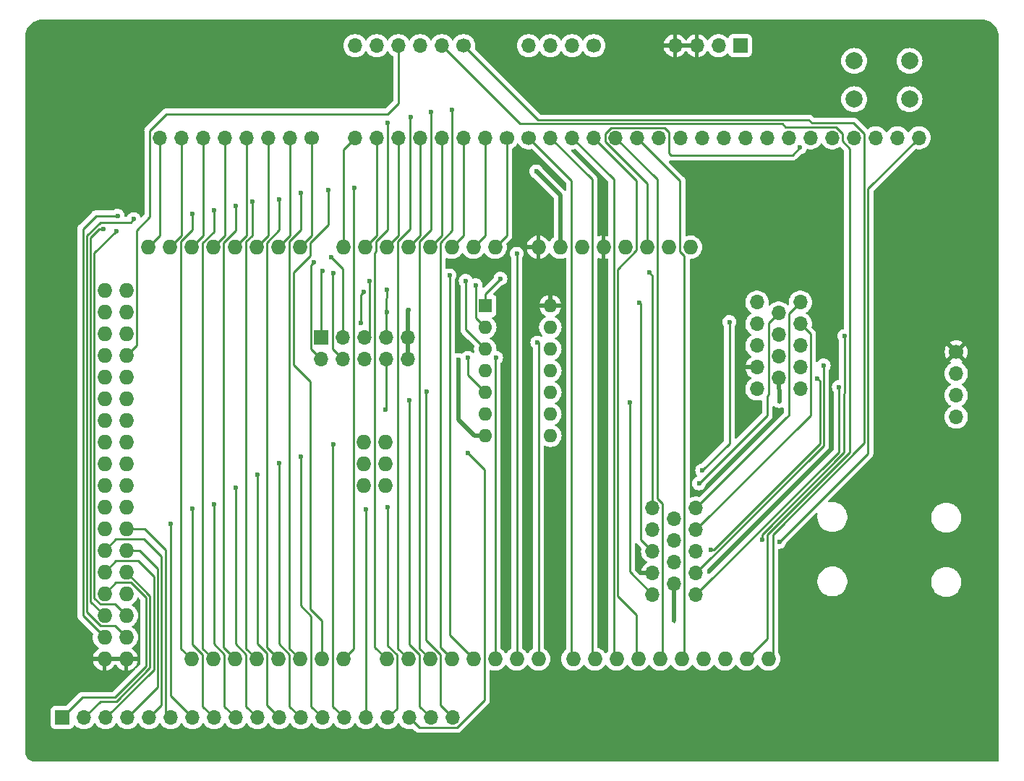
<source format=gbr>
G04 #@! TF.GenerationSoftware,KiCad,Pcbnew,7.0.9*
G04 #@! TF.CreationDate,2024-04-03T04:08:09-05:00*
G04 #@! TF.ProjectId,Arduino Controller - Entrex Trapezoid,41726475-696e-46f2-9043-6f6e74726f6c,rev?*
G04 #@! TF.SameCoordinates,Original*
G04 #@! TF.FileFunction,Copper,L1,Top*
G04 #@! TF.FilePolarity,Positive*
%FSLAX46Y46*%
G04 Gerber Fmt 4.6, Leading zero omitted, Abs format (unit mm)*
G04 Created by KiCad (PCBNEW 7.0.9) date 2024-04-03 04:08:09*
%MOMM*%
%LPD*%
G01*
G04 APERTURE LIST*
G04 #@! TA.AperFunction,ComponentPad*
%ADD10C,1.700000*%
G04 #@! TD*
G04 #@! TA.AperFunction,ComponentPad*
%ADD11O,1.700000X1.700000*%
G04 #@! TD*
G04 #@! TA.AperFunction,ComponentPad*
%ADD12C,2.000000*%
G04 #@! TD*
G04 #@! TA.AperFunction,ComponentPad*
%ADD13O,1.727200X1.727200*%
G04 #@! TD*
G04 #@! TA.AperFunction,ComponentPad*
%ADD14R,1.700000X1.700000*%
G04 #@! TD*
G04 #@! TA.AperFunction,ComponentPad*
%ADD15R,1.600000X1.600000*%
G04 #@! TD*
G04 #@! TA.AperFunction,ComponentPad*
%ADD16O,1.600000X1.600000*%
G04 #@! TD*
G04 #@! TA.AperFunction,ViaPad*
%ADD17C,0.600000*%
G04 #@! TD*
G04 #@! TA.AperFunction,Conductor*
%ADD18C,0.250000*%
G04 #@! TD*
G04 #@! TA.AperFunction,Conductor*
%ADD19C,0.500000*%
G04 #@! TD*
G04 APERTURE END LIST*
D10*
X153568000Y-80346000D03*
D11*
X153568000Y-82886000D03*
X153568000Y-85426000D03*
X153568000Y-87966000D03*
D10*
X100956000Y-55256000D03*
D11*
X98416000Y-55256000D03*
X95876000Y-55256000D03*
X93336000Y-55256000D03*
X90796000Y-55256000D03*
X88256000Y-55256000D03*
X85716000Y-55256000D03*
X83176000Y-55256000D03*
D10*
X78096000Y-55246000D03*
D11*
X75556000Y-55246000D03*
X73016000Y-55246000D03*
X70476000Y-55246000D03*
X67936000Y-55246000D03*
X65396000Y-55246000D03*
X62856000Y-55246000D03*
X60316000Y-55246000D03*
D10*
X95885000Y-44450000D03*
D11*
X93345000Y-44450000D03*
X90805000Y-44450000D03*
X88265000Y-44450000D03*
X85725000Y-44450000D03*
X83185000Y-44450000D03*
D10*
X111125000Y-44450000D03*
D11*
X108585000Y-44450000D03*
X106045000Y-44450000D03*
X103505000Y-44450000D03*
D12*
X148108000Y-50736000D03*
X141608000Y-50736000D03*
X148108000Y-46236000D03*
X141608000Y-46236000D03*
D10*
X103496000Y-55246000D03*
D11*
X106036000Y-55246000D03*
X108576000Y-55246000D03*
X111116000Y-55246000D03*
X113656000Y-55246000D03*
X116196000Y-55246000D03*
X118736000Y-55246000D03*
X121276000Y-55246000D03*
X123816000Y-55246000D03*
X126356000Y-55246000D03*
X128896000Y-55246000D03*
X131436000Y-55246000D03*
X133976000Y-55246000D03*
X136516000Y-55246000D03*
X139056000Y-55246000D03*
X141596000Y-55246000D03*
X144136000Y-55246000D03*
X146676000Y-55246000D03*
X149216000Y-55246000D03*
D13*
X122428000Y-68072000D03*
X114808000Y-68072000D03*
X112268000Y-68072000D03*
X84201000Y-96012000D03*
X56388000Y-116332000D03*
X53848000Y-116332000D03*
X99568000Y-68072000D03*
X97028000Y-68072000D03*
X94488000Y-68072000D03*
X91948000Y-68072000D03*
X89408000Y-68072000D03*
X86868000Y-68072000D03*
X84328000Y-68072000D03*
X81788000Y-68072000D03*
X76708000Y-68072000D03*
X74168000Y-68072000D03*
X71628000Y-68072000D03*
X69088000Y-68072000D03*
X66548000Y-68072000D03*
X64008000Y-68072000D03*
X61468000Y-68072000D03*
X58928000Y-68072000D03*
X126492000Y-116332000D03*
X86868000Y-116332000D03*
X89408000Y-116332000D03*
X91948000Y-116332000D03*
X94488000Y-116332000D03*
X97028000Y-116332000D03*
X99568000Y-116332000D03*
X102108000Y-116332000D03*
X104648000Y-116332000D03*
X108712000Y-116332000D03*
X111252000Y-116332000D03*
X113792000Y-116332000D03*
X116332000Y-116332000D03*
X118872000Y-116332000D03*
X121412000Y-116332000D03*
X81788000Y-116332000D03*
X79248000Y-116332000D03*
X76708000Y-116332000D03*
X74168000Y-116332000D03*
X71628000Y-116332000D03*
X69088000Y-116332000D03*
X66548000Y-116332000D03*
X64008000Y-116332000D03*
X56388000Y-113792000D03*
X53848000Y-113792000D03*
X56388000Y-111252000D03*
X53848000Y-111252000D03*
X56388000Y-108712000D03*
X53848000Y-108712000D03*
X56388000Y-106172000D03*
X53848000Y-106172000D03*
X56388000Y-103632000D03*
X53848000Y-103632000D03*
X56388000Y-101092000D03*
X53848000Y-101092000D03*
X56388000Y-98552000D03*
X53848000Y-98552000D03*
X56388000Y-96012000D03*
X53848000Y-96012000D03*
X56388000Y-93472000D03*
X53848000Y-93472000D03*
X56388000Y-90932000D03*
X53848000Y-90932000D03*
X56388000Y-88392000D03*
X53848000Y-88392000D03*
X56388000Y-85852000D03*
X53848000Y-85852000D03*
X56388000Y-83312000D03*
X53848000Y-83312000D03*
X56388000Y-80772000D03*
X53848000Y-80772000D03*
X56388000Y-78232000D03*
X53848000Y-78232000D03*
X56388000Y-75692000D03*
X53848000Y-75692000D03*
X123952000Y-116332000D03*
X109728000Y-68072000D03*
X107188000Y-68072000D03*
X84201000Y-90932000D03*
X56388000Y-73152000D03*
X53848000Y-73152000D03*
X119888000Y-68072000D03*
X86741000Y-96012000D03*
X84201000Y-93472000D03*
X117348000Y-68072000D03*
X86741000Y-90932000D03*
X86741000Y-93472000D03*
X131572000Y-116332000D03*
X129032000Y-116332000D03*
X104648000Y-68072000D03*
D11*
X118015000Y-98640000D03*
X120555000Y-99910000D03*
X123095000Y-98640000D03*
X118015000Y-101180000D03*
X120555000Y-102450000D03*
X123095000Y-101180000D03*
X118015000Y-103720000D03*
X120555000Y-104990000D03*
X123095000Y-103720000D03*
X118015000Y-106260000D03*
X120555000Y-107530000D03*
X123095000Y-106260000D03*
X118015000Y-108800000D03*
X123095000Y-108800000D03*
D14*
X48895000Y-123190000D03*
D11*
X51435000Y-123190000D03*
X53975000Y-123190000D03*
X56515000Y-123190000D03*
X59055000Y-123190000D03*
X61595000Y-123190000D03*
X64135000Y-123190000D03*
X66675000Y-123190000D03*
X69215000Y-123190000D03*
X71755000Y-123190000D03*
X74295000Y-123190000D03*
X76835000Y-123190000D03*
X79375000Y-123190000D03*
X81915000Y-123190000D03*
X84455000Y-123190000D03*
X86995000Y-123190000D03*
X89535000Y-123190000D03*
X92075000Y-123190000D03*
X94615000Y-123190000D03*
D14*
X79220000Y-78660000D03*
D11*
X79220000Y-81200000D03*
X81760000Y-78660000D03*
X81760000Y-81200000D03*
X84300000Y-78660000D03*
X84300000Y-81200000D03*
X86840000Y-78660000D03*
X86840000Y-81200000D03*
X89380000Y-78660000D03*
X89380000Y-81200000D03*
X130235000Y-74520000D03*
X132775000Y-75790000D03*
X135315000Y-74520000D03*
X130235000Y-77060000D03*
X132775000Y-78330000D03*
X135315000Y-77060000D03*
X130235000Y-79600000D03*
X132775000Y-80870000D03*
X135315000Y-79600000D03*
X130235000Y-82140000D03*
X132775000Y-83410000D03*
X135315000Y-82140000D03*
X130235000Y-84680000D03*
X135315000Y-84680000D03*
D14*
X128270000Y-44450000D03*
D11*
X125730000Y-44450000D03*
X123190000Y-44450000D03*
X120650000Y-44450000D03*
D15*
X98425000Y-74930000D03*
D16*
X98425000Y-77470000D03*
X98425000Y-80010000D03*
X98425000Y-82550000D03*
X98425000Y-85090000D03*
X98425000Y-87630000D03*
X98425000Y-90170000D03*
X106045000Y-90170000D03*
X106045000Y-87630000D03*
X106045000Y-85090000D03*
X106045000Y-82550000D03*
X106045000Y-80010000D03*
X106045000Y-77470000D03*
X106045000Y-74930000D03*
D17*
X57277000Y-64770000D03*
X55245000Y-66167000D03*
X69215000Y-96266000D03*
X71120000Y-62738000D03*
X80645000Y-91186000D03*
X76835000Y-61722000D03*
X64135000Y-98679000D03*
X80010000Y-61341000D03*
X66675000Y-98171000D03*
X61595000Y-100457000D03*
X74295000Y-62484000D03*
X69215000Y-63246000D03*
X71755000Y-94742000D03*
X76835000Y-92583000D03*
X64135000Y-64135000D03*
X66675000Y-63754000D03*
X55372000Y-64389000D03*
X84455000Y-98806000D03*
X86995000Y-98552000D03*
X53721000Y-65913000D03*
X96393000Y-92202000D03*
X91567000Y-84963000D03*
X89535000Y-85979000D03*
X132842000Y-102616000D03*
X74295000Y-93345000D03*
X145034000Y-69977000D03*
X106680000Y-106172000D03*
X138811000Y-69977000D03*
X112268000Y-106172000D03*
X120523000Y-111125000D03*
X95250000Y-81280000D03*
X89408000Y-75438000D03*
X120523000Y-111760000D03*
X104394000Y-59182000D03*
X132842000Y-86106000D03*
X94488000Y-51943000D03*
X92075000Y-52197000D03*
X86995000Y-53467000D03*
X89662000Y-52832000D03*
X83058000Y-61087000D03*
X99695000Y-81026000D03*
X117602000Y-70993000D03*
X80645000Y-71120000D03*
X100203000Y-71755000D03*
X123825000Y-94234000D03*
X127000000Y-76835000D03*
X97282000Y-72517000D03*
X116459000Y-74549000D03*
X86741000Y-87122000D03*
X115316000Y-86233000D03*
X102108000Y-68834000D03*
X80391000Y-69215000D03*
X78359000Y-69850000D03*
X104521000Y-79248000D03*
X84836000Y-72009000D03*
X138049000Y-81915000D03*
X96139000Y-72009000D03*
X84201000Y-73279000D03*
X139827000Y-84455000D03*
X83820000Y-76962000D03*
X135255000Y-56388000D03*
X86868000Y-75692000D03*
X137287000Y-83439000D03*
X96393000Y-81026000D03*
X86868000Y-73025000D03*
X124841000Y-103505000D03*
X94234000Y-71374000D03*
X130810000Y-102362000D03*
X140462000Y-78486000D03*
X79375000Y-70866000D03*
X123444000Y-95758000D03*
D18*
X78096000Y-66666000D02*
X78096000Y-55246000D01*
X76708000Y-68072000D02*
X78105000Y-66675000D01*
X78105000Y-66675000D02*
X78096000Y-66666000D01*
X75556000Y-55246000D02*
X75556000Y-66684000D01*
X75556000Y-66684000D02*
X74168000Y-68072000D01*
X73016000Y-66684000D02*
X71628000Y-68072000D01*
X73016000Y-55246000D02*
X73016000Y-66684000D01*
X70476000Y-66684000D02*
X69088000Y-68072000D01*
X70476000Y-55246000D02*
X70476000Y-66684000D01*
X67936000Y-66684000D02*
X66548000Y-68072000D01*
X67936000Y-55246000D02*
X67936000Y-66684000D01*
X65396000Y-55246000D02*
X65396000Y-66684000D01*
X65396000Y-66684000D02*
X64008000Y-68072000D01*
X60060000Y-119645000D02*
X56515000Y-123190000D01*
X56388000Y-103632000D02*
X57912000Y-103632000D01*
X57912000Y-103632000D02*
X60060000Y-105780000D01*
X60060000Y-105780000D02*
X60060000Y-119645000D01*
X62856000Y-55246000D02*
X62856000Y-66684000D01*
X62856000Y-66684000D02*
X61468000Y-68072000D01*
X58465600Y-102280600D02*
X60510000Y-104325000D01*
X60510000Y-121735000D02*
X59055000Y-123190000D01*
X53848000Y-103632000D02*
X55199400Y-102280600D01*
X55199400Y-102280600D02*
X58465600Y-102280600D01*
X60510000Y-104325000D02*
X60510000Y-121735000D01*
X60316000Y-66684000D02*
X58928000Y-68072000D01*
X60316000Y-55246000D02*
X60316000Y-66684000D01*
X100956000Y-66684000D02*
X99568000Y-68072000D01*
X100956000Y-55256000D02*
X100956000Y-66684000D01*
X61595000Y-123190000D02*
X60960000Y-122555000D01*
X60960000Y-122555000D02*
X60960000Y-103505000D01*
X58547000Y-101092000D02*
X56388000Y-101092000D01*
X60960000Y-103505000D02*
X58547000Y-101092000D01*
X56896000Y-65151000D02*
X53340000Y-65151000D01*
X55036600Y-112440600D02*
X53355665Y-112440600D01*
X51759400Y-110844335D02*
X51759400Y-66731600D01*
X53355665Y-112440600D02*
X51759400Y-110844335D01*
X51759400Y-66731600D02*
X53340000Y-65151000D01*
X56388000Y-113792000D02*
X55036600Y-112440600D01*
X56896000Y-65151000D02*
X57277000Y-64770000D01*
X55036600Y-109900600D02*
X53355665Y-109900600D01*
X53355665Y-109900600D02*
X52659400Y-109204335D01*
X56388000Y-111252000D02*
X55036600Y-109900600D01*
X52659400Y-109204335D02*
X52659400Y-68752600D01*
X55245000Y-66167000D02*
X55245000Y-66294000D01*
X52659400Y-68752600D02*
X55245000Y-66167000D01*
X71755000Y-123190000D02*
X70439400Y-121874400D01*
X70439400Y-115779796D02*
X69215000Y-114555396D01*
X69215000Y-114555396D02*
X69215000Y-97028000D01*
X69215000Y-97028000D02*
X69215000Y-96266000D01*
X70439400Y-121874400D02*
X70439400Y-115779796D01*
X71628000Y-116332000D02*
X70439400Y-115143400D01*
X71120000Y-66676396D02*
X71120000Y-63500000D01*
X70439400Y-115143400D02*
X70439400Y-67356996D01*
X71120000Y-63500000D02*
X71120000Y-62738000D01*
X70439400Y-67356996D02*
X71120000Y-66676396D01*
X80599400Y-121874400D02*
X80599400Y-91948000D01*
X80599400Y-91231600D02*
X80645000Y-91186000D01*
X80599400Y-91948000D02*
X80599400Y-91231600D01*
X81915000Y-123190000D02*
X80599400Y-121874400D01*
X80599400Y-91948000D02*
X80599400Y-91485600D01*
X75519400Y-67356996D02*
X76835000Y-66041396D01*
X76708000Y-116332000D02*
X75519400Y-115143400D01*
X76835000Y-66041396D02*
X76835000Y-62484000D01*
X76835000Y-62484000D02*
X76835000Y-61722000D01*
X75519400Y-115143400D02*
X75519400Y-67356996D01*
X65359400Y-115839665D02*
X64135000Y-114615265D01*
X64135000Y-99314000D02*
X64135000Y-98679000D01*
X66675000Y-123190000D02*
X65359400Y-121874400D01*
X65359400Y-121874400D02*
X65359400Y-115839665D01*
X64135000Y-114615265D02*
X64135000Y-99314000D01*
X77896600Y-83820000D02*
X77896600Y-110490000D01*
X80010000Y-65406396D02*
X77896600Y-67519796D01*
X80010000Y-61341000D02*
X80010000Y-65406396D01*
X77896600Y-67519796D02*
X77896600Y-69065800D01*
X77896600Y-110490000D02*
X79248000Y-111841400D01*
X79248000Y-111841400D02*
X79248000Y-116332000D01*
X75969400Y-70993000D02*
X75969400Y-81892800D01*
X77896600Y-69065800D02*
X75969400Y-70993000D01*
X75969400Y-81892800D02*
X77896600Y-83820000D01*
X69215000Y-123190000D02*
X67899400Y-121874400D01*
X67899400Y-121874400D02*
X67899400Y-115779796D01*
X67899400Y-115779796D02*
X66675000Y-114555396D01*
X66675000Y-114555396D02*
X66675000Y-98171000D01*
X61595000Y-100965000D02*
X61595000Y-100457000D01*
X64135000Y-123190000D02*
X61595000Y-120650000D01*
X61595000Y-120650000D02*
X61595000Y-100965000D01*
X61595000Y-100965000D02*
X61595000Y-100330000D01*
X59160000Y-117368604D02*
X55244302Y-121284302D01*
X53340698Y-121284302D02*
X51435000Y-123190000D01*
X55244302Y-121284302D02*
X53340698Y-121284302D01*
X59160000Y-108944000D02*
X59160000Y-117368604D01*
X56388000Y-106172000D02*
X59160000Y-108944000D01*
X74295000Y-66041395D02*
X74295000Y-63119000D01*
X74295000Y-63119000D02*
X74295000Y-62484000D01*
X72816600Y-114980600D02*
X72816600Y-67519795D01*
X74168000Y-116332000D02*
X72816600Y-114980600D01*
X72816600Y-67519795D02*
X74295000Y-66041395D01*
X67736600Y-114980600D02*
X67736600Y-67579665D01*
X69215000Y-64008000D02*
X69215000Y-63246000D01*
X67736600Y-67579665D02*
X69215000Y-66101265D01*
X69088000Y-116332000D02*
X67736600Y-114980600D01*
X69215000Y-66101265D02*
X69215000Y-64008000D01*
X71755000Y-95504000D02*
X71755000Y-94615000D01*
X72816600Y-121711600D02*
X72816600Y-115616996D01*
X71755000Y-95504000D02*
X71755000Y-94742000D01*
X72816600Y-115616996D02*
X71755000Y-114555396D01*
X74295000Y-123190000D02*
X72816600Y-121711600D01*
X71755000Y-114555396D02*
X71755000Y-95504000D01*
X78059400Y-121874400D02*
X78059400Y-111289196D01*
X76835000Y-110064796D02*
X76835000Y-93472000D01*
X79375000Y-123190000D02*
X78059400Y-121874400D01*
X78059400Y-111289196D02*
X76835000Y-110064796D01*
X76835000Y-93472000D02*
X76835000Y-92583000D01*
X64135000Y-66041396D02*
X64135000Y-64897000D01*
X62819400Y-67356996D02*
X64135000Y-66041396D01*
X64008000Y-116332000D02*
X62819400Y-115143400D01*
X64135000Y-64897000D02*
X64135000Y-64135000D01*
X62819400Y-115143400D02*
X62819400Y-67356996D01*
X66548000Y-116332000D02*
X65359400Y-115143400D01*
X66675000Y-66264065D02*
X66675000Y-64389000D01*
X65359400Y-67579665D02*
X66675000Y-66264065D01*
X65359400Y-115143400D02*
X65359400Y-67579665D01*
X66675000Y-64389000D02*
X66675000Y-63754000D01*
X53848000Y-113792000D02*
X51309400Y-111253400D01*
X52833400Y-64389000D02*
X55372000Y-64389000D01*
X51309400Y-111253400D02*
X51309400Y-65913000D01*
X51309400Y-65913000D02*
X52833400Y-64389000D01*
X84455000Y-99441000D02*
X84455000Y-98806000D01*
X84455000Y-123190000D02*
X84455000Y-99441000D01*
X86995000Y-99695000D02*
X86995000Y-98552000D01*
X86995000Y-99695000D02*
X86995000Y-98425000D01*
X86995000Y-123190000D02*
X88056600Y-122128400D01*
X86995000Y-114778065D02*
X86995000Y-99695000D01*
X88056600Y-122128400D02*
X88056600Y-115839665D01*
X88056600Y-115839665D02*
X86995000Y-114778065D01*
X52209400Y-66921716D02*
X53218116Y-65913000D01*
X53848000Y-111252000D02*
X52209400Y-109613400D01*
X53218116Y-65913000D02*
X53721000Y-65913000D01*
X52209400Y-109613400D02*
X52209400Y-66921716D01*
X98298000Y-94107000D02*
X96393000Y-92202000D01*
X95101701Y-124365000D02*
X98298000Y-121168701D01*
X90710000Y-124365000D02*
X95101701Y-124365000D01*
X89535000Y-123190000D02*
X90710000Y-124365000D01*
X98298000Y-121168701D02*
X98298000Y-94107000D01*
X91440000Y-114143065D02*
X91440000Y-85090000D01*
X93136600Y-115839665D02*
X91440000Y-114143065D01*
X94615000Y-123190000D02*
X93136600Y-121711600D01*
X93136600Y-121711600D02*
X93136600Y-115839665D01*
X91440000Y-85090000D02*
X91567000Y-84963000D01*
X89535000Y-86741000D02*
X89535000Y-85979000D01*
X90759400Y-115839665D02*
X89535000Y-114615265D01*
X92075000Y-123190000D02*
X90759400Y-121874400D01*
X89535000Y-114615265D02*
X89535000Y-86741000D01*
X90759400Y-121874400D02*
X90759400Y-115839665D01*
X53848000Y-108712000D02*
X55199400Y-107360600D01*
X56940204Y-107360600D02*
X58710000Y-109130396D01*
X55199400Y-107360600D02*
X56940204Y-107360600D01*
X58710000Y-117182208D02*
X55057906Y-120834302D01*
X51250698Y-120834302D02*
X48895000Y-123190000D01*
X55057906Y-120834302D02*
X51250698Y-120834302D01*
X58710000Y-109130396D02*
X58710000Y-117182208D01*
X143221000Y-61241000D02*
X143221000Y-92237000D01*
X149216000Y-55246000D02*
X143221000Y-61241000D01*
X143221000Y-92237000D02*
X132842000Y-102616000D01*
X57576600Y-66095204D02*
X57576600Y-79583400D01*
X61087000Y-52451000D02*
X59141000Y-54397000D01*
X88265000Y-44450000D02*
X88265000Y-51181000D01*
X59141000Y-64530804D02*
X57576600Y-66095204D01*
X57576600Y-79583400D02*
X56388000Y-80772000D01*
X88265000Y-51181000D02*
X86995000Y-52451000D01*
X86995000Y-52451000D02*
X61087000Y-52451000D01*
X59141000Y-54397000D02*
X59141000Y-64530804D01*
X53975000Y-123190000D02*
X59610000Y-117555000D01*
X55199400Y-104820600D02*
X53848000Y-106172000D01*
X59610000Y-106680000D02*
X57750600Y-104820600D01*
X57750600Y-104820600D02*
X55199400Y-104820600D01*
X59610000Y-117555000D02*
X59610000Y-106680000D01*
X74295000Y-93853000D02*
X74295000Y-93345000D01*
X74295000Y-114555396D02*
X74295000Y-93853000D01*
X75519400Y-115779796D02*
X74295000Y-114555396D01*
X75519400Y-121874400D02*
X75519400Y-115779796D01*
X76835000Y-123190000D02*
X75519400Y-121874400D01*
X120523000Y-111760000D02*
X120555000Y-111792000D01*
D19*
X107188000Y-68072000D02*
X107188000Y-61976000D01*
X120523000Y-111125000D02*
X120555000Y-111157000D01*
X120555000Y-111157000D02*
X120555000Y-111728000D01*
X107188000Y-61976000D02*
X104394000Y-59182000D01*
X89380000Y-78660000D02*
X89380000Y-81200000D01*
D18*
X120555000Y-111728000D02*
X120523000Y-111760000D01*
X132842000Y-86233000D02*
X132775000Y-86166000D01*
D19*
X97155000Y-90170000D02*
X95250000Y-88265000D01*
X89380000Y-75466000D02*
X89408000Y-75438000D01*
X95250000Y-88265000D02*
X95250000Y-81280000D01*
X120555000Y-111093000D02*
X120523000Y-111125000D01*
D18*
X120555000Y-111792000D02*
X120555000Y-111982000D01*
X132842000Y-86106000D02*
X132775000Y-86166000D01*
D19*
X98425000Y-90170000D02*
X97155000Y-90170000D01*
X89380000Y-81200000D02*
X89380000Y-75466000D01*
X120555000Y-107530000D02*
X120555000Y-111093000D01*
X132775000Y-83410000D02*
X132842000Y-86106000D01*
D18*
X98416000Y-66684000D02*
X97028000Y-68072000D01*
X98416000Y-55256000D02*
X98416000Y-66684000D01*
X95876000Y-66684000D02*
X94488000Y-68072000D01*
X95876000Y-55256000D02*
X95876000Y-66684000D01*
X93336000Y-55256000D02*
X93336000Y-66684000D01*
X93336000Y-66684000D02*
X91948000Y-68072000D01*
X136298000Y-53171000D02*
X136652000Y-53525000D01*
X141536000Y-53525000D02*
X142771000Y-54760000D01*
X142771000Y-54760000D02*
X142771000Y-91037396D01*
X136652000Y-53525000D02*
X141536000Y-53525000D01*
X132080000Y-101728396D02*
X132080000Y-115824000D01*
X95885000Y-44450000D02*
X104606000Y-53171000D01*
X104606000Y-53171000D02*
X136298000Y-53171000D01*
X132080000Y-115824000D02*
X131572000Y-116332000D01*
X142771000Y-91037396D02*
X132080000Y-101728396D01*
X141087000Y-56505000D02*
X140231000Y-55649000D01*
X102516000Y-53621000D02*
X93345000Y-44450000D01*
X141087000Y-92085000D02*
X141087000Y-56505000D01*
X131435000Y-101737000D02*
X141087000Y-92085000D01*
X133550000Y-53975000D02*
X133196000Y-53621000D01*
X129032000Y-116332000D02*
X131435000Y-113929000D01*
X131435000Y-113929000D02*
X131435000Y-101737000D01*
X140231000Y-55649000D02*
X140231000Y-54737000D01*
X140231000Y-54737000D02*
X139469000Y-53975000D01*
X139469000Y-53975000D02*
X133550000Y-53975000D01*
X133196000Y-53621000D02*
X102516000Y-53621000D01*
X121239400Y-60289400D02*
X116196000Y-55246000D01*
X121730000Y-69054935D02*
X121239400Y-68564335D01*
X121412000Y-116332000D02*
X121730000Y-116014000D01*
X121730000Y-116014000D02*
X121730000Y-69054935D01*
X121239400Y-68564335D02*
X121239400Y-60289400D01*
X113656000Y-55246000D02*
X118536600Y-60126600D01*
X119190000Y-98153299D02*
X119190000Y-116014000D01*
X119190000Y-116014000D02*
X118872000Y-116332000D01*
X118536600Y-60126600D02*
X118536600Y-97499899D01*
X118536600Y-97499899D02*
X119190000Y-98153299D01*
X116159400Y-68401535D02*
X113906600Y-70654334D01*
X116159400Y-116159400D02*
X116159400Y-111125000D01*
X113906600Y-70654334D02*
X113906600Y-108953600D01*
X113906600Y-108953600D02*
X116078000Y-111125000D01*
X116078000Y-111125000D02*
X116159400Y-111125000D01*
X116332000Y-116332000D02*
X116159400Y-116159400D01*
X116159400Y-60289400D02*
X111116000Y-55246000D01*
X116159400Y-68401535D02*
X116159400Y-60289400D01*
X113456600Y-60126600D02*
X113456600Y-115996600D01*
X108576000Y-55246000D02*
X113456600Y-60126600D01*
X113456600Y-115996600D02*
X113792000Y-116332000D01*
X110916600Y-60126600D02*
X106036000Y-55246000D01*
X110916600Y-115996600D02*
X110916600Y-60126600D01*
X111252000Y-116332000D02*
X110916600Y-115996600D01*
X108539400Y-60289400D02*
X103496000Y-55246000D01*
X108539400Y-116159400D02*
X108539400Y-60289400D01*
X108712000Y-116332000D02*
X108539400Y-116159400D01*
X90796000Y-66684000D02*
X89408000Y-68072000D01*
X90796000Y-55256000D02*
X90796000Y-66684000D01*
X88256000Y-66684000D02*
X86868000Y-68072000D01*
X88256000Y-55256000D02*
X88256000Y-66684000D01*
X85716000Y-66684000D02*
X84328000Y-68072000D01*
X85716000Y-55256000D02*
X85716000Y-66684000D01*
X81788000Y-56644000D02*
X81788000Y-68072000D01*
X83176000Y-55256000D02*
X81788000Y-56644000D01*
X94511000Y-66145395D02*
X94511000Y-52705000D01*
X93136600Y-114980600D02*
X93136600Y-67519795D01*
X94488000Y-116332000D02*
X93136600Y-114980600D01*
X94511000Y-51966000D02*
X94488000Y-51943000D01*
X94511000Y-52705000D02*
X94511000Y-51966000D01*
X93136600Y-67519795D02*
X94511000Y-66145395D01*
X90759400Y-67356996D02*
X92075000Y-66041396D01*
X90759400Y-115143400D02*
X90759400Y-67356996D01*
X91948000Y-116332000D02*
X90759400Y-115143400D01*
X92075000Y-52959000D02*
X92075000Y-52197000D01*
X92075000Y-66041396D02*
X92075000Y-52959000D01*
X86868000Y-116332000D02*
X85475000Y-114939000D01*
X85475000Y-114939000D02*
X85475000Y-68768735D01*
X85679400Y-68564335D02*
X85679400Y-67356996D01*
X86995000Y-66041396D02*
X86995000Y-53467000D01*
X85679400Y-67356996D02*
X86995000Y-66041396D01*
X85475000Y-68768735D02*
X85679400Y-68564335D01*
X89408000Y-116332000D02*
X88205000Y-115129000D01*
X88205000Y-115129000D02*
X88205000Y-67371396D01*
X89621000Y-53340000D02*
X89621000Y-52873000D01*
X88205000Y-67371396D02*
X89621000Y-65955396D01*
X89621000Y-52873000D02*
X89662000Y-52832000D01*
X89621000Y-65955396D02*
X89621000Y-53340000D01*
X82976600Y-61595000D02*
X82976600Y-61168400D01*
X82976600Y-61168400D02*
X83058000Y-61087000D01*
X81788000Y-116332000D02*
X82976600Y-115143400D01*
X82976600Y-115143400D02*
X82976600Y-61595000D01*
X118015000Y-98640000D02*
X118015000Y-72009000D01*
X80585000Y-71180000D02*
X80645000Y-71120000D01*
X81760000Y-81200000D02*
X80585000Y-80025000D01*
X99568000Y-116332000D02*
X99568000Y-81661000D01*
X99568000Y-81661000D02*
X99568000Y-81153000D01*
X80645000Y-71120000D02*
X80585000Y-71060000D01*
X118015000Y-71406000D02*
X117602000Y-70993000D01*
X80585000Y-80025000D02*
X80585000Y-71180000D01*
X118015000Y-72009000D02*
X118015000Y-71406000D01*
X99568000Y-81153000D02*
X99695000Y-81026000D01*
X127000000Y-91059000D02*
X127000000Y-76835000D01*
X98425000Y-74930000D02*
X98425000Y-73533000D01*
X123825000Y-94234000D02*
X127000000Y-91059000D01*
X98425000Y-73533000D02*
X100203000Y-71755000D01*
X116609400Y-74699400D02*
X116459000Y-74549000D01*
X98425000Y-77470000D02*
X97282000Y-76327000D01*
X116609400Y-102314400D02*
X116609400Y-78359000D01*
X97282000Y-76327000D02*
X97282000Y-72517000D01*
X118015000Y-103720000D02*
X116609400Y-102314400D01*
X116609400Y-78359000D02*
X116609400Y-74699400D01*
X86840000Y-87023000D02*
X86741000Y-87122000D01*
X115316000Y-106101000D02*
X115316000Y-96393000D01*
X86840000Y-81200000D02*
X86840000Y-87023000D01*
X115316000Y-96393000D02*
X115316000Y-86233000D01*
X118015000Y-108800000D02*
X115316000Y-106101000D01*
X81760000Y-70584000D02*
X80391000Y-69215000D01*
X102108000Y-116332000D02*
X102108000Y-81788000D01*
X81760000Y-72263000D02*
X81760000Y-70584000D01*
X133985000Y-83312000D02*
X133985000Y-87750000D01*
X133985000Y-87750000D02*
X133664000Y-88071000D01*
X133985000Y-75850000D02*
X135315000Y-74520000D01*
X81760000Y-78660000D02*
X81760000Y-72263000D01*
X123095000Y-98640000D02*
X133664000Y-88071000D01*
X133985000Y-83312000D02*
X133985000Y-75850000D01*
X102108000Y-81788000D02*
X102108000Y-68834000D01*
X136490000Y-87785000D02*
X136490000Y-78235000D01*
X79220000Y-81200000D02*
X78045000Y-80025000D01*
X123095000Y-101180000D02*
X136490000Y-87785000D01*
X78045000Y-80025000D02*
X78045000Y-70164000D01*
X136490000Y-78235000D02*
X135315000Y-77060000D01*
X78045000Y-70164000D02*
X78359000Y-69850000D01*
X123095000Y-106260000D02*
X138049000Y-91306000D01*
X84300000Y-78660000D02*
X84408000Y-78660000D01*
X84408000Y-78660000D02*
X84836000Y-78232000D01*
X104648000Y-80391000D02*
X104648000Y-79248000D01*
X96139000Y-77724000D02*
X96139000Y-72009000D01*
X138049000Y-91306000D02*
X138049000Y-81915000D01*
X98425000Y-80010000D02*
X96139000Y-77724000D01*
X104648000Y-80391000D02*
X104648000Y-79375000D01*
X104648000Y-116332000D02*
X104648000Y-80391000D01*
X84836000Y-78232000D02*
X84836000Y-72009000D01*
X104648000Y-79375000D02*
X104521000Y-79248000D01*
X83820000Y-76962000D02*
X83820000Y-73660000D01*
X83820000Y-73660000D02*
X84201000Y-73279000D01*
X139827000Y-92068000D02*
X139827000Y-85344000D01*
X123095000Y-108800000D02*
X139827000Y-92068000D01*
X139827000Y-85344000D02*
X139827000Y-84455000D01*
X112481000Y-55732701D02*
X112481000Y-54759299D01*
X134366000Y-57277000D02*
X135255000Y-56388000D01*
X119911000Y-57046000D02*
X120142000Y-57277000D01*
X119911000Y-54602000D02*
X119911000Y-57046000D01*
X133096000Y-57277000D02*
X134366000Y-57277000D01*
X119380000Y-54071000D02*
X119911000Y-54602000D01*
X117348000Y-68072000D02*
X117348000Y-60599701D01*
X113169299Y-54071000D02*
X119380000Y-54071000D01*
X133096000Y-57277000D02*
X120142000Y-57277000D01*
X117348000Y-60599701D02*
X112481000Y-55732701D01*
X112481000Y-54759299D02*
X113169299Y-54071000D01*
X86857903Y-75681903D02*
X86868000Y-75692000D01*
X86840000Y-78660000D02*
X86857903Y-75057000D01*
X96393000Y-83058000D02*
X98425000Y-85090000D01*
X137599000Y-91119604D02*
X137599000Y-83751000D01*
X96393000Y-81026000D02*
X96393000Y-83058000D01*
X86840000Y-78660000D02*
X86840000Y-75720000D01*
X125213604Y-103505000D02*
X137599000Y-91119604D01*
X86840000Y-75720000D02*
X86868000Y-75692000D01*
X86857903Y-75057000D02*
X86857903Y-75681903D01*
X137599000Y-83751000D02*
X137287000Y-83439000D01*
X124841000Y-103505000D02*
X125213604Y-103505000D01*
X86857903Y-75057000D02*
X86868000Y-73025000D01*
X140452000Y-92079396D02*
X140462000Y-78486000D01*
X130810000Y-102362000D02*
X130810000Y-101721396D01*
X130810000Y-101721396D02*
X140452000Y-92079396D01*
X94234000Y-71374000D02*
X94234000Y-113538000D01*
X94234000Y-113538000D02*
X97028000Y-116332000D01*
X140462000Y-78486000D02*
X140452000Y-78603000D01*
X131600000Y-76965000D02*
X131600000Y-85316000D01*
X79220000Y-71021000D02*
X79375000Y-70866000D01*
X131445000Y-87757000D02*
X123444000Y-95758000D01*
X131600000Y-85316000D02*
X131445000Y-85471000D01*
X79220000Y-78660000D02*
X79220000Y-71882000D01*
X79220000Y-71882000D02*
X79220000Y-71219000D01*
X79220000Y-71882000D02*
X79220000Y-71021000D01*
X132775000Y-75790000D02*
X131600000Y-76965000D01*
X131445000Y-85471000D02*
X131445000Y-87757000D01*
G04 #@! TA.AperFunction,Conductor*
G36*
X55921155Y-116118799D02*
G01*
X55880000Y-116258961D01*
X55880000Y-116405039D01*
X55921155Y-116545201D01*
X55944804Y-116582000D01*
X54291196Y-116582000D01*
X54314845Y-116545201D01*
X54356000Y-116405039D01*
X54356000Y-116258961D01*
X54314845Y-116118799D01*
X54291196Y-116082000D01*
X55944804Y-116082000D01*
X55921155Y-116118799D01*
G37*
G04 #@! TD.AperFunction*
G04 #@! TA.AperFunction,Conductor*
G36*
X112518000Y-69412735D02*
G01*
X112603891Y-69398404D01*
X112658836Y-69379541D01*
X112728635Y-69376391D01*
X112789056Y-69411476D01*
X112820917Y-69473659D01*
X112823100Y-69496822D01*
X112823100Y-115310228D01*
X112803415Y-115377267D01*
X112790330Y-115394210D01*
X112705512Y-115486347D01*
X112625809Y-115608343D01*
X112572662Y-115653699D01*
X112503431Y-115663123D01*
X112440095Y-115633621D01*
X112418191Y-115608343D01*
X112388679Y-115563172D01*
X112338490Y-115486351D01*
X112184483Y-115319054D01*
X112184478Y-115319050D01*
X112184475Y-115319047D01*
X112005047Y-115179393D01*
X112005032Y-115179383D01*
X111805065Y-115071166D01*
X111805059Y-115071163D01*
X111805055Y-115071161D01*
X111805052Y-115071160D01*
X111805050Y-115071159D01*
X111633837Y-115012381D01*
X111576821Y-114971995D01*
X111550691Y-114907196D01*
X111550100Y-114895100D01*
X111550100Y-69440933D01*
X111569785Y-69373894D01*
X111622589Y-69328139D01*
X111691747Y-69318195D01*
X111714363Y-69323652D01*
X111932106Y-69398403D01*
X112018000Y-69412736D01*
X112018000Y-68516297D01*
X112123408Y-68564435D01*
X112231666Y-68580000D01*
X112304334Y-68580000D01*
X112412592Y-68564435D01*
X112518000Y-68516297D01*
X112518000Y-69412735D01*
G37*
G04 #@! TD.AperFunction*
G04 #@! TA.AperFunction,Conductor*
G36*
X116152541Y-102758632D02*
G01*
X116180321Y-102781614D01*
X116184643Y-102785547D01*
X116665936Y-103266840D01*
X116699421Y-103328163D01*
X116698461Y-103384960D01*
X116670435Y-103495633D01*
X116651844Y-103719994D01*
X116651844Y-103720005D01*
X116670434Y-103944359D01*
X116670436Y-103944371D01*
X116725703Y-104162614D01*
X116816140Y-104368792D01*
X116939276Y-104557265D01*
X116939284Y-104557276D01*
X117071221Y-104700595D01*
X117091760Y-104722906D01*
X117269424Y-104861189D01*
X117312695Y-104884606D01*
X117362286Y-104933825D01*
X117377394Y-105002042D01*
X117353224Y-105067597D01*
X117324802Y-105095236D01*
X117143922Y-105221890D01*
X117143920Y-105221891D01*
X116976891Y-105388920D01*
X116976886Y-105388926D01*
X116841400Y-105582420D01*
X116841399Y-105582422D01*
X116741570Y-105796507D01*
X116741567Y-105796513D01*
X116684364Y-106009999D01*
X116684364Y-106010000D01*
X117581314Y-106010000D01*
X117555507Y-106050156D01*
X117515000Y-106188111D01*
X117515000Y-106331889D01*
X117555507Y-106469844D01*
X117581314Y-106510000D01*
X116672267Y-106510000D01*
X116605228Y-106490315D01*
X116584586Y-106473681D01*
X115985819Y-105874914D01*
X115952334Y-105813591D01*
X115949500Y-105787233D01*
X115949500Y-102854175D01*
X115969185Y-102787136D01*
X116021989Y-102741381D01*
X116091147Y-102731437D01*
X116152541Y-102758632D01*
G37*
G04 #@! TD.AperFunction*
G04 #@! TA.AperFunction,Conductor*
G36*
X137867905Y-55919515D02*
G01*
X137889804Y-55944787D01*
X137980278Y-56083268D01*
X137980283Y-56083273D01*
X137980284Y-56083276D01*
X138132756Y-56248902D01*
X138132761Y-56248907D01*
X138181146Y-56286567D01*
X138310424Y-56387189D01*
X138310425Y-56387189D01*
X138310427Y-56387191D01*
X138421171Y-56447122D01*
X138508426Y-56494342D01*
X138721365Y-56567444D01*
X138943431Y-56604500D01*
X139168569Y-56604500D01*
X139390635Y-56567444D01*
X139603574Y-56494342D01*
X139801576Y-56387189D01*
X139867950Y-56335526D01*
X139932943Y-56309884D01*
X140001484Y-56323450D01*
X140031794Y-56345699D01*
X140417181Y-56731085D01*
X140450666Y-56792408D01*
X140453500Y-56818766D01*
X140453500Y-77562528D01*
X140433815Y-77629567D01*
X140381011Y-77675322D01*
X140343384Y-77685748D01*
X140280958Y-77692781D01*
X140108983Y-77752957D01*
X139954718Y-77849889D01*
X139825889Y-77978718D01*
X139728958Y-78132982D01*
X139668782Y-78304953D01*
X139668781Y-78304958D01*
X139648384Y-78485996D01*
X139648384Y-78486003D01*
X139668781Y-78667041D01*
X139668782Y-78667046D01*
X139728958Y-78839017D01*
X139809090Y-78966546D01*
X139828096Y-79032609D01*
X139824788Y-83530910D01*
X139805054Y-83597935D01*
X139752216Y-83643651D01*
X139714672Y-83654039D01*
X139645956Y-83661781D01*
X139473982Y-83721958D01*
X139319718Y-83818889D01*
X139190889Y-83947718D01*
X139093958Y-84101982D01*
X139033782Y-84273953D01*
X139033781Y-84273958D01*
X139013384Y-84454996D01*
X139013384Y-84455003D01*
X139033781Y-84636041D01*
X139033782Y-84636046D01*
X139093958Y-84808019D01*
X139093960Y-84808022D01*
X139174493Y-84936188D01*
X139193500Y-85002160D01*
X139193500Y-91754232D01*
X139173815Y-91821271D01*
X139157181Y-91841913D01*
X124668819Y-106330274D01*
X124607496Y-106363759D01*
X124537804Y-106358775D01*
X124481871Y-106316903D01*
X124457562Y-106252833D01*
X124454884Y-106220520D01*
X124448283Y-106140856D01*
X124439565Y-106035639D01*
X124439563Y-106035628D01*
X124411538Y-105924960D01*
X124414163Y-105855140D01*
X124444061Y-105806841D01*
X138437815Y-91813087D01*
X138450180Y-91803183D01*
X138450006Y-91802973D01*
X138456012Y-91798003D01*
X138456018Y-91798000D01*
X138503999Y-91746904D01*
X138525135Y-91725769D01*
X138529458Y-91720195D01*
X138533257Y-91715747D01*
X138565585Y-91681322D01*
X138575420Y-91663432D01*
X138586098Y-91647174D01*
X138598614Y-91631040D01*
X138617374Y-91587686D01*
X138619935Y-91582458D01*
X138642695Y-91541060D01*
X138647774Y-91521274D01*
X138654072Y-91502882D01*
X138662181Y-91484145D01*
X138669569Y-91437497D01*
X138670751Y-91431786D01*
X138682500Y-91386030D01*
X138682500Y-91365615D01*
X138684027Y-91346214D01*
X138685011Y-91340002D01*
X138687220Y-91326057D01*
X138682775Y-91279033D01*
X138682500Y-91273195D01*
X138682500Y-82462160D01*
X138701507Y-82396188D01*
X138782039Y-82268022D01*
X138782041Y-82268019D01*
X138782041Y-82268017D01*
X138782043Y-82268015D01*
X138842217Y-82096047D01*
X138847150Y-82052267D01*
X138862616Y-81915003D01*
X138862616Y-81914996D01*
X138842218Y-81733958D01*
X138842217Y-81733953D01*
X138829354Y-81697193D01*
X138782043Y-81561985D01*
X138685111Y-81407719D01*
X138556281Y-81278889D01*
X138540425Y-81268926D01*
X138402017Y-81181958D01*
X138402016Y-81181957D01*
X138402015Y-81181957D01*
X138303611Y-81147524D01*
X138230046Y-81121782D01*
X138230041Y-81121781D01*
X138049004Y-81101384D01*
X138048996Y-81101384D01*
X137867958Y-81121781D01*
X137867953Y-81121782D01*
X137695982Y-81181958D01*
X137541718Y-81278889D01*
X137412887Y-81407720D01*
X137352493Y-81503837D01*
X137300158Y-81550127D01*
X137231105Y-81560775D01*
X137167257Y-81532400D01*
X137128885Y-81474010D01*
X137123500Y-81437864D01*
X137123500Y-78318631D01*
X137125239Y-78302879D01*
X137124968Y-78302854D01*
X137125700Y-78295098D01*
X137125702Y-78295091D01*
X137123500Y-78225028D01*
X137123500Y-78195144D01*
X137122614Y-78188141D01*
X137122157Y-78182322D01*
X137120674Y-78135111D01*
X137114976Y-78115499D01*
X137111033Y-78096466D01*
X137108474Y-78076203D01*
X137091085Y-78032286D01*
X137089196Y-78026766D01*
X137076018Y-77981407D01*
X137065626Y-77963835D01*
X137057066Y-77946362D01*
X137049552Y-77927383D01*
X137021794Y-77889179D01*
X137018587Y-77884296D01*
X137007398Y-77865377D01*
X136994542Y-77843638D01*
X136980108Y-77829204D01*
X136967471Y-77814409D01*
X136955472Y-77797893D01*
X136955470Y-77797890D01*
X136919073Y-77767781D01*
X136914751Y-77763847D01*
X136664063Y-77513159D01*
X136630578Y-77451836D01*
X136631539Y-77395037D01*
X136659561Y-77284380D01*
X136659563Y-77284371D01*
X136659564Y-77284368D01*
X136663082Y-77241913D01*
X136678156Y-77060005D01*
X136678156Y-77059994D01*
X136659565Y-76835640D01*
X136659563Y-76835628D01*
X136613558Y-76653958D01*
X136604296Y-76617384D01*
X136513860Y-76411209D01*
X136500250Y-76390378D01*
X136416063Y-76261519D01*
X136390722Y-76222732D01*
X136390719Y-76222729D01*
X136390715Y-76222723D01*
X136238243Y-76057097D01*
X136238238Y-76057092D01*
X136060577Y-75918812D01*
X136060578Y-75918812D01*
X136060576Y-75918811D01*
X136024070Y-75899055D01*
X135974479Y-75849836D01*
X135959371Y-75781619D01*
X135983541Y-75716064D01*
X136024070Y-75680945D01*
X136024084Y-75680936D01*
X136060576Y-75661189D01*
X136238240Y-75522906D01*
X136390722Y-75357268D01*
X136513860Y-75168791D01*
X136604296Y-74962616D01*
X136659564Y-74744368D01*
X136660751Y-74730041D01*
X136678156Y-74520005D01*
X136678156Y-74519994D01*
X136659565Y-74295640D01*
X136659563Y-74295628D01*
X136632771Y-74189828D01*
X136604296Y-74077384D01*
X136513860Y-73871209D01*
X136500250Y-73850378D01*
X136445606Y-73766739D01*
X136390722Y-73682732D01*
X136390719Y-73682729D01*
X136390715Y-73682723D01*
X136238243Y-73517097D01*
X136238238Y-73517092D01*
X136060577Y-73378812D01*
X136060572Y-73378808D01*
X135862580Y-73271661D01*
X135862577Y-73271659D01*
X135862574Y-73271658D01*
X135862571Y-73271657D01*
X135862569Y-73271656D01*
X135649637Y-73198556D01*
X135427569Y-73161500D01*
X135202431Y-73161500D01*
X134980362Y-73198556D01*
X134767430Y-73271656D01*
X134767419Y-73271661D01*
X134569427Y-73378808D01*
X134569422Y-73378812D01*
X134391761Y-73517092D01*
X134391756Y-73517097D01*
X134239284Y-73682723D01*
X134239276Y-73682734D01*
X134116140Y-73871207D01*
X134025703Y-74077385D01*
X133970436Y-74295628D01*
X133970434Y-74295640D01*
X133951844Y-74519994D01*
X133951844Y-74520005D01*
X133970435Y-74744369D01*
X133970854Y-74746877D01*
X133970729Y-74747910D01*
X133970859Y-74749479D01*
X133970536Y-74749505D01*
X133962471Y-74816241D01*
X133917917Y-74870062D01*
X133851337Y-74891252D01*
X133783872Y-74873082D01*
X133757316Y-74851267D01*
X133743155Y-74835884D01*
X133698240Y-74787094D01*
X133698237Y-74787092D01*
X133698238Y-74787092D01*
X133520577Y-74648812D01*
X133520572Y-74648808D01*
X133322580Y-74541661D01*
X133322577Y-74541659D01*
X133322574Y-74541658D01*
X133322571Y-74541657D01*
X133322569Y-74541656D01*
X133109637Y-74468556D01*
X132887569Y-74431500D01*
X132662431Y-74431500D01*
X132440362Y-74468556D01*
X132227430Y-74541656D01*
X132227419Y-74541661D01*
X132029427Y-74648808D01*
X132029422Y-74648812D01*
X131851761Y-74787092D01*
X131792684Y-74851267D01*
X131732797Y-74887257D01*
X131662959Y-74885156D01*
X131605343Y-74845631D01*
X131578242Y-74781232D01*
X131579146Y-74746877D01*
X131579564Y-74744369D01*
X131598156Y-74520005D01*
X131598156Y-74519994D01*
X131579565Y-74295640D01*
X131579563Y-74295628D01*
X131552771Y-74189828D01*
X131524296Y-74077384D01*
X131433860Y-73871209D01*
X131420250Y-73850378D01*
X131365606Y-73766739D01*
X131310722Y-73682732D01*
X131310719Y-73682729D01*
X131310715Y-73682723D01*
X131158243Y-73517097D01*
X131158238Y-73517092D01*
X130980577Y-73378812D01*
X130980572Y-73378808D01*
X130782580Y-73271661D01*
X130782577Y-73271659D01*
X130782574Y-73271658D01*
X130782571Y-73271657D01*
X130782569Y-73271656D01*
X130569637Y-73198556D01*
X130347569Y-73161500D01*
X130122431Y-73161500D01*
X129900362Y-73198556D01*
X129687430Y-73271656D01*
X129687419Y-73271661D01*
X129489427Y-73378808D01*
X129489422Y-73378812D01*
X129311761Y-73517092D01*
X129311756Y-73517097D01*
X129159284Y-73682723D01*
X129159276Y-73682734D01*
X129036140Y-73871207D01*
X128945703Y-74077385D01*
X128890436Y-74295628D01*
X128890434Y-74295640D01*
X128871844Y-74519994D01*
X128871844Y-74520005D01*
X128890434Y-74744359D01*
X128890436Y-74744371D01*
X128945703Y-74962614D01*
X129036140Y-75168792D01*
X129159276Y-75357265D01*
X129159284Y-75357276D01*
X129311756Y-75522902D01*
X129311760Y-75522906D01*
X129489424Y-75661189D01*
X129489429Y-75661191D01*
X129489431Y-75661193D01*
X129525930Y-75680946D01*
X129575520Y-75730165D01*
X129590628Y-75798382D01*
X129566457Y-75863937D01*
X129525930Y-75899054D01*
X129489431Y-75918806D01*
X129489422Y-75918812D01*
X129311761Y-76057092D01*
X129311756Y-76057097D01*
X129159284Y-76222723D01*
X129159276Y-76222734D01*
X129036140Y-76411207D01*
X128945703Y-76617385D01*
X128890436Y-76835628D01*
X128890434Y-76835640D01*
X128871844Y-77059994D01*
X128871844Y-77060005D01*
X128890434Y-77284359D01*
X128890436Y-77284371D01*
X128945703Y-77502614D01*
X129036140Y-77708792D01*
X129159276Y-77897265D01*
X129159284Y-77897276D01*
X129311756Y-78062902D01*
X129311761Y-78062907D01*
X129328844Y-78076203D01*
X129489424Y-78201189D01*
X129489429Y-78201191D01*
X129489431Y-78201193D01*
X129525930Y-78220946D01*
X129575520Y-78270165D01*
X129590628Y-78338382D01*
X129566457Y-78403937D01*
X129525930Y-78439054D01*
X129489431Y-78458806D01*
X129489422Y-78458812D01*
X129311761Y-78597092D01*
X129311756Y-78597097D01*
X129159284Y-78762723D01*
X129159276Y-78762734D01*
X129036140Y-78951207D01*
X128945703Y-79157385D01*
X128890436Y-79375628D01*
X128890434Y-79375640D01*
X128871844Y-79599994D01*
X128871844Y-79600005D01*
X128890434Y-79824359D01*
X128890436Y-79824371D01*
X128945703Y-80042614D01*
X129036140Y-80248792D01*
X129159276Y-80437265D01*
X129159284Y-80437276D01*
X129311756Y-80602902D01*
X129311761Y-80602907D01*
X129370981Y-80649000D01*
X129489424Y-80741189D01*
X129532695Y-80764606D01*
X129582286Y-80813825D01*
X129597394Y-80882042D01*
X129573224Y-80947597D01*
X129544802Y-80975236D01*
X129363922Y-81101890D01*
X129363920Y-81101891D01*
X129196891Y-81268920D01*
X129196886Y-81268926D01*
X129061400Y-81462420D01*
X129061399Y-81462422D01*
X128961570Y-81676507D01*
X128961567Y-81676513D01*
X128904364Y-81889999D01*
X128904364Y-81890000D01*
X129801314Y-81890000D01*
X129775507Y-81930156D01*
X129735000Y-82068111D01*
X129735000Y-82211889D01*
X129775507Y-82349844D01*
X129801314Y-82390000D01*
X128904364Y-82390000D01*
X128961567Y-82603486D01*
X128961570Y-82603492D01*
X129061399Y-82817578D01*
X129196894Y-83011082D01*
X129363917Y-83178105D01*
X129544802Y-83304763D01*
X129588427Y-83359340D01*
X129595619Y-83428839D01*
X129564097Y-83491193D01*
X129532697Y-83515392D01*
X129489427Y-83538809D01*
X129489422Y-83538812D01*
X129311761Y-83677092D01*
X129311756Y-83677097D01*
X129159284Y-83842723D01*
X129159276Y-83842734D01*
X129036140Y-84031207D01*
X128945703Y-84237385D01*
X128890436Y-84455628D01*
X128890434Y-84455640D01*
X128871844Y-84679994D01*
X128871844Y-84680005D01*
X128890434Y-84904359D01*
X128890436Y-84904371D01*
X128945703Y-85122614D01*
X129036140Y-85328792D01*
X129159276Y-85517265D01*
X129159284Y-85517276D01*
X129311228Y-85682328D01*
X129311760Y-85682906D01*
X129489424Y-85821189D01*
X129489425Y-85821189D01*
X129489427Y-85821191D01*
X129598070Y-85879985D01*
X129687426Y-85928342D01*
X129900365Y-86001444D01*
X130122431Y-86038500D01*
X130347569Y-86038500D01*
X130569635Y-86001444D01*
X130569638Y-86001443D01*
X130647237Y-85974802D01*
X130717035Y-85971653D01*
X130777456Y-86006738D01*
X130809317Y-86068921D01*
X130811500Y-86092084D01*
X130811500Y-87443233D01*
X130791815Y-87510272D01*
X130775181Y-87530914D01*
X127845181Y-90460914D01*
X127783858Y-90494399D01*
X127714166Y-90489415D01*
X127658233Y-90447543D01*
X127633816Y-90382079D01*
X127633500Y-90373233D01*
X127633500Y-77382160D01*
X127652507Y-77316188D01*
X127733039Y-77188022D01*
X127733041Y-77188019D01*
X127733041Y-77188017D01*
X127733043Y-77188015D01*
X127793217Y-77016047D01*
X127798150Y-76972267D01*
X127813616Y-76835003D01*
X127813616Y-76834996D01*
X127793218Y-76653958D01*
X127793217Y-76653953D01*
X127780421Y-76617384D01*
X127733043Y-76481985D01*
X127636111Y-76327719D01*
X127507281Y-76198889D01*
X127396211Y-76129099D01*
X127353017Y-76101958D01*
X127353016Y-76101957D01*
X127353015Y-76101957D01*
X127298630Y-76082927D01*
X127181046Y-76041782D01*
X127181041Y-76041781D01*
X127000004Y-76021384D01*
X126999996Y-76021384D01*
X126818958Y-76041781D01*
X126818953Y-76041782D01*
X126646982Y-76101958D01*
X126492718Y-76198889D01*
X126363889Y-76327718D01*
X126266958Y-76481982D01*
X126206782Y-76653953D01*
X126206781Y-76653958D01*
X126186384Y-76834996D01*
X126186384Y-76835003D01*
X126206781Y-77016041D01*
X126206782Y-77016046D01*
X126266958Y-77188019D01*
X126266960Y-77188022D01*
X126347493Y-77316188D01*
X126366500Y-77382160D01*
X126366500Y-90745232D01*
X126346815Y-90812271D01*
X126330181Y-90832913D01*
X123762942Y-93400151D01*
X123701619Y-93433636D01*
X123689148Y-93435690D01*
X123643953Y-93440783D01*
X123471983Y-93500957D01*
X123317718Y-93597889D01*
X123188889Y-93726718D01*
X123091958Y-93880982D01*
X123031782Y-94052953D01*
X123031781Y-94052958D01*
X123011384Y-94233996D01*
X123011384Y-94234003D01*
X123031781Y-94415041D01*
X123031782Y-94415046D01*
X123072949Y-94532693D01*
X123084016Y-94564322D01*
X123091958Y-94587017D01*
X123188889Y-94741281D01*
X123234110Y-94786502D01*
X123267595Y-94847825D01*
X123262611Y-94917517D01*
X123220739Y-94973450D01*
X123187385Y-94991224D01*
X123090985Y-95024956D01*
X123090984Y-95024956D01*
X122936718Y-95121889D01*
X122807889Y-95250718D01*
X122710958Y-95404982D01*
X122650782Y-95576953D01*
X122650781Y-95576958D01*
X122630384Y-95757996D01*
X122630384Y-95758003D01*
X122650781Y-95939041D01*
X122650782Y-95939046D01*
X122676308Y-96011994D01*
X122710957Y-96111015D01*
X122807889Y-96265281D01*
X122936719Y-96394111D01*
X123090985Y-96491043D01*
X123262953Y-96551217D01*
X123262958Y-96551218D01*
X123443996Y-96571616D01*
X123444000Y-96571616D01*
X123444004Y-96571616D01*
X123625041Y-96551218D01*
X123625044Y-96551217D01*
X123625047Y-96551217D01*
X123797015Y-96491043D01*
X123951281Y-96394111D01*
X124080111Y-96265281D01*
X124177043Y-96111015D01*
X124237217Y-95939047D01*
X124242309Y-95893851D01*
X124269374Y-95829439D01*
X124277838Y-95820064D01*
X131833815Y-88264087D01*
X131846180Y-88254183D01*
X131846006Y-88253973D01*
X131852012Y-88249003D01*
X131852018Y-88249000D01*
X131899999Y-88197904D01*
X131921135Y-88176769D01*
X131925458Y-88171195D01*
X131929257Y-88166747D01*
X131935830Y-88159747D01*
X131961586Y-88132321D01*
X131971420Y-88114429D01*
X131982103Y-88098167D01*
X131994614Y-88082041D01*
X132013371Y-88038691D01*
X132015941Y-88033447D01*
X132038693Y-87992064D01*
X132038693Y-87992063D01*
X132038695Y-87992060D01*
X132043774Y-87972273D01*
X132050070Y-87953885D01*
X132058181Y-87935145D01*
X132065569Y-87888497D01*
X132066751Y-87882786D01*
X132078500Y-87837030D01*
X132078500Y-87816615D01*
X132080027Y-87797214D01*
X132083220Y-87777057D01*
X132078775Y-87730033D01*
X132078500Y-87724195D01*
X132078500Y-86785254D01*
X132098185Y-86718215D01*
X132150989Y-86672460D01*
X132220147Y-86662516D01*
X132283703Y-86691541D01*
X132290181Y-86697573D01*
X132334719Y-86742111D01*
X132488985Y-86839043D01*
X132660947Y-86899215D01*
X132660953Y-86899217D01*
X132660958Y-86899218D01*
X132841996Y-86919616D01*
X132842000Y-86919616D01*
X132842004Y-86919616D01*
X133023041Y-86899218D01*
X133023043Y-86899217D01*
X133023047Y-86899217D01*
X133023050Y-86899215D01*
X133023054Y-86899215D01*
X133186545Y-86842007D01*
X133256324Y-86838445D01*
X133316951Y-86873173D01*
X133349179Y-86935167D01*
X133351500Y-86959048D01*
X133351500Y-87436233D01*
X133331815Y-87503272D01*
X133315181Y-87523914D01*
X133187861Y-87651234D01*
X123551990Y-97287103D01*
X123490667Y-97320588D01*
X123433872Y-97319628D01*
X123429642Y-97318557D01*
X123207569Y-97281500D01*
X122982431Y-97281500D01*
X122760362Y-97318556D01*
X122547430Y-97391656D01*
X122547415Y-97391662D01*
X122546508Y-97392154D01*
X122546094Y-97392242D01*
X122542723Y-97393721D01*
X122542418Y-97393027D01*
X122478178Y-97406743D01*
X122412808Y-97382075D01*
X122371152Y-97325980D01*
X122363500Y-97283094D01*
X122363500Y-69568100D01*
X122383185Y-69501061D01*
X122435989Y-69455306D01*
X122487500Y-69444100D01*
X122541694Y-69444100D01*
X122541695Y-69444100D01*
X122765985Y-69406672D01*
X122981055Y-69332839D01*
X123181039Y-69224612D01*
X123187501Y-69219583D01*
X123298600Y-69133111D01*
X123360483Y-69084946D01*
X123514490Y-68917649D01*
X123638861Y-68727285D01*
X123730203Y-68519047D01*
X123786024Y-68298614D01*
X123798750Y-68145039D01*
X123804802Y-68072005D01*
X123804802Y-68071994D01*
X123787135Y-67858799D01*
X123786024Y-67845386D01*
X123730203Y-67624953D01*
X123638861Y-67416715D01*
X123514490Y-67226351D01*
X123360483Y-67059054D01*
X123360478Y-67059050D01*
X123360475Y-67059047D01*
X123181047Y-66919393D01*
X123181032Y-66919383D01*
X122981065Y-66811166D01*
X122981051Y-66811159D01*
X122765987Y-66737328D01*
X122608015Y-66710967D01*
X122541695Y-66699900D01*
X122314305Y-66699900D01*
X122295333Y-66703066D01*
X122090015Y-66737327D01*
X122037162Y-66755472D01*
X121967363Y-66758621D01*
X121906942Y-66723534D01*
X121875082Y-66661351D01*
X121872900Y-66638190D01*
X121872900Y-60373032D01*
X121874639Y-60357280D01*
X121874368Y-60357255D01*
X121875100Y-60349499D01*
X121875102Y-60349492D01*
X121872900Y-60279428D01*
X121872900Y-60249544D01*
X121872014Y-60242541D01*
X121871557Y-60236722D01*
X121870074Y-60189513D01*
X121870074Y-60189511D01*
X121864374Y-60169892D01*
X121860431Y-60150846D01*
X121857874Y-60130604D01*
X121857874Y-60130603D01*
X121840481Y-60086674D01*
X121838604Y-60081192D01*
X121825419Y-60035807D01*
X121815020Y-60018224D01*
X121806466Y-60000763D01*
X121798952Y-59981783D01*
X121796504Y-59978414D01*
X121771195Y-59943579D01*
X121767986Y-59938694D01*
X121743944Y-59898041D01*
X121743943Y-59898040D01*
X121743942Y-59898038D01*
X121729508Y-59883604D01*
X121716871Y-59868809D01*
X121704872Y-59852293D01*
X121704870Y-59852290D01*
X121668473Y-59822181D01*
X121664151Y-59818247D01*
X119968085Y-58122181D01*
X119934600Y-58060858D01*
X119939584Y-57991166D01*
X119981456Y-57935233D01*
X120046920Y-57910816D01*
X120055766Y-57910500D01*
X120061970Y-57910500D01*
X120082390Y-57910500D01*
X120101789Y-57912027D01*
X120121941Y-57915218D01*
X120121942Y-57915219D01*
X120121942Y-57915218D01*
X120121943Y-57915219D01*
X120168959Y-57910775D01*
X120174796Y-57910500D01*
X133015970Y-57910500D01*
X134282366Y-57910500D01*
X134298113Y-57912238D01*
X134298139Y-57911968D01*
X134305905Y-57912701D01*
X134305909Y-57912702D01*
X134375958Y-57910500D01*
X134405856Y-57910500D01*
X134405857Y-57910500D01*
X134407222Y-57910327D01*
X134412862Y-57909614D01*
X134418685Y-57909156D01*
X134444708Y-57908338D01*
X134465890Y-57907673D01*
X134475681Y-57904827D01*
X134485481Y-57901980D01*
X134504538Y-57898032D01*
X134524797Y-57895474D01*
X134568721Y-57878082D01*
X134574221Y-57876199D01*
X134619593Y-57863018D01*
X134637165Y-57852625D01*
X134654632Y-57844068D01*
X134673617Y-57836552D01*
X134711826Y-57808790D01*
X134716704Y-57805585D01*
X134757362Y-57781542D01*
X134771802Y-57767100D01*
X134786592Y-57754470D01*
X134803107Y-57742472D01*
X134833222Y-57706067D01*
X134837126Y-57701776D01*
X135317057Y-57221846D01*
X135378378Y-57188363D01*
X135390835Y-57186311D01*
X135436047Y-57181217D01*
X135608015Y-57121043D01*
X135762281Y-57024111D01*
X135891111Y-56895281D01*
X135988043Y-56741015D01*
X136022283Y-56643159D01*
X136063005Y-56586385D01*
X136127957Y-56560637D01*
X136176325Y-56566444D01*
X136176391Y-56566185D01*
X136178396Y-56566692D01*
X136179596Y-56566836D01*
X136181365Y-56567444D01*
X136403431Y-56604500D01*
X136628569Y-56604500D01*
X136850635Y-56567444D01*
X137063574Y-56494342D01*
X137261576Y-56387189D01*
X137439240Y-56248906D01*
X137582512Y-56093273D01*
X137591715Y-56083276D01*
X137591715Y-56083275D01*
X137591722Y-56083268D01*
X137682193Y-55944790D01*
X137735338Y-55899437D01*
X137804569Y-55890013D01*
X137867905Y-55919515D01*
G37*
G04 #@! TD.AperFunction*
G04 #@! TA.AperFunction,Conductor*
G36*
X108984669Y-56568988D02*
G01*
X109032991Y-56598895D01*
X112786781Y-60352685D01*
X112820266Y-60414008D01*
X112823100Y-60440366D01*
X112823100Y-66647177D01*
X112803415Y-66714216D01*
X112750611Y-66759971D01*
X112681453Y-66769915D01*
X112658838Y-66764459D01*
X112603890Y-66745595D01*
X112518000Y-66731263D01*
X112518000Y-67627702D01*
X112412592Y-67579565D01*
X112304334Y-67564000D01*
X112231666Y-67564000D01*
X112123408Y-67579565D01*
X112018000Y-67627702D01*
X112018000Y-66731263D01*
X112017999Y-66731263D01*
X111932104Y-66745596D01*
X111714362Y-66820347D01*
X111644564Y-66823497D01*
X111584143Y-66788410D01*
X111552282Y-66726228D01*
X111550100Y-66703066D01*
X111550100Y-60210232D01*
X111551839Y-60194480D01*
X111551568Y-60194455D01*
X111552300Y-60186699D01*
X111552302Y-60186692D01*
X111550100Y-60116628D01*
X111550100Y-60086744D01*
X111549214Y-60079741D01*
X111548757Y-60073922D01*
X111547274Y-60026711D01*
X111541576Y-60007099D01*
X111537633Y-59988066D01*
X111535074Y-59967803D01*
X111517685Y-59923886D01*
X111515796Y-59918366D01*
X111502618Y-59873007D01*
X111492226Y-59855435D01*
X111483666Y-59837962D01*
X111476152Y-59818983D01*
X111448394Y-59780779D01*
X111445187Y-59775896D01*
X111435473Y-59759471D01*
X111421142Y-59735238D01*
X111406708Y-59720804D01*
X111394071Y-59706009D01*
X111382072Y-59689493D01*
X111382070Y-59689490D01*
X111345673Y-59659381D01*
X111341351Y-59655447D01*
X108502085Y-56816181D01*
X108468600Y-56754858D01*
X108473584Y-56685166D01*
X108515456Y-56629233D01*
X108580920Y-56604816D01*
X108589766Y-56604500D01*
X108688569Y-56604500D01*
X108910630Y-56567445D01*
X108910631Y-56567444D01*
X108910635Y-56567444D01*
X108910637Y-56567442D01*
X108914849Y-56566376D01*
X108984669Y-56568988D01*
G37*
G04 #@! TD.AperFunction*
G04 #@! TA.AperFunction,Conductor*
G36*
X122730507Y-44240156D02*
G01*
X122690000Y-44378111D01*
X122690000Y-44521889D01*
X122730507Y-44659844D01*
X122756314Y-44700000D01*
X121083686Y-44700000D01*
X121109493Y-44659844D01*
X121150000Y-44521889D01*
X121150000Y-44378111D01*
X121109493Y-44240156D01*
X121083686Y-44200000D01*
X122756314Y-44200000D01*
X122730507Y-44240156D01*
G37*
G04 #@! TD.AperFunction*
G04 #@! TA.AperFunction,Conductor*
G36*
X156570018Y-41371633D02*
G01*
X156750641Y-41383470D01*
X156821674Y-41388126D01*
X156829707Y-41389184D01*
X157060471Y-41435085D01*
X157075046Y-41437985D01*
X157082889Y-41440086D01*
X157319769Y-41520496D01*
X157327243Y-41523592D01*
X157551607Y-41634236D01*
X157558631Y-41638293D01*
X157687083Y-41724121D01*
X157766621Y-41777267D01*
X157773049Y-41782199D01*
X157961123Y-41947135D01*
X157966862Y-41952874D01*
X158131798Y-42140948D01*
X158136736Y-42147383D01*
X158275706Y-42355368D01*
X158279766Y-42362398D01*
X158390401Y-42586743D01*
X158393508Y-42594244D01*
X158473913Y-42831111D01*
X158476014Y-42838953D01*
X158524813Y-43084279D01*
X158525873Y-43092328D01*
X158542367Y-43343981D01*
X158542500Y-43348037D01*
X158542500Y-127329159D01*
X158542467Y-127329499D01*
X158542500Y-127346001D01*
X158542500Y-127362932D01*
X158542534Y-127363274D01*
X158544201Y-128200246D01*
X158524650Y-128267325D01*
X158471937Y-128313185D01*
X158420197Y-128324493D01*
X45576285Y-128320500D01*
X45570706Y-128320500D01*
X45565305Y-128320264D01*
X45526783Y-128316893D01*
X45409589Y-128306640D01*
X45388303Y-128302887D01*
X45245175Y-128264536D01*
X45224870Y-128257146D01*
X45090573Y-128194522D01*
X45071866Y-128183721D01*
X44950485Y-128098728D01*
X44933928Y-128084835D01*
X44829164Y-127980071D01*
X44815271Y-127963514D01*
X44730278Y-127842133D01*
X44719479Y-127823430D01*
X44656851Y-127689123D01*
X44649463Y-127668824D01*
X44611112Y-127525696D01*
X44607359Y-127504409D01*
X44601349Y-127435720D01*
X44593735Y-127348695D01*
X44593500Y-127343293D01*
X44593500Y-124088654D01*
X47536500Y-124088654D01*
X47543011Y-124149202D01*
X47543011Y-124149204D01*
X47594111Y-124286204D01*
X47681739Y-124403261D01*
X47798796Y-124490889D01*
X47935799Y-124541989D01*
X47963050Y-124544918D01*
X47996345Y-124548499D01*
X47996362Y-124548500D01*
X49793638Y-124548500D01*
X49793654Y-124548499D01*
X49820692Y-124545591D01*
X49854201Y-124541989D01*
X49991204Y-124490889D01*
X50108261Y-124403261D01*
X50195889Y-124286204D01*
X50241138Y-124164887D01*
X50283009Y-124108956D01*
X50348474Y-124084539D01*
X50416746Y-124099391D01*
X50448545Y-124124236D01*
X50511760Y-124192906D01*
X50689424Y-124331189D01*
X50689425Y-124331189D01*
X50689427Y-124331191D01*
X50816135Y-124399761D01*
X50887426Y-124438342D01*
X51100365Y-124511444D01*
X51322431Y-124548500D01*
X51547569Y-124548500D01*
X51769635Y-124511444D01*
X51982574Y-124438342D01*
X52180576Y-124331189D01*
X52358240Y-124192906D01*
X52510722Y-124027268D01*
X52601193Y-123888790D01*
X52654338Y-123843437D01*
X52723569Y-123834013D01*
X52786905Y-123863515D01*
X52808804Y-123888787D01*
X52899278Y-124027268D01*
X52899283Y-124027273D01*
X52899284Y-124027276D01*
X53025968Y-124164889D01*
X53051760Y-124192906D01*
X53229424Y-124331189D01*
X53229425Y-124331189D01*
X53229427Y-124331191D01*
X53356135Y-124399761D01*
X53427426Y-124438342D01*
X53640365Y-124511444D01*
X53862431Y-124548500D01*
X54087569Y-124548500D01*
X54309635Y-124511444D01*
X54522574Y-124438342D01*
X54720576Y-124331189D01*
X54898240Y-124192906D01*
X55050722Y-124027268D01*
X55141193Y-123888790D01*
X55194338Y-123843437D01*
X55263569Y-123834013D01*
X55326905Y-123863515D01*
X55348804Y-123888787D01*
X55439278Y-124027268D01*
X55439283Y-124027273D01*
X55439284Y-124027276D01*
X55565968Y-124164889D01*
X55591760Y-124192906D01*
X55769424Y-124331189D01*
X55769425Y-124331189D01*
X55769427Y-124331191D01*
X55896135Y-124399761D01*
X55967426Y-124438342D01*
X56180365Y-124511444D01*
X56402431Y-124548500D01*
X56627569Y-124548500D01*
X56849635Y-124511444D01*
X57062574Y-124438342D01*
X57260576Y-124331189D01*
X57438240Y-124192906D01*
X57590722Y-124027268D01*
X57681193Y-123888790D01*
X57734338Y-123843437D01*
X57803569Y-123834013D01*
X57866905Y-123863515D01*
X57888804Y-123888787D01*
X57979278Y-124027268D01*
X57979283Y-124027273D01*
X57979284Y-124027276D01*
X58105968Y-124164889D01*
X58131760Y-124192906D01*
X58309424Y-124331189D01*
X58309425Y-124331189D01*
X58309427Y-124331191D01*
X58436135Y-124399761D01*
X58507426Y-124438342D01*
X58720365Y-124511444D01*
X58942431Y-124548500D01*
X59167569Y-124548500D01*
X59389635Y-124511444D01*
X59602574Y-124438342D01*
X59800576Y-124331189D01*
X59978240Y-124192906D01*
X60130722Y-124027268D01*
X60221193Y-123888790D01*
X60274338Y-123843437D01*
X60343569Y-123834013D01*
X60406905Y-123863515D01*
X60428804Y-123888787D01*
X60519278Y-124027268D01*
X60519283Y-124027273D01*
X60519284Y-124027276D01*
X60645968Y-124164889D01*
X60671760Y-124192906D01*
X60849424Y-124331189D01*
X60849425Y-124331189D01*
X60849427Y-124331191D01*
X60976135Y-124399761D01*
X61047426Y-124438342D01*
X61260365Y-124511444D01*
X61482431Y-124548500D01*
X61707569Y-124548500D01*
X61929635Y-124511444D01*
X62142574Y-124438342D01*
X62340576Y-124331189D01*
X62518240Y-124192906D01*
X62670722Y-124027268D01*
X62761193Y-123888790D01*
X62814338Y-123843437D01*
X62883569Y-123834013D01*
X62946905Y-123863515D01*
X62968804Y-123888787D01*
X63059278Y-124027268D01*
X63059283Y-124027273D01*
X63059284Y-124027276D01*
X63185968Y-124164889D01*
X63211760Y-124192906D01*
X63389424Y-124331189D01*
X63389425Y-124331189D01*
X63389427Y-124331191D01*
X63516135Y-124399761D01*
X63587426Y-124438342D01*
X63800365Y-124511444D01*
X64022431Y-124548500D01*
X64247569Y-124548500D01*
X64469635Y-124511444D01*
X64682574Y-124438342D01*
X64880576Y-124331189D01*
X65058240Y-124192906D01*
X65210722Y-124027268D01*
X65301193Y-123888790D01*
X65354338Y-123843437D01*
X65423569Y-123834013D01*
X65486905Y-123863515D01*
X65508804Y-123888787D01*
X65599278Y-124027268D01*
X65599283Y-124027273D01*
X65599284Y-124027276D01*
X65725968Y-124164889D01*
X65751760Y-124192906D01*
X65929424Y-124331189D01*
X65929425Y-124331189D01*
X65929427Y-124331191D01*
X66056135Y-124399761D01*
X66127426Y-124438342D01*
X66340365Y-124511444D01*
X66562431Y-124548500D01*
X66787569Y-124548500D01*
X67009635Y-124511444D01*
X67222574Y-124438342D01*
X67420576Y-124331189D01*
X67598240Y-124192906D01*
X67750722Y-124027268D01*
X67841193Y-123888790D01*
X67894338Y-123843437D01*
X67963569Y-123834013D01*
X68026905Y-123863515D01*
X68048804Y-123888787D01*
X68139278Y-124027268D01*
X68139283Y-124027273D01*
X68139284Y-124027276D01*
X68265968Y-124164889D01*
X68291760Y-124192906D01*
X68469424Y-124331189D01*
X68469425Y-124331189D01*
X68469427Y-124331191D01*
X68596135Y-124399761D01*
X68667426Y-124438342D01*
X68880365Y-124511444D01*
X69102431Y-124548500D01*
X69327569Y-124548500D01*
X69549635Y-124511444D01*
X69762574Y-124438342D01*
X69960576Y-124331189D01*
X70138240Y-124192906D01*
X70290722Y-124027268D01*
X70381193Y-123888790D01*
X70434338Y-123843437D01*
X70503569Y-123834013D01*
X70566905Y-123863515D01*
X70588804Y-123888787D01*
X70679278Y-124027268D01*
X70679283Y-124027273D01*
X70679284Y-124027276D01*
X70805968Y-124164889D01*
X70831760Y-124192906D01*
X71009424Y-124331189D01*
X71009425Y-124331189D01*
X71009427Y-124331191D01*
X71136135Y-124399761D01*
X71207426Y-124438342D01*
X71420365Y-124511444D01*
X71642431Y-124548500D01*
X71867569Y-124548500D01*
X72089635Y-124511444D01*
X72302574Y-124438342D01*
X72500576Y-124331189D01*
X72678240Y-124192906D01*
X72830722Y-124027268D01*
X72921193Y-123888790D01*
X72974338Y-123843437D01*
X73043569Y-123834013D01*
X73106905Y-123863515D01*
X73128804Y-123888787D01*
X73219278Y-124027268D01*
X73219283Y-124027273D01*
X73219284Y-124027276D01*
X73345968Y-124164889D01*
X73371760Y-124192906D01*
X73549424Y-124331189D01*
X73549425Y-124331189D01*
X73549427Y-124331191D01*
X73676135Y-124399761D01*
X73747426Y-124438342D01*
X73960365Y-124511444D01*
X74182431Y-124548500D01*
X74407569Y-124548500D01*
X74629635Y-124511444D01*
X74842574Y-124438342D01*
X75040576Y-124331189D01*
X75218240Y-124192906D01*
X75370722Y-124027268D01*
X75461193Y-123888790D01*
X75514338Y-123843437D01*
X75583569Y-123834013D01*
X75646905Y-123863515D01*
X75668804Y-123888787D01*
X75759278Y-124027268D01*
X75759283Y-124027273D01*
X75759284Y-124027276D01*
X75885968Y-124164889D01*
X75911760Y-124192906D01*
X76089424Y-124331189D01*
X76089425Y-124331189D01*
X76089427Y-124331191D01*
X76216135Y-124399761D01*
X76287426Y-124438342D01*
X76500365Y-124511444D01*
X76722431Y-124548500D01*
X76947569Y-124548500D01*
X77169635Y-124511444D01*
X77382574Y-124438342D01*
X77580576Y-124331189D01*
X77758240Y-124192906D01*
X77910722Y-124027268D01*
X78001193Y-123888790D01*
X78054338Y-123843437D01*
X78123569Y-123834013D01*
X78186905Y-123863515D01*
X78208804Y-123888787D01*
X78299278Y-124027268D01*
X78299283Y-124027273D01*
X78299284Y-124027276D01*
X78425968Y-124164889D01*
X78451760Y-124192906D01*
X78629424Y-124331189D01*
X78629425Y-124331189D01*
X78629427Y-124331191D01*
X78756135Y-124399761D01*
X78827426Y-124438342D01*
X79040365Y-124511444D01*
X79262431Y-124548500D01*
X79487569Y-124548500D01*
X79709635Y-124511444D01*
X79922574Y-124438342D01*
X80120576Y-124331189D01*
X80298240Y-124192906D01*
X80450722Y-124027268D01*
X80541193Y-123888790D01*
X80594338Y-123843437D01*
X80663569Y-123834013D01*
X80726905Y-123863515D01*
X80748804Y-123888787D01*
X80839278Y-124027268D01*
X80839283Y-124027273D01*
X80839284Y-124027276D01*
X80965968Y-124164889D01*
X80991760Y-124192906D01*
X81169424Y-124331189D01*
X81169425Y-124331189D01*
X81169427Y-124331191D01*
X81296135Y-124399761D01*
X81367426Y-124438342D01*
X81580365Y-124511444D01*
X81802431Y-124548500D01*
X82027569Y-124548500D01*
X82249635Y-124511444D01*
X82462574Y-124438342D01*
X82660576Y-124331189D01*
X82838240Y-124192906D01*
X82990722Y-124027268D01*
X83081193Y-123888790D01*
X83134338Y-123843437D01*
X83203569Y-123834013D01*
X83266905Y-123863515D01*
X83288804Y-123888787D01*
X83379278Y-124027268D01*
X83379283Y-124027273D01*
X83379284Y-124027276D01*
X83505968Y-124164889D01*
X83531760Y-124192906D01*
X83709424Y-124331189D01*
X83709425Y-124331189D01*
X83709427Y-124331191D01*
X83836135Y-124399761D01*
X83907426Y-124438342D01*
X84120365Y-124511444D01*
X84342431Y-124548500D01*
X84567569Y-124548500D01*
X84789635Y-124511444D01*
X85002574Y-124438342D01*
X85200576Y-124331189D01*
X85378240Y-124192906D01*
X85530722Y-124027268D01*
X85621193Y-123888790D01*
X85674338Y-123843437D01*
X85743569Y-123834013D01*
X85806905Y-123863515D01*
X85828804Y-123888787D01*
X85919278Y-124027268D01*
X85919283Y-124027273D01*
X85919284Y-124027276D01*
X86045968Y-124164889D01*
X86071760Y-124192906D01*
X86249424Y-124331189D01*
X86249425Y-124331189D01*
X86249427Y-124331191D01*
X86376135Y-124399761D01*
X86447426Y-124438342D01*
X86660365Y-124511444D01*
X86882431Y-124548500D01*
X87107569Y-124548500D01*
X87329635Y-124511444D01*
X87542574Y-124438342D01*
X87740576Y-124331189D01*
X87918240Y-124192906D01*
X88070722Y-124027268D01*
X88161193Y-123888790D01*
X88214338Y-123843437D01*
X88283569Y-123834013D01*
X88346905Y-123863515D01*
X88368804Y-123888787D01*
X88459278Y-124027268D01*
X88459283Y-124027273D01*
X88459284Y-124027276D01*
X88585968Y-124164889D01*
X88611760Y-124192906D01*
X88789424Y-124331189D01*
X88789425Y-124331189D01*
X88789427Y-124331191D01*
X88916135Y-124399761D01*
X88987426Y-124438342D01*
X89200365Y-124511444D01*
X89422431Y-124548500D01*
X89647569Y-124548500D01*
X89869635Y-124511444D01*
X89869637Y-124511443D01*
X89873864Y-124510373D01*
X89943684Y-124512994D01*
X89991991Y-124542896D01*
X90202912Y-124753817D01*
X90212819Y-124766183D01*
X90213029Y-124766010D01*
X90217996Y-124772015D01*
X90269079Y-124819984D01*
X90290224Y-124841130D01*
X90295813Y-124845466D01*
X90300245Y-124849252D01*
X90321853Y-124869542D01*
X90334680Y-124881587D01*
X90352562Y-124891417D01*
X90368829Y-124902102D01*
X90384960Y-124914615D01*
X90406838Y-124924081D01*
X90428307Y-124933371D01*
X90433533Y-124935931D01*
X90474940Y-124958695D01*
X90494716Y-124963772D01*
X90513124Y-124970075D01*
X90531850Y-124978179D01*
X90531852Y-124978180D01*
X90531853Y-124978180D01*
X90531855Y-124978181D01*
X90572784Y-124984663D01*
X90578503Y-124985569D01*
X90584212Y-124986751D01*
X90629970Y-124998500D01*
X90650384Y-124998500D01*
X90669783Y-125000027D01*
X90689943Y-125003220D01*
X90736966Y-124998775D01*
X90742804Y-124998500D01*
X95018067Y-124998500D01*
X95033814Y-125000238D01*
X95033840Y-124999968D01*
X95041606Y-125000701D01*
X95041610Y-125000702D01*
X95111659Y-124998500D01*
X95141557Y-124998500D01*
X95141558Y-124998500D01*
X95142923Y-124998327D01*
X95148563Y-124997614D01*
X95154386Y-124997156D01*
X95180409Y-124996338D01*
X95201591Y-124995673D01*
X95211382Y-124992827D01*
X95221182Y-124989980D01*
X95240239Y-124986032D01*
X95260498Y-124983474D01*
X95304422Y-124966082D01*
X95309922Y-124964199D01*
X95355294Y-124951018D01*
X95372866Y-124940625D01*
X95390333Y-124932068D01*
X95409318Y-124924552D01*
X95447527Y-124896790D01*
X95452405Y-124893585D01*
X95493063Y-124869542D01*
X95507503Y-124855100D01*
X95522293Y-124842470D01*
X95538808Y-124830472D01*
X95568923Y-124794067D01*
X95572827Y-124789776D01*
X98686815Y-121675788D01*
X98699180Y-121665884D01*
X98699006Y-121665674D01*
X98705012Y-121660704D01*
X98705018Y-121660701D01*
X98752999Y-121609605D01*
X98774134Y-121588471D01*
X98778463Y-121582888D01*
X98782242Y-121578464D01*
X98814586Y-121544022D01*
X98824423Y-121526125D01*
X98835097Y-121509875D01*
X98847613Y-121493742D01*
X98866372Y-121450390D01*
X98868933Y-121445163D01*
X98891695Y-121403761D01*
X98896774Y-121383975D01*
X98903072Y-121365583D01*
X98911181Y-121346846D01*
X98918568Y-121300202D01*
X98919748Y-121294495D01*
X98931500Y-121248731D01*
X98931500Y-121228310D01*
X98933027Y-121208910D01*
X98936219Y-121188758D01*
X98931775Y-121141741D01*
X98931500Y-121135904D01*
X98931500Y-117737865D01*
X98951185Y-117670826D01*
X99003989Y-117625071D01*
X99073147Y-117615127D01*
X99095763Y-117620584D01*
X99188791Y-117652520D01*
X99230015Y-117666672D01*
X99454305Y-117704100D01*
X99454306Y-117704100D01*
X99681694Y-117704100D01*
X99681695Y-117704100D01*
X99905985Y-117666672D01*
X100121055Y-117592839D01*
X100321039Y-117484612D01*
X100500483Y-117344946D01*
X100654490Y-117177649D01*
X100734191Y-117055656D01*
X100787337Y-117010300D01*
X100856568Y-117000876D01*
X100919904Y-117030378D01*
X100941809Y-117055657D01*
X101021505Y-117177643D01*
X101021507Y-117177645D01*
X101021510Y-117177649D01*
X101175517Y-117344946D01*
X101175521Y-117344949D01*
X101175524Y-117344952D01*
X101354952Y-117484606D01*
X101354967Y-117484616D01*
X101471499Y-117547680D01*
X101554945Y-117592839D01*
X101770015Y-117666672D01*
X101994305Y-117704100D01*
X101994306Y-117704100D01*
X102221694Y-117704100D01*
X102221695Y-117704100D01*
X102445985Y-117666672D01*
X102661055Y-117592839D01*
X102861039Y-117484612D01*
X103040483Y-117344946D01*
X103194490Y-117177649D01*
X103274191Y-117055656D01*
X103327337Y-117010300D01*
X103396568Y-117000876D01*
X103459904Y-117030378D01*
X103481809Y-117055657D01*
X103561505Y-117177643D01*
X103561507Y-117177645D01*
X103561510Y-117177649D01*
X103715517Y-117344946D01*
X103715521Y-117344949D01*
X103715524Y-117344952D01*
X103894952Y-117484606D01*
X103894967Y-117484616D01*
X104011499Y-117547680D01*
X104094945Y-117592839D01*
X104310015Y-117666672D01*
X104534305Y-117704100D01*
X104534306Y-117704100D01*
X104761694Y-117704100D01*
X104761695Y-117704100D01*
X104985985Y-117666672D01*
X105201055Y-117592839D01*
X105401039Y-117484612D01*
X105580483Y-117344946D01*
X105734490Y-117177649D01*
X105858861Y-116987285D01*
X105950203Y-116779047D01*
X106006024Y-116558614D01*
X106024802Y-116332000D01*
X106006024Y-116105386D01*
X105950203Y-115884953D01*
X105858861Y-115676715D01*
X105734490Y-115486351D01*
X105580483Y-115319054D01*
X105580478Y-115319050D01*
X105580475Y-115319047D01*
X105401047Y-115179393D01*
X105401032Y-115179383D01*
X105346482Y-115149862D01*
X105296891Y-115100643D01*
X105281500Y-115040808D01*
X105281500Y-91452384D01*
X105301185Y-91385345D01*
X105353989Y-91339590D01*
X105423147Y-91329646D01*
X105457899Y-91340000D01*
X105595757Y-91404284D01*
X105816913Y-91463543D01*
X105979832Y-91477796D01*
X106044998Y-91483498D01*
X106045000Y-91483498D01*
X106045002Y-91483498D01*
X106102021Y-91478509D01*
X106273087Y-91463543D01*
X106494243Y-91404284D01*
X106701749Y-91307523D01*
X106889300Y-91176198D01*
X107051198Y-91014300D01*
X107182523Y-90826749D01*
X107279284Y-90619243D01*
X107338543Y-90398087D01*
X107358498Y-90170000D01*
X107338543Y-89941913D01*
X107279284Y-89720757D01*
X107182523Y-89513251D01*
X107051198Y-89325700D01*
X106889300Y-89163802D01*
X106701749Y-89032477D01*
X106658655Y-89012382D01*
X106606215Y-88966210D01*
X106587063Y-88899017D01*
X106607278Y-88832136D01*
X106658655Y-88787618D01*
X106661882Y-88786112D01*
X106701749Y-88767523D01*
X106889300Y-88636198D01*
X107051198Y-88474300D01*
X107182523Y-88286749D01*
X107279284Y-88079243D01*
X107338543Y-87858087D01*
X107358498Y-87630000D01*
X107357454Y-87618072D01*
X107347411Y-87503272D01*
X107338543Y-87401913D01*
X107279284Y-87180757D01*
X107255025Y-87128734D01*
X107223984Y-87062166D01*
X107182523Y-86973251D01*
X107051198Y-86785700D01*
X106889300Y-86623802D01*
X106701749Y-86492477D01*
X106658655Y-86472382D01*
X106606215Y-86426210D01*
X106587063Y-86359017D01*
X106607278Y-86292136D01*
X106658655Y-86247618D01*
X106661882Y-86246112D01*
X106701749Y-86227523D01*
X106889300Y-86096198D01*
X107051198Y-85934300D01*
X107182523Y-85746749D01*
X107279284Y-85539243D01*
X107338543Y-85318087D01*
X107358498Y-85090000D01*
X107338543Y-84861913D01*
X107279284Y-84640757D01*
X107255025Y-84588734D01*
X107223984Y-84522166D01*
X107182523Y-84433251D01*
X107051198Y-84245700D01*
X106889300Y-84083802D01*
X106701749Y-83952477D01*
X106691545Y-83947719D01*
X106658655Y-83932382D01*
X106606215Y-83886210D01*
X106587063Y-83819017D01*
X106607278Y-83752136D01*
X106658655Y-83707618D01*
X106661882Y-83706112D01*
X106701749Y-83687523D01*
X106889300Y-83556198D01*
X107051198Y-83394300D01*
X107182523Y-83206749D01*
X107279284Y-82999243D01*
X107338543Y-82778087D01*
X107358498Y-82550000D01*
X107338543Y-82321913D01*
X107279284Y-82100757D01*
X107255025Y-82048734D01*
X107223984Y-81982166D01*
X107182523Y-81893251D01*
X107051198Y-81705700D01*
X106889300Y-81543802D01*
X106701749Y-81412477D01*
X106691545Y-81407719D01*
X106658655Y-81392382D01*
X106606215Y-81346210D01*
X106587063Y-81279017D01*
X106607278Y-81212136D01*
X106658655Y-81167618D01*
X106661882Y-81166112D01*
X106701749Y-81147523D01*
X106889300Y-81016198D01*
X107051198Y-80854300D01*
X107182523Y-80666749D01*
X107279284Y-80459243D01*
X107338543Y-80238087D01*
X107358498Y-80010000D01*
X107357900Y-80003170D01*
X107350716Y-79921048D01*
X107338543Y-79781913D01*
X107279284Y-79560757D01*
X107274545Y-79550595D01*
X107217867Y-79429047D01*
X107182523Y-79353251D01*
X107051198Y-79165700D01*
X106889300Y-79003802D01*
X106701749Y-78872477D01*
X106658655Y-78852382D01*
X106606215Y-78806210D01*
X106587063Y-78739017D01*
X106607278Y-78672136D01*
X106658655Y-78627618D01*
X106661882Y-78626112D01*
X106701749Y-78607523D01*
X106889300Y-78476198D01*
X107051198Y-78314300D01*
X107182523Y-78126749D01*
X107279284Y-77919243D01*
X107338543Y-77698087D01*
X107358498Y-77470000D01*
X107357744Y-77461386D01*
X107342258Y-77284380D01*
X107338543Y-77241913D01*
X107279284Y-77020757D01*
X107182523Y-76813251D01*
X107051198Y-76625700D01*
X106889300Y-76463802D01*
X106701749Y-76332477D01*
X106648596Y-76307691D01*
X106596158Y-76261519D01*
X106577007Y-76194325D01*
X106597223Y-76127444D01*
X106648600Y-76082927D01*
X106697483Y-76060133D01*
X106883820Y-75929657D01*
X107044657Y-75768820D01*
X107175134Y-75582482D01*
X107271265Y-75376326D01*
X107271269Y-75376317D01*
X107323872Y-75180000D01*
X106360686Y-75180000D01*
X106372641Y-75168045D01*
X106430165Y-75055148D01*
X106449986Y-74930000D01*
X106430165Y-74804852D01*
X106372641Y-74691955D01*
X106360686Y-74680000D01*
X107323872Y-74680000D01*
X107323872Y-74679999D01*
X107271269Y-74483682D01*
X107271265Y-74483673D01*
X107175134Y-74277517D01*
X107044657Y-74091179D01*
X106883820Y-73930342D01*
X106697482Y-73799865D01*
X106491328Y-73703734D01*
X106295000Y-73651127D01*
X106295000Y-74614314D01*
X106283045Y-74602359D01*
X106170148Y-74544835D01*
X106076481Y-74530000D01*
X106013519Y-74530000D01*
X105919852Y-74544835D01*
X105806955Y-74602359D01*
X105795000Y-74614314D01*
X105795000Y-73651127D01*
X105598671Y-73703734D01*
X105392517Y-73799865D01*
X105206179Y-73930342D01*
X105045342Y-74091179D01*
X104914865Y-74277517D01*
X104818734Y-74483673D01*
X104818730Y-74483682D01*
X104766127Y-74679999D01*
X104766128Y-74680000D01*
X105729314Y-74680000D01*
X105717359Y-74691955D01*
X105659835Y-74804852D01*
X105640014Y-74930000D01*
X105659835Y-75055148D01*
X105717359Y-75168045D01*
X105729314Y-75180000D01*
X104766128Y-75180000D01*
X104818730Y-75376317D01*
X104818734Y-75376326D01*
X104914865Y-75582482D01*
X105045342Y-75768820D01*
X105206179Y-75929657D01*
X105392517Y-76060133D01*
X105441399Y-76082927D01*
X105493839Y-76129099D01*
X105512992Y-76196292D01*
X105492777Y-76263174D01*
X105441402Y-76307691D01*
X105388256Y-76332474D01*
X105388252Y-76332476D01*
X105385569Y-76334355D01*
X105200700Y-76463802D01*
X105200698Y-76463803D01*
X105200695Y-76463806D01*
X105038806Y-76625695D01*
X105038803Y-76625698D01*
X105038802Y-76625700D01*
X104983316Y-76704942D01*
X104907476Y-76813252D01*
X104907475Y-76813254D01*
X104810718Y-77020750D01*
X104810714Y-77020761D01*
X104751457Y-77241910D01*
X104751456Y-77241918D01*
X104731502Y-77469998D01*
X104731502Y-77470001D01*
X104751456Y-77698081D01*
X104751457Y-77698089D01*
X104810714Y-77919238D01*
X104810718Y-77919249D01*
X104902166Y-78115359D01*
X104907477Y-78126749D01*
X105038802Y-78314300D01*
X105038806Y-78314304D01*
X105079102Y-78354600D01*
X105112587Y-78415923D01*
X105107603Y-78485615D01*
X105065731Y-78541548D01*
X105000267Y-78565965D01*
X104931994Y-78551113D01*
X104925449Y-78547275D01*
X104874017Y-78514958D01*
X104874016Y-78514957D01*
X104874015Y-78514957D01*
X104791269Y-78486003D01*
X104702046Y-78454782D01*
X104702041Y-78454781D01*
X104521004Y-78434384D01*
X104520996Y-78434384D01*
X104339958Y-78454781D01*
X104339953Y-78454782D01*
X104167982Y-78514958D01*
X104013718Y-78611889D01*
X103884889Y-78740718D01*
X103787958Y-78894982D01*
X103727782Y-79066953D01*
X103727781Y-79066958D01*
X103707384Y-79247996D01*
X103707384Y-79248003D01*
X103727781Y-79429041D01*
X103727782Y-79429046D01*
X103756516Y-79511161D01*
X103780023Y-79578342D01*
X103787958Y-79601017D01*
X103884889Y-79755281D01*
X103978181Y-79848573D01*
X104011666Y-79909896D01*
X104014500Y-79936254D01*
X104014500Y-115040808D01*
X103994815Y-115107847D01*
X103949518Y-115149862D01*
X103894967Y-115179383D01*
X103894952Y-115179393D01*
X103715524Y-115319047D01*
X103715514Y-115319057D01*
X103561507Y-115486354D01*
X103481809Y-115608343D01*
X103428662Y-115653699D01*
X103359431Y-115663123D01*
X103296095Y-115633621D01*
X103274191Y-115608343D01*
X103244679Y-115563172D01*
X103194490Y-115486351D01*
X103040483Y-115319054D01*
X103040478Y-115319050D01*
X103040475Y-115319047D01*
X102861047Y-115179393D01*
X102861032Y-115179383D01*
X102806482Y-115149862D01*
X102756891Y-115100643D01*
X102741500Y-115040808D01*
X102741500Y-69381160D01*
X102760507Y-69315188D01*
X102841039Y-69187022D01*
X102841041Y-69187019D01*
X102841041Y-69187017D01*
X102841043Y-69187015D01*
X102901217Y-69015047D01*
X102901222Y-69015004D01*
X102921616Y-68834003D01*
X102921616Y-68833996D01*
X102901218Y-68652958D01*
X102901217Y-68652953D01*
X102880050Y-68592462D01*
X102841043Y-68480985D01*
X102744111Y-68326719D01*
X102615281Y-68197889D01*
X102461015Y-68100957D01*
X102378275Y-68072005D01*
X102289046Y-68040782D01*
X102289041Y-68040781D01*
X102108004Y-68020384D01*
X102107996Y-68020384D01*
X101926958Y-68040781D01*
X101926953Y-68040782D01*
X101754982Y-68100958D01*
X101600718Y-68197889D01*
X101471889Y-68326718D01*
X101374958Y-68480982D01*
X101314782Y-68652953D01*
X101314781Y-68652958D01*
X101294384Y-68833996D01*
X101294384Y-68834003D01*
X101314781Y-69015041D01*
X101314782Y-69015046D01*
X101374958Y-69187019D01*
X101374960Y-69187022D01*
X101455493Y-69315188D01*
X101474500Y-69381160D01*
X101474500Y-115040808D01*
X101454815Y-115107847D01*
X101409518Y-115149862D01*
X101354967Y-115179383D01*
X101354952Y-115179393D01*
X101175524Y-115319047D01*
X101175514Y-115319057D01*
X101021507Y-115486354D01*
X100941809Y-115608343D01*
X100888662Y-115653699D01*
X100819431Y-115663123D01*
X100756095Y-115633621D01*
X100734191Y-115608343D01*
X100704679Y-115563172D01*
X100654490Y-115486351D01*
X100500483Y-115319054D01*
X100500478Y-115319050D01*
X100500475Y-115319047D01*
X100321047Y-115179393D01*
X100321032Y-115179383D01*
X100266482Y-115149862D01*
X100216891Y-115100643D01*
X100201500Y-115040808D01*
X100201500Y-81714254D01*
X100221185Y-81647215D01*
X100237819Y-81626573D01*
X100260435Y-81603957D01*
X100331111Y-81533281D01*
X100428043Y-81379015D01*
X100488217Y-81207047D01*
X100488218Y-81207041D01*
X100508616Y-81026003D01*
X100508616Y-81025996D01*
X100488218Y-80844958D01*
X100488217Y-80844953D01*
X100475809Y-80809492D01*
X100428043Y-80672985D01*
X100331111Y-80518719D01*
X100202281Y-80389889D01*
X100190541Y-80382512D01*
X100048016Y-80292957D01*
X99876041Y-80232781D01*
X99840723Y-80228802D01*
X99776310Y-80201735D01*
X99736755Y-80144140D01*
X99731080Y-80094777D01*
X99738498Y-80010000D01*
X99737900Y-80003170D01*
X99730716Y-79921048D01*
X99718543Y-79781913D01*
X99659284Y-79560757D01*
X99654545Y-79550595D01*
X99597867Y-79429047D01*
X99562523Y-79353251D01*
X99431198Y-79165700D01*
X99269300Y-79003802D01*
X99081749Y-78872477D01*
X99038655Y-78852382D01*
X98986215Y-78806210D01*
X98967063Y-78739017D01*
X98987278Y-78672136D01*
X99038655Y-78627618D01*
X99041882Y-78626112D01*
X99081749Y-78607523D01*
X99269300Y-78476198D01*
X99431198Y-78314300D01*
X99562523Y-78126749D01*
X99659284Y-77919243D01*
X99718543Y-77698087D01*
X99738498Y-77470000D01*
X99737744Y-77461386D01*
X99722258Y-77284380D01*
X99718543Y-77241913D01*
X99659284Y-77020757D01*
X99562523Y-76813251D01*
X99431198Y-76625700D01*
X99269300Y-76463802D01*
X99261628Y-76458430D01*
X99218006Y-76403853D01*
X99210814Y-76334355D01*
X99242338Y-76272001D01*
X99302568Y-76236588D01*
X99319489Y-76233570D01*
X99334201Y-76231989D01*
X99471204Y-76180889D01*
X99588261Y-76093261D01*
X99675889Y-75976204D01*
X99726989Y-75839201D01*
X99730591Y-75805692D01*
X99733499Y-75778654D01*
X99733500Y-75778637D01*
X99733500Y-74081362D01*
X99733499Y-74081345D01*
X99729238Y-74041718D01*
X99726989Y-74020799D01*
X99718354Y-73997649D01*
X99686740Y-73912889D01*
X99675889Y-73883796D01*
X99588261Y-73766739D01*
X99517921Y-73714083D01*
X99471206Y-73679112D01*
X99471204Y-73679111D01*
X99436094Y-73666015D01*
X99380162Y-73624145D01*
X99355746Y-73558680D01*
X99370598Y-73490407D01*
X99391746Y-73462157D01*
X100265056Y-72588846D01*
X100326377Y-72555363D01*
X100338836Y-72553310D01*
X100384047Y-72548217D01*
X100556015Y-72488043D01*
X100710281Y-72391111D01*
X100839111Y-72262281D01*
X100936043Y-72108015D01*
X100996217Y-71936047D01*
X100996218Y-71936041D01*
X101016616Y-71755003D01*
X101016616Y-71754996D01*
X100996218Y-71573958D01*
X100996217Y-71573953D01*
X100936043Y-71401985D01*
X100839111Y-71247719D01*
X100710281Y-71118889D01*
X100556015Y-71021957D01*
X100473269Y-70993003D01*
X100384046Y-70961782D01*
X100384041Y-70961781D01*
X100203004Y-70941384D01*
X100202996Y-70941384D01*
X100021958Y-70961781D01*
X100021953Y-70961782D01*
X99849982Y-71021958D01*
X99695718Y-71118889D01*
X99566889Y-71247718D01*
X99469957Y-71401983D01*
X99409783Y-71573953D01*
X99404690Y-71619148D01*
X99377621Y-71683561D01*
X99369151Y-71692942D01*
X98289119Y-72772974D01*
X98227796Y-72806459D01*
X98158104Y-72801475D01*
X98102171Y-72759603D01*
X98077754Y-72694139D01*
X98078218Y-72671409D01*
X98086821Y-72595062D01*
X98092354Y-72545955D01*
X98095616Y-72517002D01*
X98095616Y-72516996D01*
X98075218Y-72335958D01*
X98075217Y-72335953D01*
X98064859Y-72306351D01*
X98015043Y-72163985D01*
X97918111Y-72009719D01*
X97789281Y-71880889D01*
X97635017Y-71783958D01*
X97635016Y-71783957D01*
X97635015Y-71783957D01*
X97552269Y-71755003D01*
X97463046Y-71723782D01*
X97463041Y-71723781D01*
X97282004Y-71703384D01*
X97281996Y-71703384D01*
X97100958Y-71723781D01*
X97100950Y-71723783D01*
X97035190Y-71746794D01*
X96965412Y-71750355D01*
X96904784Y-71715626D01*
X96877194Y-71670706D01*
X96872042Y-71655983D01*
X96808619Y-71555046D01*
X96775111Y-71501719D01*
X96646281Y-71372889D01*
X96492015Y-71275957D01*
X96433278Y-71255404D01*
X96320046Y-71215782D01*
X96320041Y-71215781D01*
X96139004Y-71195384D01*
X96138996Y-71195384D01*
X95957958Y-71215781D01*
X95957953Y-71215782D01*
X95785982Y-71275958D01*
X95631718Y-71372889D01*
X95502889Y-71501718D01*
X95405958Y-71655982D01*
X95345782Y-71827953D01*
X95345781Y-71827958D01*
X95325384Y-72008996D01*
X95325384Y-72009003D01*
X95345781Y-72190041D01*
X95345782Y-72190046D01*
X95405958Y-72362019D01*
X95405960Y-72362022D01*
X95486493Y-72490188D01*
X95505500Y-72556160D01*
X95505500Y-77640366D01*
X95503761Y-77656113D01*
X95504032Y-77656139D01*
X95503298Y-77663905D01*
X95503298Y-77663908D01*
X95503298Y-77663909D01*
X95504709Y-77708791D01*
X95505500Y-77733957D01*
X95505500Y-77763859D01*
X95506384Y-77770856D01*
X95506842Y-77776679D01*
X95508326Y-77823889D01*
X95508327Y-77823891D01*
X95514022Y-77843495D01*
X95517967Y-77862542D01*
X95520526Y-77882797D01*
X95520527Y-77882800D01*
X95520528Y-77882803D01*
X95537914Y-77926716D01*
X95539806Y-77932244D01*
X95552981Y-77977592D01*
X95563372Y-77995162D01*
X95571932Y-78012635D01*
X95579447Y-78031617D01*
X95607209Y-78069827D01*
X95610416Y-78074710D01*
X95634458Y-78115362D01*
X95634462Y-78115366D01*
X95648889Y-78129793D01*
X95661526Y-78144588D01*
X95673528Y-78161107D01*
X95709931Y-78191222D01*
X95714231Y-78195135D01*
X96419972Y-78900876D01*
X97116664Y-79597568D01*
X97150149Y-79658891D01*
X97148758Y-79717341D01*
X97131459Y-79781904D01*
X97131456Y-79781918D01*
X97111502Y-80009998D01*
X97111502Y-80010001D01*
X97131456Y-80238081D01*
X97131458Y-80238092D01*
X97151862Y-80314240D01*
X97150199Y-80384090D01*
X97111036Y-80441952D01*
X97046808Y-80469456D01*
X96977906Y-80457869D01*
X96944406Y-80434014D01*
X96900281Y-80389889D01*
X96746017Y-80292958D01*
X96746016Y-80292957D01*
X96746015Y-80292957D01*
X96691693Y-80273949D01*
X96574046Y-80232782D01*
X96574041Y-80232781D01*
X96393004Y-80212384D01*
X96392996Y-80212384D01*
X96211958Y-80232781D01*
X96211953Y-80232782D01*
X96039982Y-80292958D01*
X95885718Y-80389889D01*
X95751965Y-80523643D01*
X95750235Y-80521913D01*
X95702352Y-80555501D01*
X95632539Y-80558330D01*
X95608826Y-80549755D01*
X95603021Y-80546959D01*
X95431046Y-80486782D01*
X95431041Y-80486781D01*
X95250004Y-80466384D01*
X95249996Y-80466384D01*
X95068958Y-80486781D01*
X95068950Y-80486783D01*
X95032454Y-80499554D01*
X94962675Y-80503115D01*
X94902048Y-80468386D01*
X94869821Y-80406393D01*
X94867500Y-80382512D01*
X94867500Y-71921160D01*
X94886507Y-71855188D01*
X94967039Y-71727022D01*
X94967041Y-71727019D01*
X94967041Y-71727017D01*
X94967043Y-71727015D01*
X95027217Y-71555047D01*
X95031144Y-71520195D01*
X95047616Y-71374003D01*
X95047616Y-71373996D01*
X95027218Y-71192958D01*
X95027217Y-71192953D01*
X94967043Y-71020985D01*
X94870111Y-70866719D01*
X94741281Y-70737889D01*
X94697899Y-70710630D01*
X94587017Y-70640958D01*
X94587016Y-70640957D01*
X94587015Y-70640957D01*
X94532693Y-70621949D01*
X94415046Y-70580782D01*
X94415041Y-70580781D01*
X94234004Y-70560384D01*
X94233996Y-70560384D01*
X94052958Y-70580781D01*
X94052950Y-70580783D01*
X93935054Y-70622037D01*
X93865276Y-70625598D01*
X93804648Y-70590869D01*
X93772421Y-70528876D01*
X93770100Y-70504995D01*
X93770100Y-69449920D01*
X93789785Y-69382881D01*
X93842589Y-69337126D01*
X93911747Y-69327182D01*
X93934363Y-69332639D01*
X93934943Y-69332838D01*
X93934945Y-69332839D01*
X94150015Y-69406672D01*
X94374305Y-69444100D01*
X94374306Y-69444100D01*
X94601694Y-69444100D01*
X94601695Y-69444100D01*
X94825985Y-69406672D01*
X95041055Y-69332839D01*
X95241039Y-69224612D01*
X95247501Y-69219583D01*
X95358600Y-69133111D01*
X95420483Y-69084946D01*
X95574490Y-68917649D01*
X95654191Y-68795656D01*
X95707337Y-68750300D01*
X95776568Y-68740876D01*
X95839904Y-68770378D01*
X95861809Y-68795657D01*
X95941505Y-68917643D01*
X95941507Y-68917645D01*
X95941510Y-68917649D01*
X96095517Y-69084946D01*
X96095521Y-69084949D01*
X96095524Y-69084952D01*
X96274952Y-69224606D01*
X96274967Y-69224616D01*
X96451518Y-69320161D01*
X96474945Y-69332839D01*
X96690015Y-69406672D01*
X96914305Y-69444100D01*
X96914306Y-69444100D01*
X97141694Y-69444100D01*
X97141695Y-69444100D01*
X97365985Y-69406672D01*
X97581055Y-69332839D01*
X97781039Y-69224612D01*
X97787501Y-69219583D01*
X97898600Y-69133111D01*
X97960483Y-69084946D01*
X98114490Y-68917649D01*
X98194191Y-68795656D01*
X98247337Y-68750300D01*
X98316568Y-68740876D01*
X98379904Y-68770378D01*
X98401809Y-68795657D01*
X98481505Y-68917643D01*
X98481507Y-68917645D01*
X98481510Y-68917649D01*
X98635517Y-69084946D01*
X98635521Y-69084949D01*
X98635524Y-69084952D01*
X98814952Y-69224606D01*
X98814967Y-69224616D01*
X98991518Y-69320161D01*
X99014945Y-69332839D01*
X99230015Y-69406672D01*
X99454305Y-69444100D01*
X99454306Y-69444100D01*
X99681694Y-69444100D01*
X99681695Y-69444100D01*
X99905985Y-69406672D01*
X100121055Y-69332839D01*
X100321039Y-69224612D01*
X100327501Y-69219583D01*
X100438600Y-69133111D01*
X100500483Y-69084946D01*
X100654490Y-68917649D01*
X100778861Y-68727285D01*
X100870203Y-68519047D01*
X100926024Y-68298614D01*
X100938750Y-68145039D01*
X100944802Y-68072005D01*
X100944802Y-68071994D01*
X100926025Y-67845394D01*
X100926023Y-67845382D01*
X100895732Y-67725766D01*
X100898357Y-67655946D01*
X100928255Y-67607647D01*
X101344815Y-67191087D01*
X101357180Y-67181183D01*
X101357006Y-67180973D01*
X101363012Y-67176003D01*
X101363018Y-67176000D01*
X101410999Y-67124904D01*
X101432134Y-67103770D01*
X101436463Y-67098187D01*
X101440242Y-67093763D01*
X101472586Y-67059321D01*
X101482423Y-67041424D01*
X101493097Y-67025174D01*
X101505613Y-67009041D01*
X101524372Y-66965689D01*
X101526933Y-66960462D01*
X101549695Y-66919060D01*
X101554774Y-66899274D01*
X101561072Y-66880882D01*
X101569181Y-66862145D01*
X101576018Y-66818972D01*
X101576568Y-66815501D01*
X101577748Y-66809794D01*
X101589500Y-66764030D01*
X101589500Y-66743609D01*
X101591027Y-66724209D01*
X101593125Y-66710967D01*
X101594219Y-66704057D01*
X101589775Y-66657040D01*
X101589500Y-66651203D01*
X101589500Y-56531729D01*
X101609185Y-56464690D01*
X101654484Y-56422674D01*
X101701566Y-56397195D01*
X101701572Y-56397191D01*
X101701576Y-56397189D01*
X101879240Y-56258906D01*
X102031722Y-56093268D01*
X102125459Y-55949791D01*
X102178603Y-55904437D01*
X102247835Y-55895013D01*
X102311170Y-55924515D01*
X102333074Y-55949793D01*
X102420276Y-56083265D01*
X102420284Y-56083276D01*
X102572756Y-56248902D01*
X102572761Y-56248907D01*
X102621146Y-56286567D01*
X102750424Y-56387189D01*
X102750425Y-56387189D01*
X102750427Y-56387191D01*
X102861171Y-56447122D01*
X102948426Y-56494342D01*
X103161365Y-56567444D01*
X103383431Y-56604500D01*
X103608569Y-56604500D01*
X103830630Y-56567445D01*
X103830631Y-56567444D01*
X103830635Y-56567444D01*
X103830637Y-56567442D01*
X103834849Y-56566376D01*
X103904669Y-56568988D01*
X103952991Y-56598895D01*
X107869581Y-60515485D01*
X107903066Y-60576808D01*
X107905900Y-60603166D01*
X107905900Y-61321856D01*
X107886215Y-61388895D01*
X107833411Y-61434650D01*
X107764253Y-61444594D01*
X107700697Y-61415569D01*
X107694219Y-61409537D01*
X105154256Y-58869575D01*
X105132103Y-58834275D01*
X105130064Y-58835258D01*
X105127043Y-58828984D01*
X105030110Y-58674718D01*
X104901281Y-58545889D01*
X104747017Y-58448958D01*
X104747016Y-58448957D01*
X104747015Y-58448957D01*
X104692693Y-58429949D01*
X104575046Y-58388782D01*
X104575041Y-58388781D01*
X104394004Y-58368384D01*
X104393996Y-58368384D01*
X104212958Y-58388781D01*
X104212953Y-58388782D01*
X104040982Y-58448958D01*
X103886718Y-58545889D01*
X103757889Y-58674718D01*
X103660958Y-58828982D01*
X103600782Y-59000953D01*
X103600781Y-59000958D01*
X103580384Y-59181996D01*
X103580384Y-59182003D01*
X103600781Y-59363041D01*
X103600782Y-59363046D01*
X103660958Y-59535017D01*
X103757889Y-59689281D01*
X103886719Y-59818111D01*
X103918312Y-59837962D01*
X104040984Y-59915043D01*
X104047258Y-59918064D01*
X104046275Y-59920103D01*
X104081575Y-59942256D01*
X106393181Y-62253862D01*
X106426666Y-62315185D01*
X106429500Y-62341543D01*
X106429500Y-66863017D01*
X106409815Y-66930056D01*
X106381663Y-66960870D01*
X106255519Y-67059052D01*
X106255517Y-67059053D01*
X106255517Y-67059054D01*
X106140387Y-67184120D01*
X106101504Y-67226358D01*
X106016731Y-67356112D01*
X105963585Y-67401469D01*
X105894353Y-67410892D01*
X105831018Y-67381390D01*
X105809114Y-67356111D01*
X105727759Y-67231587D01*
X105574715Y-67065338D01*
X105574703Y-67065327D01*
X105396376Y-66926529D01*
X105197630Y-66818972D01*
X105197624Y-66818970D01*
X104983893Y-66745596D01*
X104898000Y-66731263D01*
X104898000Y-67627702D01*
X104792592Y-67579565D01*
X104684334Y-67564000D01*
X104611666Y-67564000D01*
X104503408Y-67579565D01*
X104398000Y-67627702D01*
X104398000Y-66731263D01*
X104397999Y-66731263D01*
X104312106Y-66745596D01*
X104098375Y-66818970D01*
X104098369Y-66818972D01*
X103899623Y-66926529D01*
X103721296Y-67065327D01*
X103721284Y-67065338D01*
X103568240Y-67231587D01*
X103444639Y-67420774D01*
X103353864Y-67627721D01*
X103304666Y-67822000D01*
X104204804Y-67822000D01*
X104181155Y-67858799D01*
X104140000Y-67998961D01*
X104140000Y-68145039D01*
X104181155Y-68285201D01*
X104204804Y-68322000D01*
X103304666Y-68322000D01*
X103353864Y-68516278D01*
X103444639Y-68723225D01*
X103568240Y-68912412D01*
X103721284Y-69078661D01*
X103721296Y-69078672D01*
X103899623Y-69217470D01*
X104098369Y-69325027D01*
X104098375Y-69325029D01*
X104312106Y-69398403D01*
X104398000Y-69412736D01*
X104398000Y-68516297D01*
X104503408Y-68564435D01*
X104611666Y-68580000D01*
X104684334Y-68580000D01*
X104792592Y-68564435D01*
X104898000Y-68516297D01*
X104898000Y-69412735D01*
X104983893Y-69398403D01*
X105197624Y-69325029D01*
X105197630Y-69325027D01*
X105396376Y-69217470D01*
X105574703Y-69078672D01*
X105574715Y-69078661D01*
X105727759Y-68912412D01*
X105809114Y-68787888D01*
X105862260Y-68742531D01*
X105931491Y-68733107D01*
X105994827Y-68762608D01*
X106016731Y-68787887D01*
X106101504Y-68917641D01*
X106101506Y-68917643D01*
X106101510Y-68917649D01*
X106255517Y-69084946D01*
X106255521Y-69084949D01*
X106255524Y-69084952D01*
X106434952Y-69224606D01*
X106434967Y-69224616D01*
X106611518Y-69320161D01*
X106634945Y-69332839D01*
X106850015Y-69406672D01*
X107074305Y-69444100D01*
X107074306Y-69444100D01*
X107301694Y-69444100D01*
X107301695Y-69444100D01*
X107525985Y-69406672D01*
X107741055Y-69332839D01*
X107741056Y-69332838D01*
X107741637Y-69332639D01*
X107811436Y-69329489D01*
X107871857Y-69364575D01*
X107903718Y-69426758D01*
X107905900Y-69449920D01*
X107905900Y-115160066D01*
X107886215Y-115227105D01*
X107858063Y-115257919D01*
X107779519Y-115319052D01*
X107625507Y-115486354D01*
X107501137Y-115676718D01*
X107409797Y-115884952D01*
X107353975Y-116105389D01*
X107335198Y-116331994D01*
X107335198Y-116332005D01*
X107353975Y-116558610D01*
X107409797Y-116779047D01*
X107500284Y-116985337D01*
X107501139Y-116987285D01*
X107625510Y-117177649D01*
X107779517Y-117344946D01*
X107779521Y-117344949D01*
X107779524Y-117344952D01*
X107958952Y-117484606D01*
X107958967Y-117484616D01*
X108075499Y-117547680D01*
X108158945Y-117592839D01*
X108374015Y-117666672D01*
X108598305Y-117704100D01*
X108598306Y-117704100D01*
X108825694Y-117704100D01*
X108825695Y-117704100D01*
X109049985Y-117666672D01*
X109265055Y-117592839D01*
X109465039Y-117484612D01*
X109644483Y-117344946D01*
X109798490Y-117177649D01*
X109878191Y-117055656D01*
X109931337Y-117010300D01*
X110000568Y-117000876D01*
X110063904Y-117030378D01*
X110085809Y-117055657D01*
X110165505Y-117177643D01*
X110165507Y-117177645D01*
X110165510Y-117177649D01*
X110319517Y-117344946D01*
X110319521Y-117344949D01*
X110319524Y-117344952D01*
X110498952Y-117484606D01*
X110498967Y-117484616D01*
X110615499Y-117547680D01*
X110698945Y-117592839D01*
X110914015Y-117666672D01*
X111138305Y-117704100D01*
X111138306Y-117704100D01*
X111365694Y-117704100D01*
X111365695Y-117704100D01*
X111589985Y-117666672D01*
X111805055Y-117592839D01*
X112005039Y-117484612D01*
X112184483Y-117344946D01*
X112338490Y-117177649D01*
X112418191Y-117055656D01*
X112471337Y-117010300D01*
X112540568Y-117000876D01*
X112603904Y-117030378D01*
X112625809Y-117055657D01*
X112705505Y-117177643D01*
X112705507Y-117177645D01*
X112705510Y-117177649D01*
X112859517Y-117344946D01*
X112859521Y-117344949D01*
X112859524Y-117344952D01*
X113038952Y-117484606D01*
X113038967Y-117484616D01*
X113155499Y-117547680D01*
X113238945Y-117592839D01*
X113454015Y-117666672D01*
X113678305Y-117704100D01*
X113678306Y-117704100D01*
X113905694Y-117704100D01*
X113905695Y-117704100D01*
X114129985Y-117666672D01*
X114345055Y-117592839D01*
X114545039Y-117484612D01*
X114724483Y-117344946D01*
X114878490Y-117177649D01*
X114958191Y-117055656D01*
X115011337Y-117010300D01*
X115080568Y-117000876D01*
X115143904Y-117030378D01*
X115165809Y-117055657D01*
X115245505Y-117177643D01*
X115245507Y-117177645D01*
X115245510Y-117177649D01*
X115399517Y-117344946D01*
X115399521Y-117344949D01*
X115399524Y-117344952D01*
X115578952Y-117484606D01*
X115578967Y-117484616D01*
X115695499Y-117547680D01*
X115778945Y-117592839D01*
X115994015Y-117666672D01*
X116218305Y-117704100D01*
X116218306Y-117704100D01*
X116445694Y-117704100D01*
X116445695Y-117704100D01*
X116669985Y-117666672D01*
X116885055Y-117592839D01*
X117085039Y-117484612D01*
X117264483Y-117344946D01*
X117418490Y-117177649D01*
X117498191Y-117055656D01*
X117551337Y-117010300D01*
X117620568Y-117000876D01*
X117683904Y-117030378D01*
X117705809Y-117055657D01*
X117785505Y-117177643D01*
X117785507Y-117177645D01*
X117785510Y-117177649D01*
X117939517Y-117344946D01*
X117939521Y-117344949D01*
X117939524Y-117344952D01*
X118118952Y-117484606D01*
X118118967Y-117484616D01*
X118235499Y-117547680D01*
X118318945Y-117592839D01*
X118534015Y-117666672D01*
X118758305Y-117704100D01*
X118758306Y-117704100D01*
X118985694Y-117704100D01*
X118985695Y-117704100D01*
X119209985Y-117666672D01*
X119425055Y-117592839D01*
X119625039Y-117484612D01*
X119804483Y-117344946D01*
X119958490Y-117177649D01*
X120038191Y-117055656D01*
X120091337Y-117010300D01*
X120160568Y-117000876D01*
X120223904Y-117030378D01*
X120245809Y-117055657D01*
X120325505Y-117177643D01*
X120325507Y-117177645D01*
X120325510Y-117177649D01*
X120479517Y-117344946D01*
X120479521Y-117344949D01*
X120479524Y-117344952D01*
X120658952Y-117484606D01*
X120658967Y-117484616D01*
X120775499Y-117547680D01*
X120858945Y-117592839D01*
X121074015Y-117666672D01*
X121298305Y-117704100D01*
X121298306Y-117704100D01*
X121525694Y-117704100D01*
X121525695Y-117704100D01*
X121749985Y-117666672D01*
X121965055Y-117592839D01*
X122165039Y-117484612D01*
X122344483Y-117344946D01*
X122498490Y-117177649D01*
X122578191Y-117055656D01*
X122631337Y-117010300D01*
X122700568Y-117000876D01*
X122763904Y-117030378D01*
X122785809Y-117055657D01*
X122865505Y-117177643D01*
X122865507Y-117177645D01*
X122865510Y-117177649D01*
X123019517Y-117344946D01*
X123019521Y-117344949D01*
X123019524Y-117344952D01*
X123198952Y-117484606D01*
X123198967Y-117484616D01*
X123315499Y-117547680D01*
X123398945Y-117592839D01*
X123614015Y-117666672D01*
X123838305Y-117704100D01*
X123838306Y-117704100D01*
X124065694Y-117704100D01*
X124065695Y-117704100D01*
X124289985Y-117666672D01*
X124505055Y-117592839D01*
X124705039Y-117484612D01*
X124884483Y-117344946D01*
X125038490Y-117177649D01*
X125118191Y-117055656D01*
X125171337Y-117010300D01*
X125240568Y-117000876D01*
X125303904Y-117030378D01*
X125325809Y-117055657D01*
X125405505Y-117177643D01*
X125405507Y-117177645D01*
X125405510Y-117177649D01*
X125559517Y-117344946D01*
X125559521Y-117344949D01*
X125559524Y-117344952D01*
X125738952Y-117484606D01*
X125738967Y-117484616D01*
X125855499Y-117547680D01*
X125938945Y-117592839D01*
X126154015Y-117666672D01*
X126378305Y-117704100D01*
X126378306Y-117704100D01*
X126605694Y-117704100D01*
X126605695Y-117704100D01*
X126829985Y-117666672D01*
X127045055Y-117592839D01*
X127245039Y-117484612D01*
X127424483Y-117344946D01*
X127578490Y-117177649D01*
X127658191Y-117055656D01*
X127711337Y-117010300D01*
X127780568Y-117000876D01*
X127843904Y-117030378D01*
X127865809Y-117055657D01*
X127945505Y-117177643D01*
X127945507Y-117177645D01*
X127945510Y-117177649D01*
X128099517Y-117344946D01*
X128099521Y-117344949D01*
X128099524Y-117344952D01*
X128278952Y-117484606D01*
X128278967Y-117484616D01*
X128395499Y-117547680D01*
X128478945Y-117592839D01*
X128694015Y-117666672D01*
X128918305Y-117704100D01*
X128918306Y-117704100D01*
X129145694Y-117704100D01*
X129145695Y-117704100D01*
X129369985Y-117666672D01*
X129585055Y-117592839D01*
X129785039Y-117484612D01*
X129964483Y-117344946D01*
X130118490Y-117177649D01*
X130198191Y-117055656D01*
X130251337Y-117010300D01*
X130320568Y-117000876D01*
X130383904Y-117030378D01*
X130405809Y-117055657D01*
X130485505Y-117177643D01*
X130485507Y-117177645D01*
X130485510Y-117177649D01*
X130639517Y-117344946D01*
X130639521Y-117344949D01*
X130639524Y-117344952D01*
X130818952Y-117484606D01*
X130818967Y-117484616D01*
X130935499Y-117547680D01*
X131018945Y-117592839D01*
X131234015Y-117666672D01*
X131458305Y-117704100D01*
X131458306Y-117704100D01*
X131685694Y-117704100D01*
X131685695Y-117704100D01*
X131909985Y-117666672D01*
X132125055Y-117592839D01*
X132325039Y-117484612D01*
X132504483Y-117344946D01*
X132658490Y-117177649D01*
X132782861Y-116987285D01*
X132874203Y-116779047D01*
X132930024Y-116558614D01*
X132948802Y-116332000D01*
X132930024Y-116105386D01*
X132874203Y-115884953D01*
X132782861Y-115676715D01*
X132771996Y-115660085D01*
X132733691Y-115601453D01*
X132713503Y-115534563D01*
X132713500Y-115533632D01*
X132713500Y-107376187D01*
X137314500Y-107376187D01*
X137325801Y-107451161D01*
X137353604Y-107635615D01*
X137353605Y-107635617D01*
X137353606Y-107635623D01*
X137430938Y-107886326D01*
X137544767Y-108122696D01*
X137544768Y-108122697D01*
X137544770Y-108122700D01*
X137544772Y-108122704D01*
X137692567Y-108339479D01*
X137871014Y-108531801D01*
X137871018Y-108531804D01*
X137871019Y-108531805D01*
X138076143Y-108695386D01*
X138303357Y-108826568D01*
X138547584Y-108922420D01*
X138803370Y-108980802D01*
X138803376Y-108980802D01*
X138803379Y-108980803D01*
X138999500Y-108995500D01*
X138999506Y-108995500D01*
X139130500Y-108995500D01*
X139326620Y-108980803D01*
X139326622Y-108980802D01*
X139326630Y-108980802D01*
X139582416Y-108922420D01*
X139826643Y-108826568D01*
X140053857Y-108695386D01*
X140258981Y-108531805D01*
X140437433Y-108339479D01*
X140585228Y-108122704D01*
X140699063Y-107886323D01*
X140776396Y-107635615D01*
X140804948Y-107446187D01*
X150649500Y-107446187D01*
X150665084Y-107549572D01*
X150688604Y-107705615D01*
X150688605Y-107705617D01*
X150688606Y-107705623D01*
X150765938Y-107956326D01*
X150879767Y-108192696D01*
X150879768Y-108192697D01*
X150879770Y-108192700D01*
X150879772Y-108192704D01*
X151017791Y-108395140D01*
X151027567Y-108409479D01*
X151206014Y-108601801D01*
X151206018Y-108601804D01*
X151206019Y-108601805D01*
X151411143Y-108765386D01*
X151638357Y-108896568D01*
X151882584Y-108992420D01*
X152138370Y-109050802D01*
X152138376Y-109050802D01*
X152138379Y-109050803D01*
X152334500Y-109065500D01*
X152334506Y-109065500D01*
X152465500Y-109065500D01*
X152661620Y-109050803D01*
X152661622Y-109050802D01*
X152661630Y-109050802D01*
X152917416Y-108992420D01*
X153161643Y-108896568D01*
X153388857Y-108765386D01*
X153593981Y-108601805D01*
X153772433Y-108409479D01*
X153920228Y-108192704D01*
X154034063Y-107956323D01*
X154111396Y-107705615D01*
X154150500Y-107446182D01*
X154150500Y-107183818D01*
X154111396Y-106924385D01*
X154034063Y-106673677D01*
X153986557Y-106575030D01*
X153920232Y-106437303D01*
X153920231Y-106437302D01*
X153920230Y-106437301D01*
X153920228Y-106437296D01*
X153772433Y-106220521D01*
X153727408Y-106171995D01*
X153593985Y-106028198D01*
X153507854Y-105959511D01*
X153388857Y-105864614D01*
X153161643Y-105733432D01*
X152917416Y-105637580D01*
X152917411Y-105637578D01*
X152917402Y-105637576D01*
X152675746Y-105582420D01*
X152661630Y-105579198D01*
X152661629Y-105579197D01*
X152661625Y-105579197D01*
X152661620Y-105579196D01*
X152465500Y-105564500D01*
X152465494Y-105564500D01*
X152334506Y-105564500D01*
X152334500Y-105564500D01*
X152138379Y-105579196D01*
X152138374Y-105579197D01*
X151882597Y-105637576D01*
X151882578Y-105637582D01*
X151638356Y-105733432D01*
X151411143Y-105864614D01*
X151206014Y-106028198D01*
X151027567Y-106220520D01*
X150879768Y-106437302D01*
X150879767Y-106437303D01*
X150765938Y-106673673D01*
X150688606Y-106924376D01*
X150688605Y-106924381D01*
X150688604Y-106924385D01*
X150678146Y-106993766D01*
X150649500Y-107183812D01*
X150649500Y-107446187D01*
X140804948Y-107446187D01*
X140815500Y-107376182D01*
X140815500Y-107113818D01*
X140776396Y-106854385D01*
X140699063Y-106603677D01*
X140685267Y-106575030D01*
X140585232Y-106367303D01*
X140585231Y-106367302D01*
X140585230Y-106367301D01*
X140585228Y-106367296D01*
X140437433Y-106150521D01*
X140374309Y-106082489D01*
X140258985Y-105958198D01*
X140217306Y-105924960D01*
X140053857Y-105794614D01*
X139826643Y-105663432D01*
X139582416Y-105567580D01*
X139582411Y-105567578D01*
X139582402Y-105567576D01*
X139364818Y-105517914D01*
X139326630Y-105509198D01*
X139326629Y-105509197D01*
X139326625Y-105509197D01*
X139326620Y-105509196D01*
X139130500Y-105494500D01*
X139130494Y-105494500D01*
X138999506Y-105494500D01*
X138999500Y-105494500D01*
X138803379Y-105509196D01*
X138803374Y-105509197D01*
X138547597Y-105567576D01*
X138547578Y-105567582D01*
X138303356Y-105663432D01*
X138076143Y-105794614D01*
X137871014Y-105958198D01*
X137692567Y-106150520D01*
X137617925Y-106260000D01*
X137547184Y-106363759D01*
X137544768Y-106367302D01*
X137544767Y-106367303D01*
X137430938Y-106603673D01*
X137353606Y-106854376D01*
X137353605Y-106854381D01*
X137353604Y-106854385D01*
X137343053Y-106924385D01*
X137314500Y-107113812D01*
X137314500Y-107376187D01*
X132713500Y-107376187D01*
X132713500Y-103553616D01*
X132733185Y-103486577D01*
X132785989Y-103440822D01*
X132837500Y-103429616D01*
X132842004Y-103429616D01*
X133023041Y-103409218D01*
X133023044Y-103409217D01*
X133023047Y-103409217D01*
X133195015Y-103349043D01*
X133349281Y-103252111D01*
X133478111Y-103123281D01*
X133575043Y-102969015D01*
X133635217Y-102797047D01*
X133640309Y-102751851D01*
X133667374Y-102687439D01*
X133675838Y-102678064D01*
X137141114Y-99212788D01*
X137202435Y-99179305D01*
X137272127Y-99184289D01*
X137328060Y-99226161D01*
X137352477Y-99291625D01*
X137351408Y-99318953D01*
X137314500Y-99563812D01*
X137314500Y-99826187D01*
X137330084Y-99929572D01*
X137353604Y-100085615D01*
X137353605Y-100085617D01*
X137353606Y-100085623D01*
X137430938Y-100336326D01*
X137544767Y-100572696D01*
X137544768Y-100572697D01*
X137544770Y-100572700D01*
X137544772Y-100572704D01*
X137649860Y-100726839D01*
X137692567Y-100789479D01*
X137871014Y-100981801D01*
X137871018Y-100981804D01*
X137871019Y-100981805D01*
X138076143Y-101145386D01*
X138303357Y-101276568D01*
X138547584Y-101372420D01*
X138803370Y-101430802D01*
X138803376Y-101430802D01*
X138803379Y-101430803D01*
X138999500Y-101445500D01*
X138999506Y-101445500D01*
X139130500Y-101445500D01*
X139326620Y-101430803D01*
X139326622Y-101430802D01*
X139326630Y-101430802D01*
X139582416Y-101372420D01*
X139826643Y-101276568D01*
X140053857Y-101145386D01*
X140258981Y-100981805D01*
X140437433Y-100789479D01*
X140585228Y-100572704D01*
X140699063Y-100336323D01*
X140776396Y-100085615D01*
X140804948Y-99896187D01*
X150649500Y-99896187D01*
X150669794Y-100030823D01*
X150688604Y-100155615D01*
X150688605Y-100155617D01*
X150688606Y-100155623D01*
X150765938Y-100406326D01*
X150879767Y-100642696D01*
X150879768Y-100642697D01*
X150879770Y-100642700D01*
X150879772Y-100642704D01*
X150970066Y-100775140D01*
X151027567Y-100859479D01*
X151206014Y-101051801D01*
X151206018Y-101051804D01*
X151206019Y-101051805D01*
X151411143Y-101215386D01*
X151638357Y-101346568D01*
X151882584Y-101442420D01*
X152138370Y-101500802D01*
X152138376Y-101500802D01*
X152138379Y-101500803D01*
X152334500Y-101515500D01*
X152334506Y-101515500D01*
X152465500Y-101515500D01*
X152661620Y-101500803D01*
X152661622Y-101500802D01*
X152661630Y-101500802D01*
X152917416Y-101442420D01*
X153161643Y-101346568D01*
X153388857Y-101215386D01*
X153593981Y-101051805D01*
X153772433Y-100859479D01*
X153920228Y-100642704D01*
X154034063Y-100406323D01*
X154111396Y-100155615D01*
X154150500Y-99896182D01*
X154150500Y-99633818D01*
X154111396Y-99374385D01*
X154034063Y-99123677D01*
X153986140Y-99024163D01*
X153920232Y-98887303D01*
X153920231Y-98887302D01*
X153920230Y-98887301D01*
X153920228Y-98887296D01*
X153772433Y-98670521D01*
X153730152Y-98624953D01*
X153593985Y-98478198D01*
X153515538Y-98415639D01*
X153388857Y-98314614D01*
X153161643Y-98183432D01*
X152917416Y-98087580D01*
X152917411Y-98087578D01*
X152917402Y-98087576D01*
X152679895Y-98033367D01*
X152661630Y-98029198D01*
X152661629Y-98029197D01*
X152661625Y-98029197D01*
X152661620Y-98029196D01*
X152465500Y-98014500D01*
X152465494Y-98014500D01*
X152334506Y-98014500D01*
X152334500Y-98014500D01*
X152138379Y-98029196D01*
X152138374Y-98029197D01*
X151882597Y-98087576D01*
X151882578Y-98087582D01*
X151638356Y-98183432D01*
X151411143Y-98314614D01*
X151206014Y-98478198D01*
X151027567Y-98670520D01*
X150879768Y-98887302D01*
X150879767Y-98887303D01*
X150765938Y-99123673D01*
X150688606Y-99374376D01*
X150688605Y-99374381D01*
X150688604Y-99374385D01*
X150673853Y-99472247D01*
X150649500Y-99633812D01*
X150649500Y-99896187D01*
X140804948Y-99896187D01*
X140815500Y-99826182D01*
X140815500Y-99563818D01*
X140776396Y-99304385D01*
X140699063Y-99053677D01*
X140666976Y-98987047D01*
X140585232Y-98817303D01*
X140585231Y-98817302D01*
X140585230Y-98817301D01*
X140585228Y-98817296D01*
X140437433Y-98600521D01*
X140426331Y-98588556D01*
X140258985Y-98408198D01*
X140160065Y-98329312D01*
X140053857Y-98244614D01*
X139826643Y-98113432D01*
X139582416Y-98017580D01*
X139582411Y-98017578D01*
X139582402Y-98017576D01*
X139364818Y-97967914D01*
X139326630Y-97959198D01*
X139326629Y-97959197D01*
X139326625Y-97959197D01*
X139326620Y-97959196D01*
X139130500Y-97944500D01*
X139130494Y-97944500D01*
X138999506Y-97944500D01*
X138999500Y-97944500D01*
X138803379Y-97959196D01*
X138803374Y-97959197D01*
X138693464Y-97984283D01*
X138623725Y-97980009D01*
X138567368Y-97938711D01*
X138542285Y-97873498D01*
X138556440Y-97805078D01*
X138578188Y-97775714D01*
X143609815Y-92744087D01*
X143622180Y-92734183D01*
X143622006Y-92733973D01*
X143628012Y-92729003D01*
X143628018Y-92729000D01*
X143675999Y-92677904D01*
X143697135Y-92656769D01*
X143701458Y-92651195D01*
X143705257Y-92646747D01*
X143737585Y-92612322D01*
X143737786Y-92611958D01*
X143747420Y-92594430D01*
X143758098Y-92578174D01*
X143770614Y-92562040D01*
X143789374Y-92518686D01*
X143791935Y-92513458D01*
X143814695Y-92472060D01*
X143819774Y-92452274D01*
X143826072Y-92433882D01*
X143834181Y-92415145D01*
X143841569Y-92368497D01*
X143842751Y-92362786D01*
X143854500Y-92317030D01*
X143854500Y-92296615D01*
X143856027Y-92277214D01*
X143856229Y-92275938D01*
X143859220Y-92257057D01*
X143854775Y-92210033D01*
X143854500Y-92204195D01*
X143854500Y-87966005D01*
X152204844Y-87966005D01*
X152223434Y-88190359D01*
X152223436Y-88190371D01*
X152278703Y-88408614D01*
X152369140Y-88614792D01*
X152492276Y-88803265D01*
X152492284Y-88803276D01*
X152644756Y-88968902D01*
X152644760Y-88968906D01*
X152822424Y-89107189D01*
X152822425Y-89107189D01*
X152822427Y-89107191D01*
X152886285Y-89141749D01*
X153020426Y-89214342D01*
X153233365Y-89287444D01*
X153455431Y-89324500D01*
X153680569Y-89324500D01*
X153902635Y-89287444D01*
X154115574Y-89214342D01*
X154313576Y-89107189D01*
X154491240Y-88968906D01*
X154610785Y-88839047D01*
X154643715Y-88803276D01*
X154643716Y-88803274D01*
X154643722Y-88803268D01*
X154766860Y-88614791D01*
X154857296Y-88408616D01*
X154912564Y-88190368D01*
X154913691Y-88176769D01*
X154931156Y-87966005D01*
X154931156Y-87965994D01*
X154912565Y-87741640D01*
X154912563Y-87741628D01*
X154857296Y-87523385D01*
X154856949Y-87522595D01*
X154766860Y-87317209D01*
X154643722Y-87128732D01*
X154643719Y-87128729D01*
X154643715Y-87128723D01*
X154491243Y-86963097D01*
X154491238Y-86963092D01*
X154313577Y-86824812D01*
X154313578Y-86824812D01*
X154313576Y-86824811D01*
X154277070Y-86805055D01*
X154227479Y-86755836D01*
X154212371Y-86687619D01*
X154236541Y-86622064D01*
X154277070Y-86586945D01*
X154278788Y-86586015D01*
X154313576Y-86567189D01*
X154491240Y-86428906D01*
X154610785Y-86299047D01*
X154643715Y-86263276D01*
X154643716Y-86263274D01*
X154643722Y-86263268D01*
X154766860Y-86074791D01*
X154857296Y-85868616D01*
X154912564Y-85650368D01*
X154912565Y-85650359D01*
X154931156Y-85426005D01*
X154931156Y-85425994D01*
X154912565Y-85201640D01*
X154912563Y-85201628D01*
X154857296Y-84983385D01*
X154849184Y-84964892D01*
X154766860Y-84777209D01*
X154643722Y-84588732D01*
X154643719Y-84588729D01*
X154643715Y-84588723D01*
X154491243Y-84423097D01*
X154491238Y-84423092D01*
X154313577Y-84284812D01*
X154313578Y-84284812D01*
X154313576Y-84284811D01*
X154277070Y-84265055D01*
X154227479Y-84215836D01*
X154212371Y-84147619D01*
X154236541Y-84082064D01*
X154277070Y-84046945D01*
X154278659Y-84046085D01*
X154313576Y-84027189D01*
X154491240Y-83888906D01*
X154597811Y-83773140D01*
X154643715Y-83723276D01*
X154643716Y-83723274D01*
X154643722Y-83723268D01*
X154766860Y-83534791D01*
X154857296Y-83328616D01*
X154912564Y-83110368D01*
X154914634Y-83085386D01*
X154931156Y-82886005D01*
X154931156Y-82885994D01*
X154912565Y-82661640D01*
X154912563Y-82661628D01*
X154877830Y-82524472D01*
X154857296Y-82443384D01*
X154766860Y-82237209D01*
X154744449Y-82202907D01*
X154678973Y-82102688D01*
X154643722Y-82048732D01*
X154643719Y-82048729D01*
X154643715Y-82048723D01*
X154491243Y-81883097D01*
X154491238Y-81883092D01*
X154313577Y-81744812D01*
X154313577Y-81744811D01*
X154270303Y-81721393D01*
X154220713Y-81672173D01*
X154205605Y-81603957D01*
X154229775Y-81538401D01*
X154258198Y-81510763D01*
X154329373Y-81460925D01*
X153700533Y-80832086D01*
X153710315Y-80830680D01*
X153841100Y-80770952D01*
X153949761Y-80676798D01*
X154027493Y-80555844D01*
X154051076Y-80475524D01*
X154682925Y-81107373D01*
X154682926Y-81107373D01*
X154741598Y-81023582D01*
X154741600Y-81023578D01*
X154841429Y-80809492D01*
X154841433Y-80809483D01*
X154902567Y-80581326D01*
X154902569Y-80581315D01*
X154923157Y-80346001D01*
X154923157Y-80345998D01*
X154902569Y-80110684D01*
X154902567Y-80110673D01*
X154841433Y-79882516D01*
X154841429Y-79882507D01*
X154741600Y-79668423D01*
X154741599Y-79668421D01*
X154682925Y-79584626D01*
X154682925Y-79584625D01*
X154051076Y-80216475D01*
X154027493Y-80136156D01*
X153949761Y-80015202D01*
X153841100Y-79921048D01*
X153710315Y-79861320D01*
X153700533Y-79859913D01*
X154329373Y-79231073D01*
X154329373Y-79231072D01*
X154245583Y-79172402D01*
X154245579Y-79172400D01*
X154031492Y-79072570D01*
X154031483Y-79072566D01*
X153803326Y-79011432D01*
X153803315Y-79011430D01*
X153568002Y-78990843D01*
X153567998Y-78990843D01*
X153332684Y-79011430D01*
X153332673Y-79011432D01*
X153104516Y-79072566D01*
X153104507Y-79072570D01*
X152890419Y-79172401D01*
X152806625Y-79231072D01*
X153435466Y-79859913D01*
X153425685Y-79861320D01*
X153294900Y-79921048D01*
X153186239Y-80015202D01*
X153108507Y-80136156D01*
X153084923Y-80216476D01*
X152453072Y-79584625D01*
X152394401Y-79668419D01*
X152294570Y-79882507D01*
X152294566Y-79882516D01*
X152233432Y-80110673D01*
X152233430Y-80110684D01*
X152212843Y-80345998D01*
X152212843Y-80346001D01*
X152233430Y-80581315D01*
X152233432Y-80581326D01*
X152294566Y-80809483D01*
X152294570Y-80809492D01*
X152394400Y-81023579D01*
X152394402Y-81023583D01*
X152453072Y-81107373D01*
X152453073Y-81107373D01*
X153084923Y-80475523D01*
X153108507Y-80555844D01*
X153186239Y-80676798D01*
X153294900Y-80770952D01*
X153425685Y-80830680D01*
X153435466Y-80832086D01*
X152806625Y-81460925D01*
X152877801Y-81510763D01*
X152921426Y-81565340D01*
X152928620Y-81634838D01*
X152897097Y-81697193D01*
X152865697Y-81721392D01*
X152822427Y-81744809D01*
X152822422Y-81744812D01*
X152644761Y-81883092D01*
X152644756Y-81883097D01*
X152492284Y-82048723D01*
X152492276Y-82048734D01*
X152369140Y-82237207D01*
X152278703Y-82443385D01*
X152223436Y-82661628D01*
X152223434Y-82661640D01*
X152204844Y-82885994D01*
X152204844Y-82886005D01*
X152223434Y-83110359D01*
X152223436Y-83110371D01*
X152278703Y-83328614D01*
X152369140Y-83534792D01*
X152492276Y-83723265D01*
X152492284Y-83723276D01*
X152644756Y-83888902D01*
X152644761Y-83888907D01*
X152663672Y-83903626D01*
X152822424Y-84027189D01*
X152822429Y-84027191D01*
X152822431Y-84027193D01*
X152858930Y-84046946D01*
X152908520Y-84096165D01*
X152923628Y-84164382D01*
X152899457Y-84229937D01*
X152858930Y-84265054D01*
X152822431Y-84284806D01*
X152822422Y-84284812D01*
X152644761Y-84423092D01*
X152644756Y-84423097D01*
X152492284Y-84588723D01*
X152492276Y-84588734D01*
X152369140Y-84777207D01*
X152278703Y-84983385D01*
X152223436Y-85201628D01*
X152223434Y-85201640D01*
X152204844Y-85425994D01*
X152204844Y-85426005D01*
X152223434Y-85650359D01*
X152223436Y-85650371D01*
X152278703Y-85868614D01*
X152369140Y-86074792D01*
X152492276Y-86263265D01*
X152492284Y-86263276D01*
X152644756Y-86428902D01*
X152644760Y-86428906D01*
X152822424Y-86567189D01*
X152822429Y-86567191D01*
X152822431Y-86567193D01*
X152858930Y-86586946D01*
X152908520Y-86636165D01*
X152923628Y-86704382D01*
X152899457Y-86769937D01*
X152858930Y-86805054D01*
X152822431Y-86824806D01*
X152822422Y-86824812D01*
X152644761Y-86963092D01*
X152644756Y-86963097D01*
X152492284Y-87128723D01*
X152492276Y-87128734D01*
X152369140Y-87317207D01*
X152278703Y-87523385D01*
X152223436Y-87741628D01*
X152223434Y-87741640D01*
X152204844Y-87965994D01*
X152204844Y-87966005D01*
X143854500Y-87966005D01*
X143854500Y-61554765D01*
X143874185Y-61487726D01*
X143890814Y-61467089D01*
X148759009Y-56598893D01*
X148820330Y-56565410D01*
X148877143Y-56566374D01*
X148881356Y-56567441D01*
X148881365Y-56567444D01*
X149103431Y-56604500D01*
X149328569Y-56604500D01*
X149550635Y-56567444D01*
X149763574Y-56494342D01*
X149961576Y-56387189D01*
X150139240Y-56248906D01*
X150282512Y-56093273D01*
X150291715Y-56083276D01*
X150291717Y-56083273D01*
X150291722Y-56083268D01*
X150414860Y-55894791D01*
X150505296Y-55688616D01*
X150560564Y-55470368D01*
X150578327Y-55256005D01*
X150579156Y-55246005D01*
X150579156Y-55245994D01*
X150560565Y-55021640D01*
X150560563Y-55021628D01*
X150557876Y-55011018D01*
X150505296Y-54803384D01*
X150414860Y-54597209D01*
X150398706Y-54572484D01*
X150300609Y-54422335D01*
X150291722Y-54408732D01*
X150291719Y-54408729D01*
X150291715Y-54408723D01*
X150139243Y-54243097D01*
X150139238Y-54243092D01*
X149964636Y-54107193D01*
X149961576Y-54104811D01*
X149961575Y-54104810D01*
X149961572Y-54104808D01*
X149763580Y-53997661D01*
X149763577Y-53997659D01*
X149763574Y-53997658D01*
X149763571Y-53997657D01*
X149763569Y-53997656D01*
X149550637Y-53924556D01*
X149328569Y-53887500D01*
X149103431Y-53887500D01*
X148881362Y-53924556D01*
X148668430Y-53997656D01*
X148668419Y-53997661D01*
X148470427Y-54104808D01*
X148470422Y-54104812D01*
X148292761Y-54243092D01*
X148292756Y-54243097D01*
X148140284Y-54408723D01*
X148140276Y-54408734D01*
X148049808Y-54547206D01*
X147996662Y-54592562D01*
X147927431Y-54601986D01*
X147864095Y-54572484D01*
X147842192Y-54547206D01*
X147760609Y-54422335D01*
X147751722Y-54408732D01*
X147751719Y-54408729D01*
X147751715Y-54408723D01*
X147599243Y-54243097D01*
X147599238Y-54243092D01*
X147424636Y-54107193D01*
X147421576Y-54104811D01*
X147421575Y-54104810D01*
X147421572Y-54104808D01*
X147223580Y-53997661D01*
X147223577Y-53997659D01*
X147223574Y-53997658D01*
X147223571Y-53997657D01*
X147223569Y-53997656D01*
X147010637Y-53924556D01*
X146788569Y-53887500D01*
X146563431Y-53887500D01*
X146341362Y-53924556D01*
X146128430Y-53997656D01*
X146128419Y-53997661D01*
X145930427Y-54104808D01*
X145930422Y-54104812D01*
X145752761Y-54243092D01*
X145752756Y-54243097D01*
X145600284Y-54408723D01*
X145600276Y-54408734D01*
X145509808Y-54547206D01*
X145456662Y-54592562D01*
X145387431Y-54601986D01*
X145324095Y-54572484D01*
X145302192Y-54547206D01*
X145220609Y-54422335D01*
X145211722Y-54408732D01*
X145211719Y-54408729D01*
X145211715Y-54408723D01*
X145059243Y-54243097D01*
X145059238Y-54243092D01*
X144884636Y-54107193D01*
X144881576Y-54104811D01*
X144881575Y-54104810D01*
X144881572Y-54104808D01*
X144683580Y-53997661D01*
X144683577Y-53997659D01*
X144683574Y-53997658D01*
X144683571Y-53997657D01*
X144683569Y-53997656D01*
X144470637Y-53924556D01*
X144248569Y-53887500D01*
X144023431Y-53887500D01*
X143801362Y-53924556D01*
X143588430Y-53997656D01*
X143588419Y-53997661D01*
X143390427Y-54104808D01*
X143390415Y-54104816D01*
X143263879Y-54203304D01*
X143198885Y-54228947D01*
X143130345Y-54215381D01*
X143100036Y-54193132D01*
X142043088Y-53136183D01*
X142033187Y-53123823D01*
X142032977Y-53123998D01*
X142028002Y-53117986D01*
X142028000Y-53117982D01*
X141992345Y-53084500D01*
X141976921Y-53070015D01*
X141955768Y-53048863D01*
X141953792Y-53047331D01*
X141950183Y-53044531D01*
X141945750Y-53040744D01*
X141911321Y-53008414D01*
X141911319Y-53008412D01*
X141893431Y-52998578D01*
X141877170Y-52987897D01*
X141861039Y-52975384D01*
X141817693Y-52956627D01*
X141812445Y-52954056D01*
X141785251Y-52939106D01*
X141771060Y-52931305D01*
X141767660Y-52930432D01*
X141751287Y-52926228D01*
X141732881Y-52919926D01*
X141714144Y-52911818D01*
X141714146Y-52911818D01*
X141667496Y-52904430D01*
X141661781Y-52903246D01*
X141641612Y-52898068D01*
X141616032Y-52891500D01*
X141616030Y-52891500D01*
X141595616Y-52891500D01*
X141576217Y-52889973D01*
X141556058Y-52886780D01*
X141556057Y-52886780D01*
X141509034Y-52891225D01*
X141503196Y-52891500D01*
X136965767Y-52891500D01*
X136898728Y-52871815D01*
X136878086Y-52855181D01*
X136805087Y-52782182D01*
X136795180Y-52769816D01*
X136794971Y-52769990D01*
X136790003Y-52763984D01*
X136738921Y-52716016D01*
X136717768Y-52694863D01*
X136715792Y-52693331D01*
X136712183Y-52690531D01*
X136707750Y-52686744D01*
X136673321Y-52654414D01*
X136673319Y-52654412D01*
X136655431Y-52644578D01*
X136639170Y-52633897D01*
X136623039Y-52621384D01*
X136579693Y-52602627D01*
X136574445Y-52600056D01*
X136547251Y-52585106D01*
X136533060Y-52577305D01*
X136529660Y-52576432D01*
X136513287Y-52572228D01*
X136494881Y-52565926D01*
X136476144Y-52557818D01*
X136476146Y-52557818D01*
X136429496Y-52550430D01*
X136423781Y-52549246D01*
X136403612Y-52544068D01*
X136378032Y-52537500D01*
X136378030Y-52537500D01*
X136357616Y-52537500D01*
X136338217Y-52535973D01*
X136318058Y-52532780D01*
X136318057Y-52532780D01*
X136271034Y-52537225D01*
X136265196Y-52537500D01*
X104919767Y-52537500D01*
X104852728Y-52517815D01*
X104832086Y-52501181D01*
X103066905Y-50736000D01*
X140094835Y-50736000D01*
X140113465Y-50972714D01*
X140168895Y-51203595D01*
X140168895Y-51203597D01*
X140259757Y-51422959D01*
X140259759Y-51422962D01*
X140383820Y-51625410D01*
X140383821Y-51625413D01*
X140383824Y-51625416D01*
X140538031Y-51805969D01*
X140638112Y-51891446D01*
X140718586Y-51960178D01*
X140718588Y-51960178D01*
X140813570Y-52018384D01*
X140921037Y-52084240D01*
X140921040Y-52084242D01*
X141140403Y-52175104D01*
X141140404Y-52175104D01*
X141140406Y-52175105D01*
X141371289Y-52230535D01*
X141608000Y-52249165D01*
X141844711Y-52230535D01*
X142075594Y-52175105D01*
X142075596Y-52175104D01*
X142075597Y-52175104D01*
X142294959Y-52084242D01*
X142294960Y-52084241D01*
X142294963Y-52084240D01*
X142497416Y-51960176D01*
X142677969Y-51805969D01*
X142832176Y-51625416D01*
X142956240Y-51422963D01*
X142959100Y-51416060D01*
X143047104Y-51203597D01*
X143047104Y-51203596D01*
X143047105Y-51203594D01*
X143102535Y-50972711D01*
X143121165Y-50736000D01*
X146594835Y-50736000D01*
X146613465Y-50972714D01*
X146668895Y-51203595D01*
X146668895Y-51203597D01*
X146759757Y-51422959D01*
X146759759Y-51422962D01*
X146883820Y-51625410D01*
X146883821Y-51625413D01*
X146883824Y-51625416D01*
X147038031Y-51805969D01*
X147138112Y-51891446D01*
X147218586Y-51960178D01*
X147218588Y-51960178D01*
X147313570Y-52018384D01*
X147421037Y-52084240D01*
X147421040Y-52084242D01*
X147640403Y-52175104D01*
X147640404Y-52175104D01*
X147640406Y-52175105D01*
X147871289Y-52230535D01*
X148108000Y-52249165D01*
X148344711Y-52230535D01*
X148575594Y-52175105D01*
X148575596Y-52175104D01*
X148575597Y-52175104D01*
X148794959Y-52084242D01*
X148794960Y-52084241D01*
X148794963Y-52084240D01*
X148997416Y-51960176D01*
X149177969Y-51805969D01*
X149332176Y-51625416D01*
X149456240Y-51422963D01*
X149459100Y-51416060D01*
X149547104Y-51203597D01*
X149547104Y-51203596D01*
X149547105Y-51203594D01*
X149602535Y-50972711D01*
X149621165Y-50736000D01*
X149602535Y-50499289D01*
X149547105Y-50268406D01*
X149547104Y-50268403D01*
X149547104Y-50268402D01*
X149456242Y-50049040D01*
X149456240Y-50049037D01*
X149332179Y-49846589D01*
X149332178Y-49846586D01*
X149297340Y-49805797D01*
X149177969Y-49666031D01*
X149058596Y-49564076D01*
X148997413Y-49511821D01*
X148997410Y-49511820D01*
X148794962Y-49387759D01*
X148794959Y-49387757D01*
X148575596Y-49296895D01*
X148344714Y-49241465D01*
X148108000Y-49222835D01*
X147871285Y-49241465D01*
X147640404Y-49296895D01*
X147640402Y-49296895D01*
X147421040Y-49387757D01*
X147421037Y-49387759D01*
X147218589Y-49511820D01*
X147218586Y-49511821D01*
X147038031Y-49666031D01*
X146883821Y-49846586D01*
X146883820Y-49846589D01*
X146759759Y-50049037D01*
X146759757Y-50049040D01*
X146668895Y-50268402D01*
X146668895Y-50268404D01*
X146613465Y-50499285D01*
X146594835Y-50736000D01*
X143121165Y-50736000D01*
X143102535Y-50499289D01*
X143047105Y-50268406D01*
X143047104Y-50268403D01*
X143047104Y-50268402D01*
X142956242Y-50049040D01*
X142956240Y-50049037D01*
X142832179Y-49846589D01*
X142832178Y-49846586D01*
X142797340Y-49805797D01*
X142677969Y-49666031D01*
X142558596Y-49564076D01*
X142497413Y-49511821D01*
X142497410Y-49511820D01*
X142294962Y-49387759D01*
X142294959Y-49387757D01*
X142075596Y-49296895D01*
X141844714Y-49241465D01*
X141608000Y-49222835D01*
X141371285Y-49241465D01*
X141140404Y-49296895D01*
X141140402Y-49296895D01*
X140921040Y-49387757D01*
X140921037Y-49387759D01*
X140718589Y-49511820D01*
X140718586Y-49511821D01*
X140538031Y-49666031D01*
X140383821Y-49846586D01*
X140383820Y-49846589D01*
X140259759Y-50049037D01*
X140259757Y-50049040D01*
X140168895Y-50268402D01*
X140168895Y-50268404D01*
X140113465Y-50499285D01*
X140094835Y-50736000D01*
X103066905Y-50736000D01*
X98566905Y-46236000D01*
X140094835Y-46236000D01*
X140113465Y-46472714D01*
X140168895Y-46703595D01*
X140168895Y-46703597D01*
X140259757Y-46922959D01*
X140259759Y-46922962D01*
X140383820Y-47125410D01*
X140383821Y-47125413D01*
X140383824Y-47125416D01*
X140538031Y-47305969D01*
X140677797Y-47425340D01*
X140718586Y-47460178D01*
X140718589Y-47460179D01*
X140921037Y-47584240D01*
X140921040Y-47584242D01*
X141140403Y-47675104D01*
X141140404Y-47675104D01*
X141140406Y-47675105D01*
X141371289Y-47730535D01*
X141608000Y-47749165D01*
X141844711Y-47730535D01*
X142075594Y-47675105D01*
X142075596Y-47675104D01*
X142075597Y-47675104D01*
X142294959Y-47584242D01*
X142294960Y-47584241D01*
X142294963Y-47584240D01*
X142497416Y-47460176D01*
X142677969Y-47305969D01*
X142832176Y-47125416D01*
X142956240Y-46922963D01*
X143047105Y-46703594D01*
X143102535Y-46472711D01*
X143121165Y-46236000D01*
X146594835Y-46236000D01*
X146613465Y-46472714D01*
X146668895Y-46703595D01*
X146668895Y-46703597D01*
X146759757Y-46922959D01*
X146759759Y-46922962D01*
X146883820Y-47125410D01*
X146883821Y-47125413D01*
X146883824Y-47125416D01*
X147038031Y-47305969D01*
X147177797Y-47425340D01*
X147218586Y-47460178D01*
X147218589Y-47460179D01*
X147421037Y-47584240D01*
X147421040Y-47584242D01*
X147640403Y-47675104D01*
X147640404Y-47675104D01*
X147640406Y-47675105D01*
X147871289Y-47730535D01*
X148108000Y-47749165D01*
X148344711Y-47730535D01*
X148575594Y-47675105D01*
X148575596Y-47675104D01*
X148575597Y-47675104D01*
X148794959Y-47584242D01*
X148794960Y-47584241D01*
X148794963Y-47584240D01*
X148997416Y-47460176D01*
X149177969Y-47305969D01*
X149332176Y-47125416D01*
X149456240Y-46922963D01*
X149547105Y-46703594D01*
X149602535Y-46472711D01*
X149621165Y-46236000D01*
X149602535Y-45999289D01*
X149547105Y-45768406D01*
X149547104Y-45768403D01*
X149547104Y-45768402D01*
X149456242Y-45549040D01*
X149456240Y-45549037D01*
X149334483Y-45350349D01*
X149332178Y-45346588D01*
X149332178Y-45346586D01*
X149281522Y-45287276D01*
X149177969Y-45166031D01*
X149058596Y-45064076D01*
X148997413Y-45011821D01*
X148997410Y-45011820D01*
X148794960Y-44887758D01*
X148794959Y-44887757D01*
X148575596Y-44796895D01*
X148344714Y-44741465D01*
X148108000Y-44722835D01*
X147871285Y-44741465D01*
X147640404Y-44796895D01*
X147640402Y-44796895D01*
X147421040Y-44887757D01*
X147421040Y-44887758D01*
X147218589Y-45011820D01*
X147218586Y-45011821D01*
X147038031Y-45166031D01*
X146883821Y-45346586D01*
X146883820Y-45346589D01*
X146759759Y-45549037D01*
X146759757Y-45549040D01*
X146668895Y-45768402D01*
X146668895Y-45768404D01*
X146613465Y-45999285D01*
X146594835Y-46236000D01*
X143121165Y-46236000D01*
X143102535Y-45999289D01*
X143047105Y-45768406D01*
X143047104Y-45768403D01*
X143047104Y-45768402D01*
X142956242Y-45549040D01*
X142956240Y-45549037D01*
X142834483Y-45350349D01*
X142832178Y-45346588D01*
X142832178Y-45346586D01*
X142781522Y-45287276D01*
X142677969Y-45166031D01*
X142558596Y-45064076D01*
X142497413Y-45011821D01*
X142497410Y-45011820D01*
X142294960Y-44887758D01*
X142294959Y-44887757D01*
X142075596Y-44796895D01*
X141844714Y-44741465D01*
X141608000Y-44722835D01*
X141371285Y-44741465D01*
X141140404Y-44796895D01*
X141140402Y-44796895D01*
X140921040Y-44887757D01*
X140921040Y-44887758D01*
X140718589Y-45011820D01*
X140718586Y-45011821D01*
X140538031Y-45166031D01*
X140383821Y-45346586D01*
X140383820Y-45346589D01*
X140259759Y-45549037D01*
X140259757Y-45549040D01*
X140168895Y-45768402D01*
X140168895Y-45768404D01*
X140113465Y-45999285D01*
X140094835Y-46236000D01*
X98566905Y-46236000D01*
X97234062Y-44903157D01*
X97200577Y-44841834D01*
X97201537Y-44785038D01*
X97229564Y-44674368D01*
X97248156Y-44450005D01*
X102141844Y-44450005D01*
X102160434Y-44674359D01*
X102160436Y-44674371D01*
X102215703Y-44892614D01*
X102306140Y-45098792D01*
X102429276Y-45287265D01*
X102429284Y-45287276D01*
X102555967Y-45424888D01*
X102581760Y-45452906D01*
X102759424Y-45591189D01*
X102759425Y-45591189D01*
X102759427Y-45591191D01*
X102806516Y-45616674D01*
X102957426Y-45698342D01*
X103170365Y-45771444D01*
X103392431Y-45808500D01*
X103617569Y-45808500D01*
X103839635Y-45771444D01*
X104052574Y-45698342D01*
X104250576Y-45591189D01*
X104428240Y-45452906D01*
X104580722Y-45287268D01*
X104671193Y-45148790D01*
X104724338Y-45103437D01*
X104793569Y-45094013D01*
X104856905Y-45123515D01*
X104878804Y-45148787D01*
X104969278Y-45287268D01*
X104969283Y-45287273D01*
X104969284Y-45287276D01*
X105095967Y-45424888D01*
X105121760Y-45452906D01*
X105299424Y-45591189D01*
X105299425Y-45591189D01*
X105299427Y-45591191D01*
X105346516Y-45616674D01*
X105497426Y-45698342D01*
X105710365Y-45771444D01*
X105932431Y-45808500D01*
X106157569Y-45808500D01*
X106379635Y-45771444D01*
X106592574Y-45698342D01*
X106790576Y-45591189D01*
X106968240Y-45452906D01*
X107120722Y-45287268D01*
X107211193Y-45148790D01*
X107264338Y-45103437D01*
X107333569Y-45094013D01*
X107396905Y-45123515D01*
X107418804Y-45148787D01*
X107509278Y-45287268D01*
X107509283Y-45287273D01*
X107509284Y-45287276D01*
X107635967Y-45424888D01*
X107661760Y-45452906D01*
X107839424Y-45591189D01*
X107839425Y-45591189D01*
X107839427Y-45591191D01*
X107886516Y-45616674D01*
X108037426Y-45698342D01*
X108250365Y-45771444D01*
X108472431Y-45808500D01*
X108697569Y-45808500D01*
X108919635Y-45771444D01*
X109132574Y-45698342D01*
X109330576Y-45591189D01*
X109508240Y-45452906D01*
X109660722Y-45287268D01*
X109751193Y-45148790D01*
X109804338Y-45103437D01*
X109873569Y-45094013D01*
X109936905Y-45123515D01*
X109958804Y-45148787D01*
X110049278Y-45287268D01*
X110049283Y-45287273D01*
X110049284Y-45287276D01*
X110175967Y-45424888D01*
X110201760Y-45452906D01*
X110379424Y-45591189D01*
X110379425Y-45591189D01*
X110379427Y-45591191D01*
X110426516Y-45616674D01*
X110577426Y-45698342D01*
X110790365Y-45771444D01*
X111012431Y-45808500D01*
X111237569Y-45808500D01*
X111459635Y-45771444D01*
X111672574Y-45698342D01*
X111870576Y-45591189D01*
X112048240Y-45452906D01*
X112200722Y-45287268D01*
X112323860Y-45098791D01*
X112414296Y-44892616D01*
X112463073Y-44700000D01*
X119319364Y-44700000D01*
X119376567Y-44913486D01*
X119376570Y-44913492D01*
X119476399Y-45127578D01*
X119611894Y-45321082D01*
X119778917Y-45488105D01*
X119972421Y-45623600D01*
X120186507Y-45723429D01*
X120186516Y-45723433D01*
X120400000Y-45780634D01*
X120400000Y-44885501D01*
X120507685Y-44934680D01*
X120614237Y-44950000D01*
X120685763Y-44950000D01*
X120792315Y-44934680D01*
X120900000Y-44885501D01*
X120900000Y-45780633D01*
X121113483Y-45723433D01*
X121113492Y-45723429D01*
X121327578Y-45623600D01*
X121521082Y-45488105D01*
X121688105Y-45321082D01*
X121818425Y-45134968D01*
X121873002Y-45091344D01*
X121942501Y-45084151D01*
X122004855Y-45115673D01*
X122021575Y-45134968D01*
X122151894Y-45321082D01*
X122318917Y-45488105D01*
X122512421Y-45623600D01*
X122726507Y-45723429D01*
X122726516Y-45723433D01*
X122940000Y-45780634D01*
X122940000Y-44885501D01*
X123047685Y-44934680D01*
X123154237Y-44950000D01*
X123225763Y-44950000D01*
X123332315Y-44934680D01*
X123440000Y-44885501D01*
X123440000Y-45780633D01*
X123653483Y-45723433D01*
X123653492Y-45723429D01*
X123867578Y-45623600D01*
X124061082Y-45488105D01*
X124228105Y-45321082D01*
X124354868Y-45140048D01*
X124409445Y-45096423D01*
X124478944Y-45089231D01*
X124541298Y-45120753D01*
X124560251Y-45143350D01*
X124654276Y-45287265D01*
X124654284Y-45287276D01*
X124780967Y-45424888D01*
X124806760Y-45452906D01*
X124984424Y-45591189D01*
X124984425Y-45591189D01*
X124984427Y-45591191D01*
X125031516Y-45616674D01*
X125182426Y-45698342D01*
X125395365Y-45771444D01*
X125617431Y-45808500D01*
X125842569Y-45808500D01*
X126064635Y-45771444D01*
X126277574Y-45698342D01*
X126475576Y-45591189D01*
X126653240Y-45452906D01*
X126716452Y-45384239D01*
X126776337Y-45348250D01*
X126846175Y-45350349D01*
X126903791Y-45389873D01*
X126923861Y-45424888D01*
X126969111Y-45546204D01*
X127056739Y-45663261D01*
X127173796Y-45750889D01*
X127310799Y-45801989D01*
X127338050Y-45804918D01*
X127371345Y-45808499D01*
X127371362Y-45808500D01*
X129168638Y-45808500D01*
X129168654Y-45808499D01*
X129195692Y-45805591D01*
X129229201Y-45801989D01*
X129366204Y-45750889D01*
X129483261Y-45663261D01*
X129570889Y-45546204D01*
X129621989Y-45409201D01*
X129625591Y-45375692D01*
X129628499Y-45348654D01*
X129628500Y-45348637D01*
X129628500Y-43551362D01*
X129628499Y-43551345D01*
X129624672Y-43515759D01*
X129621989Y-43490799D01*
X129570889Y-43353796D01*
X129483261Y-43236739D01*
X129366204Y-43149111D01*
X129229203Y-43098011D01*
X129168654Y-43091500D01*
X129168638Y-43091500D01*
X127371362Y-43091500D01*
X127371345Y-43091500D01*
X127310797Y-43098011D01*
X127310795Y-43098011D01*
X127173795Y-43149111D01*
X127056739Y-43236739D01*
X126969111Y-43353795D01*
X126923861Y-43475111D01*
X126881989Y-43531044D01*
X126816524Y-43555460D01*
X126748252Y-43540607D01*
X126716454Y-43515762D01*
X126653240Y-43447094D01*
X126475576Y-43308811D01*
X126475575Y-43308810D01*
X126475572Y-43308808D01*
X126277580Y-43201661D01*
X126277577Y-43201659D01*
X126277574Y-43201658D01*
X126277571Y-43201657D01*
X126277569Y-43201656D01*
X126064637Y-43128556D01*
X125842569Y-43091500D01*
X125617431Y-43091500D01*
X125395362Y-43128556D01*
X125182430Y-43201656D01*
X125182419Y-43201661D01*
X124984427Y-43308808D01*
X124984422Y-43308812D01*
X124806761Y-43447092D01*
X124806756Y-43447097D01*
X124654284Y-43612723D01*
X124654276Y-43612734D01*
X124560251Y-43756650D01*
X124507105Y-43802007D01*
X124437873Y-43811430D01*
X124374538Y-43781928D01*
X124354868Y-43759951D01*
X124228113Y-43578926D01*
X124228108Y-43578920D01*
X124061082Y-43411894D01*
X123867578Y-43276399D01*
X123653492Y-43176570D01*
X123653486Y-43176567D01*
X123440000Y-43119364D01*
X123440000Y-44014498D01*
X123332315Y-43965320D01*
X123225763Y-43950000D01*
X123154237Y-43950000D01*
X123047685Y-43965320D01*
X122940000Y-44014498D01*
X122940000Y-43119364D01*
X122939999Y-43119364D01*
X122726513Y-43176567D01*
X122726507Y-43176570D01*
X122512422Y-43276399D01*
X122512420Y-43276400D01*
X122318926Y-43411886D01*
X122318920Y-43411891D01*
X122151891Y-43578920D01*
X122151890Y-43578922D01*
X122021575Y-43765031D01*
X121966998Y-43808655D01*
X121897499Y-43815848D01*
X121835145Y-43784326D01*
X121818425Y-43765031D01*
X121688109Y-43578922D01*
X121688108Y-43578920D01*
X121521082Y-43411894D01*
X121327578Y-43276399D01*
X121113492Y-43176570D01*
X121113486Y-43176567D01*
X120900000Y-43119364D01*
X120900000Y-44014498D01*
X120792315Y-43965320D01*
X120685763Y-43950000D01*
X120614237Y-43950000D01*
X120507685Y-43965320D01*
X120400000Y-44014498D01*
X120400000Y-43119364D01*
X120399999Y-43119364D01*
X120186513Y-43176567D01*
X120186507Y-43176570D01*
X119972422Y-43276399D01*
X119972420Y-43276400D01*
X119778926Y-43411886D01*
X119778920Y-43411891D01*
X119611891Y-43578920D01*
X119611886Y-43578926D01*
X119476400Y-43772420D01*
X119476399Y-43772422D01*
X119376570Y-43986507D01*
X119376567Y-43986513D01*
X119319364Y-44199999D01*
X119319364Y-44200000D01*
X120216314Y-44200000D01*
X120190507Y-44240156D01*
X120150000Y-44378111D01*
X120150000Y-44521889D01*
X120190507Y-44659844D01*
X120216314Y-44700000D01*
X119319364Y-44700000D01*
X112463073Y-44700000D01*
X112469564Y-44674368D01*
X112488156Y-44450000D01*
X112469564Y-44225632D01*
X112414296Y-44007384D01*
X112323860Y-43801209D01*
X112307706Y-43776484D01*
X112200723Y-43612734D01*
X112200715Y-43612723D01*
X112048243Y-43447097D01*
X112048238Y-43447092D01*
X111870577Y-43308812D01*
X111870572Y-43308808D01*
X111672580Y-43201661D01*
X111672577Y-43201659D01*
X111672574Y-43201658D01*
X111672571Y-43201657D01*
X111672569Y-43201656D01*
X111459637Y-43128556D01*
X111237569Y-43091500D01*
X111012431Y-43091500D01*
X110790362Y-43128556D01*
X110577430Y-43201656D01*
X110577419Y-43201661D01*
X110379427Y-43308808D01*
X110379422Y-43308812D01*
X110201761Y-43447092D01*
X110201756Y-43447097D01*
X110049284Y-43612723D01*
X110049276Y-43612734D01*
X109958808Y-43751206D01*
X109905662Y-43796562D01*
X109836431Y-43805986D01*
X109773095Y-43776484D01*
X109751192Y-43751206D01*
X109660723Y-43612734D01*
X109660715Y-43612723D01*
X109508243Y-43447097D01*
X109508238Y-43447092D01*
X109330577Y-43308812D01*
X109330572Y-43308808D01*
X109132580Y-43201661D01*
X109132577Y-43201659D01*
X109132574Y-43201658D01*
X109132571Y-43201657D01*
X109132569Y-43201656D01*
X108919637Y-43128556D01*
X108697569Y-43091500D01*
X108472431Y-43091500D01*
X108250362Y-43128556D01*
X108037430Y-43201656D01*
X108037419Y-43201661D01*
X107839427Y-43308808D01*
X107839422Y-43308812D01*
X107661761Y-43447092D01*
X107661756Y-43447097D01*
X107509284Y-43612723D01*
X107509276Y-43612734D01*
X107418808Y-43751206D01*
X107365662Y-43796562D01*
X107296431Y-43805986D01*
X107233095Y-43776484D01*
X107211192Y-43751206D01*
X107120723Y-43612734D01*
X107120715Y-43612723D01*
X106968243Y-43447097D01*
X106968238Y-43447092D01*
X106790577Y-43308812D01*
X106790572Y-43308808D01*
X106592580Y-43201661D01*
X106592577Y-43201659D01*
X106592574Y-43201658D01*
X106592571Y-43201657D01*
X106592569Y-43201656D01*
X106379637Y-43128556D01*
X106157569Y-43091500D01*
X105932431Y-43091500D01*
X105710362Y-43128556D01*
X105497430Y-43201656D01*
X105497419Y-43201661D01*
X105299427Y-43308808D01*
X105299422Y-43308812D01*
X105121761Y-43447092D01*
X105121756Y-43447097D01*
X104969284Y-43612723D01*
X104969276Y-43612734D01*
X104878808Y-43751206D01*
X104825662Y-43796562D01*
X104756431Y-43805986D01*
X104693095Y-43776484D01*
X104671192Y-43751206D01*
X104580723Y-43612734D01*
X104580715Y-43612723D01*
X104428243Y-43447097D01*
X104428238Y-43447092D01*
X104250577Y-43308812D01*
X104250572Y-43308808D01*
X104052580Y-43201661D01*
X104052577Y-43201659D01*
X104052574Y-43201658D01*
X104052571Y-43201657D01*
X104052569Y-43201656D01*
X103839637Y-43128556D01*
X103617569Y-43091500D01*
X103392431Y-43091500D01*
X103170362Y-43128556D01*
X102957430Y-43201656D01*
X102957419Y-43201661D01*
X102759427Y-43308808D01*
X102759422Y-43308812D01*
X102581761Y-43447092D01*
X102581756Y-43447097D01*
X102429284Y-43612723D01*
X102429276Y-43612734D01*
X102306140Y-43801207D01*
X102215703Y-44007385D01*
X102160436Y-44225628D01*
X102160434Y-44225640D01*
X102141844Y-44449994D01*
X102141844Y-44450005D01*
X97248156Y-44450005D01*
X97248156Y-44450000D01*
X97229564Y-44225632D01*
X97174296Y-44007384D01*
X97083860Y-43801209D01*
X97067706Y-43776484D01*
X96960723Y-43612734D01*
X96960715Y-43612723D01*
X96808243Y-43447097D01*
X96808238Y-43447092D01*
X96630577Y-43308812D01*
X96630572Y-43308808D01*
X96432580Y-43201661D01*
X96432577Y-43201659D01*
X96432574Y-43201658D01*
X96432571Y-43201657D01*
X96432569Y-43201656D01*
X96219637Y-43128556D01*
X95997569Y-43091500D01*
X95772431Y-43091500D01*
X95550362Y-43128556D01*
X95337430Y-43201656D01*
X95337419Y-43201661D01*
X95139427Y-43308808D01*
X95139422Y-43308812D01*
X94961761Y-43447092D01*
X94961756Y-43447097D01*
X94809284Y-43612723D01*
X94809276Y-43612734D01*
X94718808Y-43751206D01*
X94665662Y-43796562D01*
X94596431Y-43805986D01*
X94533095Y-43776484D01*
X94511192Y-43751206D01*
X94420723Y-43612734D01*
X94420715Y-43612723D01*
X94268243Y-43447097D01*
X94268238Y-43447092D01*
X94090577Y-43308812D01*
X94090572Y-43308808D01*
X93892580Y-43201661D01*
X93892577Y-43201659D01*
X93892574Y-43201658D01*
X93892571Y-43201657D01*
X93892569Y-43201656D01*
X93679637Y-43128556D01*
X93457569Y-43091500D01*
X93232431Y-43091500D01*
X93010362Y-43128556D01*
X92797430Y-43201656D01*
X92797419Y-43201661D01*
X92599427Y-43308808D01*
X92599422Y-43308812D01*
X92421761Y-43447092D01*
X92421756Y-43447097D01*
X92269284Y-43612723D01*
X92269276Y-43612734D01*
X92178808Y-43751206D01*
X92125662Y-43796562D01*
X92056431Y-43805986D01*
X91993095Y-43776484D01*
X91971192Y-43751206D01*
X91880723Y-43612734D01*
X91880715Y-43612723D01*
X91728243Y-43447097D01*
X91728238Y-43447092D01*
X91550577Y-43308812D01*
X91550572Y-43308808D01*
X91352580Y-43201661D01*
X91352577Y-43201659D01*
X91352574Y-43201658D01*
X91352571Y-43201657D01*
X91352569Y-43201656D01*
X91139637Y-43128556D01*
X90917569Y-43091500D01*
X90692431Y-43091500D01*
X90470362Y-43128556D01*
X90257430Y-43201656D01*
X90257419Y-43201661D01*
X90059427Y-43308808D01*
X90059422Y-43308812D01*
X89881761Y-43447092D01*
X89881756Y-43447097D01*
X89729284Y-43612723D01*
X89729276Y-43612734D01*
X89638808Y-43751206D01*
X89585662Y-43796562D01*
X89516431Y-43805986D01*
X89453095Y-43776484D01*
X89431192Y-43751206D01*
X89340723Y-43612734D01*
X89340715Y-43612723D01*
X89188243Y-43447097D01*
X89188238Y-43447092D01*
X89010577Y-43308812D01*
X89010572Y-43308808D01*
X88812580Y-43201661D01*
X88812577Y-43201659D01*
X88812574Y-43201658D01*
X88812571Y-43201657D01*
X88812569Y-43201656D01*
X88599637Y-43128556D01*
X88377569Y-43091500D01*
X88152431Y-43091500D01*
X87930362Y-43128556D01*
X87717430Y-43201656D01*
X87717419Y-43201661D01*
X87519427Y-43308808D01*
X87519422Y-43308812D01*
X87341761Y-43447092D01*
X87341756Y-43447097D01*
X87189284Y-43612723D01*
X87189276Y-43612734D01*
X87098808Y-43751206D01*
X87045662Y-43796562D01*
X86976431Y-43805986D01*
X86913095Y-43776484D01*
X86891192Y-43751206D01*
X86800723Y-43612734D01*
X86800715Y-43612723D01*
X86648243Y-43447097D01*
X86648238Y-43447092D01*
X86470577Y-43308812D01*
X86470572Y-43308808D01*
X86272580Y-43201661D01*
X86272577Y-43201659D01*
X86272574Y-43201658D01*
X86272571Y-43201657D01*
X86272569Y-43201656D01*
X86059637Y-43128556D01*
X85837569Y-43091500D01*
X85612431Y-43091500D01*
X85390362Y-43128556D01*
X85177430Y-43201656D01*
X85177419Y-43201661D01*
X84979427Y-43308808D01*
X84979422Y-43308812D01*
X84801761Y-43447092D01*
X84801756Y-43447097D01*
X84649284Y-43612723D01*
X84649276Y-43612734D01*
X84558808Y-43751206D01*
X84505662Y-43796562D01*
X84436431Y-43805986D01*
X84373095Y-43776484D01*
X84351192Y-43751206D01*
X84260723Y-43612734D01*
X84260715Y-43612723D01*
X84108243Y-43447097D01*
X84108238Y-43447092D01*
X83930577Y-43308812D01*
X83930572Y-43308808D01*
X83732580Y-43201661D01*
X83732577Y-43201659D01*
X83732574Y-43201658D01*
X83732571Y-43201657D01*
X83732569Y-43201656D01*
X83519637Y-43128556D01*
X83297569Y-43091500D01*
X83072431Y-43091500D01*
X82850362Y-43128556D01*
X82637430Y-43201656D01*
X82637419Y-43201661D01*
X82439427Y-43308808D01*
X82439422Y-43308812D01*
X82261761Y-43447092D01*
X82261756Y-43447097D01*
X82109284Y-43612723D01*
X82109276Y-43612734D01*
X81986140Y-43801207D01*
X81895703Y-44007385D01*
X81840436Y-44225628D01*
X81840434Y-44225640D01*
X81821844Y-44449994D01*
X81821844Y-44450005D01*
X81840434Y-44674359D01*
X81840436Y-44674371D01*
X81895703Y-44892614D01*
X81986140Y-45098792D01*
X82109276Y-45287265D01*
X82109284Y-45287276D01*
X82235967Y-45424888D01*
X82261760Y-45452906D01*
X82439424Y-45591189D01*
X82439425Y-45591189D01*
X82439427Y-45591191D01*
X82486516Y-45616674D01*
X82637426Y-45698342D01*
X82850365Y-45771444D01*
X83072431Y-45808500D01*
X83297569Y-45808500D01*
X83519635Y-45771444D01*
X83732574Y-45698342D01*
X83930576Y-45591189D01*
X84108240Y-45452906D01*
X84260722Y-45287268D01*
X84351193Y-45148790D01*
X84404338Y-45103437D01*
X84473569Y-45094013D01*
X84536905Y-45123515D01*
X84558804Y-45148787D01*
X84649278Y-45287268D01*
X84649283Y-45287273D01*
X84649284Y-45287276D01*
X84775967Y-45424888D01*
X84801760Y-45452906D01*
X84979424Y-45591189D01*
X84979425Y-45591189D01*
X84979427Y-45591191D01*
X85026516Y-45616674D01*
X85177426Y-45698342D01*
X85390365Y-45771444D01*
X85612431Y-45808500D01*
X85837569Y-45808500D01*
X86059635Y-45771444D01*
X86272574Y-45698342D01*
X86470576Y-45591189D01*
X86648240Y-45452906D01*
X86800722Y-45287268D01*
X86891193Y-45148790D01*
X86944338Y-45103437D01*
X87013569Y-45094013D01*
X87076905Y-45123515D01*
X87098804Y-45148787D01*
X87189278Y-45287268D01*
X87189283Y-45287273D01*
X87189284Y-45287276D01*
X87315967Y-45424888D01*
X87341760Y-45452906D01*
X87519424Y-45591189D01*
X87519426Y-45591190D01*
X87519433Y-45591195D01*
X87566516Y-45616674D01*
X87616107Y-45665892D01*
X87631500Y-45725729D01*
X87631500Y-50867233D01*
X87611815Y-50934272D01*
X87595181Y-50954914D01*
X86768914Y-51781181D01*
X86707591Y-51814666D01*
X86681233Y-51817500D01*
X61170632Y-51817500D01*
X61154880Y-51815760D01*
X61154855Y-51816032D01*
X61147093Y-51815298D01*
X61147092Y-51815298D01*
X61077029Y-51817500D01*
X61047144Y-51817500D01*
X61047141Y-51817500D01*
X61047129Y-51817501D01*
X61040137Y-51818384D01*
X61034320Y-51818841D01*
X60987111Y-51820325D01*
X60987109Y-51820326D01*
X60967496Y-51826023D01*
X60948459Y-51829965D01*
X60928208Y-51832524D01*
X60928202Y-51832526D01*
X60884299Y-51849907D01*
X60878775Y-51851798D01*
X60833406Y-51864981D01*
X60833401Y-51864983D01*
X60815827Y-51875376D01*
X60798362Y-51883932D01*
X60779387Y-51891445D01*
X60779385Y-51891446D01*
X60741176Y-51919206D01*
X60736294Y-51922412D01*
X60695635Y-51946458D01*
X60681200Y-51960894D01*
X60666412Y-51973525D01*
X60649894Y-51985526D01*
X60649888Y-51985532D01*
X60619780Y-52021925D01*
X60615849Y-52026246D01*
X58752179Y-53889914D01*
X58739820Y-53899818D01*
X58739993Y-53900027D01*
X58733983Y-53904999D01*
X58733982Y-53904999D01*
X58733982Y-53905000D01*
X58726883Y-53912560D01*
X58686015Y-53956079D01*
X58664872Y-53977222D01*
X58664857Y-53977239D01*
X58660531Y-53982814D01*
X58656747Y-53987244D01*
X58624419Y-54021671D01*
X58624412Y-54021681D01*
X58614579Y-54039567D01*
X58603903Y-54055820D01*
X58591386Y-54071957D01*
X58591385Y-54071959D01*
X58572625Y-54115310D01*
X58570055Y-54120556D01*
X58547303Y-54161941D01*
X58547303Y-54161942D01*
X58542225Y-54181720D01*
X58535925Y-54200122D01*
X58527818Y-54218857D01*
X58520431Y-54265495D01*
X58519246Y-54271216D01*
X58507500Y-54316965D01*
X58507500Y-54337384D01*
X58505973Y-54356783D01*
X58502780Y-54376941D01*
X58502780Y-54376942D01*
X58507225Y-54423966D01*
X58507500Y-54429804D01*
X58507500Y-64217037D01*
X58487815Y-64284076D01*
X58471181Y-64304718D01*
X58240018Y-64535880D01*
X58178695Y-64569365D01*
X58109003Y-64564381D01*
X58053070Y-64522509D01*
X58035296Y-64489156D01*
X58010043Y-64416985D01*
X57995286Y-64393500D01*
X57970444Y-64353963D01*
X57913111Y-64262719D01*
X57784281Y-64133889D01*
X57630015Y-64036957D01*
X57575693Y-64017949D01*
X57458046Y-63976782D01*
X57458041Y-63976781D01*
X57277004Y-63956384D01*
X57276996Y-63956384D01*
X57095958Y-63976781D01*
X57095953Y-63976782D01*
X56923982Y-64036958D01*
X56769718Y-64133889D01*
X56640889Y-64262718D01*
X56543959Y-64416980D01*
X56543958Y-64416983D01*
X56543957Y-64416985D01*
X56537842Y-64434457D01*
X56497123Y-64491231D01*
X56432170Y-64516978D01*
X56420803Y-64517500D01*
X56309616Y-64517500D01*
X56242577Y-64497815D01*
X56196822Y-64445011D01*
X56185616Y-64393500D01*
X56185616Y-64388996D01*
X56165218Y-64207958D01*
X56165217Y-64207953D01*
X56105383Y-64036958D01*
X56105043Y-64035985D01*
X56008111Y-63881719D01*
X55879281Y-63752889D01*
X55725015Y-63655957D01*
X55670693Y-63636949D01*
X55553046Y-63595782D01*
X55553041Y-63595781D01*
X55372004Y-63575384D01*
X55371996Y-63575384D01*
X55190958Y-63595781D01*
X55190953Y-63595782D01*
X55018980Y-63655958D01*
X55018977Y-63655960D01*
X54890812Y-63736493D01*
X54824840Y-63755500D01*
X52917029Y-63755500D01*
X52901286Y-63753761D01*
X52901261Y-63754033D01*
X52893493Y-63753298D01*
X52823460Y-63755500D01*
X52793542Y-63755500D01*
X52786536Y-63756384D01*
X52780718Y-63756842D01*
X52733511Y-63758326D01*
X52733508Y-63758327D01*
X52713905Y-63764022D01*
X52694859Y-63767966D01*
X52674603Y-63770526D01*
X52674601Y-63770526D01*
X52630692Y-63787910D01*
X52625168Y-63789801D01*
X52579804Y-63802982D01*
X52579803Y-63802983D01*
X52562224Y-63813378D01*
X52544764Y-63821932D01*
X52525784Y-63829447D01*
X52525781Y-63829449D01*
X52487582Y-63857201D01*
X52482700Y-63860409D01*
X52442038Y-63884456D01*
X52427596Y-63898898D01*
X52412808Y-63911527D01*
X52396297Y-63923523D01*
X52396292Y-63923528D01*
X52366190Y-63959914D01*
X52362258Y-63964236D01*
X50920579Y-65405914D01*
X50908220Y-65415818D01*
X50908393Y-65416027D01*
X50902383Y-65420999D01*
X50854416Y-65472078D01*
X50833272Y-65493222D01*
X50833257Y-65493239D01*
X50828931Y-65498814D01*
X50825147Y-65503244D01*
X50792819Y-65537671D01*
X50792812Y-65537681D01*
X50782979Y-65555567D01*
X50772303Y-65571820D01*
X50759786Y-65587957D01*
X50759785Y-65587959D01*
X50741025Y-65631310D01*
X50738455Y-65636556D01*
X50715703Y-65677941D01*
X50715703Y-65677942D01*
X50710625Y-65697720D01*
X50704325Y-65716122D01*
X50696218Y-65734857D01*
X50688831Y-65781495D01*
X50687646Y-65787216D01*
X50675900Y-65832965D01*
X50675900Y-65853384D01*
X50674372Y-65872783D01*
X50671180Y-65892943D01*
X50673122Y-65913487D01*
X50675625Y-65939966D01*
X50675900Y-65945804D01*
X50675900Y-111169766D01*
X50674161Y-111185513D01*
X50674432Y-111185539D01*
X50673698Y-111193305D01*
X50675900Y-111263357D01*
X50675900Y-111293259D01*
X50676784Y-111300256D01*
X50677242Y-111306079D01*
X50678726Y-111353289D01*
X50678727Y-111353291D01*
X50684422Y-111372895D01*
X50688367Y-111391942D01*
X50690926Y-111412197D01*
X50690927Y-111412200D01*
X50690928Y-111412203D01*
X50708314Y-111456116D01*
X50710206Y-111461644D01*
X50723381Y-111506992D01*
X50733772Y-111524562D01*
X50742332Y-111542035D01*
X50749847Y-111561017D01*
X50777609Y-111599227D01*
X50780816Y-111604110D01*
X50804858Y-111644762D01*
X50804862Y-111644766D01*
X50819289Y-111659193D01*
X50831926Y-111673988D01*
X50843928Y-111690507D01*
X50880331Y-111720622D01*
X50884631Y-111724535D01*
X51691257Y-112531161D01*
X52487742Y-113327646D01*
X52521227Y-113388969D01*
X52520267Y-113445767D01*
X52489975Y-113565389D01*
X52471198Y-113791994D01*
X52471198Y-113792005D01*
X52489975Y-114018610D01*
X52489975Y-114018613D01*
X52489976Y-114018614D01*
X52545797Y-114239047D01*
X52637139Y-114447285D01*
X52707626Y-114555174D01*
X52740280Y-114605155D01*
X52761510Y-114637649D01*
X52915517Y-114804946D01*
X52915521Y-114804949D01*
X52915524Y-114804952D01*
X53094952Y-114944606D01*
X53094967Y-114944616D01*
X53119288Y-114957778D01*
X53168878Y-115006997D01*
X53183986Y-115075214D01*
X53159815Y-115140769D01*
X53119290Y-115175885D01*
X53099632Y-115186523D01*
X53099623Y-115186529D01*
X52921296Y-115325327D01*
X52921284Y-115325338D01*
X52768240Y-115491587D01*
X52644639Y-115680774D01*
X52553864Y-115887721D01*
X52504666Y-116082000D01*
X53404804Y-116082000D01*
X53381155Y-116118799D01*
X53340000Y-116258961D01*
X53340000Y-116405039D01*
X53381155Y-116545201D01*
X53404804Y-116582000D01*
X52504666Y-116582000D01*
X52553864Y-116776278D01*
X52644639Y-116983225D01*
X52768240Y-117172412D01*
X52921284Y-117338661D01*
X52921296Y-117338672D01*
X53099623Y-117477470D01*
X53298369Y-117585027D01*
X53298375Y-117585029D01*
X53512106Y-117658403D01*
X53598000Y-117672736D01*
X53598000Y-116776297D01*
X53703408Y-116824435D01*
X53811666Y-116840000D01*
X53884334Y-116840000D01*
X53992592Y-116824435D01*
X54098000Y-116776297D01*
X54098000Y-117672735D01*
X54183893Y-117658403D01*
X54397624Y-117585029D01*
X54397630Y-117585027D01*
X54596376Y-117477470D01*
X54774703Y-117338672D01*
X54774715Y-117338661D01*
X54927759Y-117172412D01*
X55014191Y-117040118D01*
X55067337Y-116994761D01*
X55136569Y-116985337D01*
X55199904Y-117014839D01*
X55221809Y-117040118D01*
X55308240Y-117172412D01*
X55461284Y-117338661D01*
X55461296Y-117338672D01*
X55639623Y-117477470D01*
X55838369Y-117585027D01*
X55838375Y-117585029D01*
X56052106Y-117658403D01*
X56138000Y-117672736D01*
X56138000Y-116776297D01*
X56243408Y-116824435D01*
X56351666Y-116840000D01*
X56424334Y-116840000D01*
X56532592Y-116824435D01*
X56638000Y-116776297D01*
X56638000Y-117672735D01*
X56723893Y-117658403D01*
X56937624Y-117585029D01*
X56937630Y-117585027D01*
X57136376Y-117477470D01*
X57285602Y-117361322D01*
X57350596Y-117335679D01*
X57372703Y-117340054D01*
X57370895Y-117335207D01*
X57385747Y-117266934D01*
X57403350Y-117242377D01*
X57467762Y-117172408D01*
X57591360Y-116983225D01*
X57682135Y-116776278D01*
X57731334Y-116582000D01*
X56831196Y-116582000D01*
X56854845Y-116545201D01*
X56896000Y-116405039D01*
X56896000Y-116258961D01*
X56854845Y-116118799D01*
X56831196Y-116082000D01*
X57731334Y-116082000D01*
X57682135Y-115887721D01*
X57591360Y-115680774D01*
X57467759Y-115491587D01*
X57314715Y-115325338D01*
X57314703Y-115325327D01*
X57136376Y-115186529D01*
X57136367Y-115186523D01*
X57116711Y-115175886D01*
X57067120Y-115126667D01*
X57052013Y-115058450D01*
X57076184Y-114992894D01*
X57116713Y-114957777D01*
X57141032Y-114944616D01*
X57141033Y-114944614D01*
X57141039Y-114944612D01*
X57150997Y-114936862D01*
X57288765Y-114829633D01*
X57320483Y-114804946D01*
X57474490Y-114637649D01*
X57598861Y-114447285D01*
X57690203Y-114239047D01*
X57746024Y-114018614D01*
X57759527Y-113855656D01*
X57764802Y-113792005D01*
X57764802Y-113791994D01*
X57746024Y-113565389D01*
X57746024Y-113565386D01*
X57690203Y-113344953D01*
X57598861Y-113136715D01*
X57474490Y-112946351D01*
X57320483Y-112779054D01*
X57320478Y-112779050D01*
X57320475Y-112779047D01*
X57141047Y-112639393D01*
X57141037Y-112639386D01*
X57125641Y-112631055D01*
X57076050Y-112581836D01*
X57060941Y-112513620D01*
X57085112Y-112448064D01*
X57125641Y-112412945D01*
X57141037Y-112404613D01*
X57141036Y-112404613D01*
X57141039Y-112404612D01*
X57153776Y-112394699D01*
X57320475Y-112264952D01*
X57320483Y-112264946D01*
X57474490Y-112097649D01*
X57598861Y-111907285D01*
X57690203Y-111699047D01*
X57746024Y-111478614D01*
X57760563Y-111303159D01*
X57764802Y-111252005D01*
X57764802Y-111251994D01*
X57746024Y-111025389D01*
X57746024Y-111025386D01*
X57690203Y-110804953D01*
X57598861Y-110596715D01*
X57474490Y-110406351D01*
X57320483Y-110239054D01*
X57320478Y-110239050D01*
X57320475Y-110239047D01*
X57141047Y-110099393D01*
X57141037Y-110099386D01*
X57125641Y-110091055D01*
X57076050Y-110041836D01*
X57060941Y-109973620D01*
X57085112Y-109908064D01*
X57125641Y-109872945D01*
X57141037Y-109864613D01*
X57141036Y-109864613D01*
X57141039Y-109864612D01*
X57320483Y-109724946D01*
X57474490Y-109557649D01*
X57598861Y-109367285D01*
X57663810Y-109219214D01*
X57708765Y-109165731D01*
X57775501Y-109145041D01*
X57842828Y-109163715D01*
X57865046Y-109181346D01*
X58040181Y-109356481D01*
X58073666Y-109417804D01*
X58076500Y-109444162D01*
X58076500Y-116868441D01*
X58056815Y-116935480D01*
X58040181Y-116956122D01*
X57582260Y-117414042D01*
X57520937Y-117447527D01*
X57480597Y-117444642D01*
X57485593Y-117465695D01*
X57462411Y-117531607D01*
X57449446Y-117546856D01*
X54831820Y-120164483D01*
X54770497Y-120197968D01*
X54744139Y-120200802D01*
X51334332Y-120200802D01*
X51318584Y-120199063D01*
X51318559Y-120199334D01*
X51310792Y-120198600D01*
X51310789Y-120198600D01*
X51240740Y-120200802D01*
X51210835Y-120200802D01*
X51203841Y-120201686D01*
X51198018Y-120202144D01*
X51150810Y-120203628D01*
X51150807Y-120203629D01*
X51131204Y-120209324D01*
X51112156Y-120213268D01*
X51091901Y-120215828D01*
X51076045Y-120222105D01*
X51047983Y-120233215D01*
X51042457Y-120235107D01*
X50997105Y-120248283D01*
X50979531Y-120258676D01*
X50962070Y-120267230D01*
X50943084Y-120274748D01*
X50943082Y-120274749D01*
X50904870Y-120302510D01*
X50899988Y-120305717D01*
X50859335Y-120329759D01*
X50844899Y-120344196D01*
X50830113Y-120356825D01*
X50813591Y-120368830D01*
X50813589Y-120368831D01*
X50813589Y-120368832D01*
X50813586Y-120368834D01*
X50783478Y-120405227D01*
X50779547Y-120409548D01*
X49393914Y-121795181D01*
X49332591Y-121828666D01*
X49306233Y-121831500D01*
X47996345Y-121831500D01*
X47935797Y-121838011D01*
X47935795Y-121838011D01*
X47798795Y-121889111D01*
X47681739Y-121976739D01*
X47594111Y-122093795D01*
X47543011Y-122230795D01*
X47543011Y-122230797D01*
X47536500Y-122291345D01*
X47536500Y-124088654D01*
X44593500Y-124088654D01*
X44593500Y-43348037D01*
X44593633Y-43343981D01*
X44610126Y-43092329D01*
X44611183Y-43084294D01*
X44659985Y-42838950D01*
X44662086Y-42831111D01*
X44742498Y-42594225D01*
X44745590Y-42586761D01*
X44856239Y-42362386D01*
X44860293Y-42355368D01*
X44881189Y-42324094D01*
X44999272Y-42147370D01*
X45004193Y-42140957D01*
X45169144Y-41952866D01*
X45174866Y-41947144D01*
X45362957Y-41782193D01*
X45369370Y-41777272D01*
X45577368Y-41638293D01*
X45584386Y-41634239D01*
X45808761Y-41523590D01*
X45816225Y-41520498D01*
X46053114Y-41440085D01*
X46060950Y-41437985D01*
X46306294Y-41389183D01*
X46314323Y-41388126D01*
X46396233Y-41382758D01*
X46565982Y-41371633D01*
X46570038Y-41371500D01*
X46576285Y-41371500D01*
X156559715Y-41371500D01*
X156565962Y-41371500D01*
X156570018Y-41371633D01*
G37*
G04 #@! TD.AperFunction*
M02*

</source>
